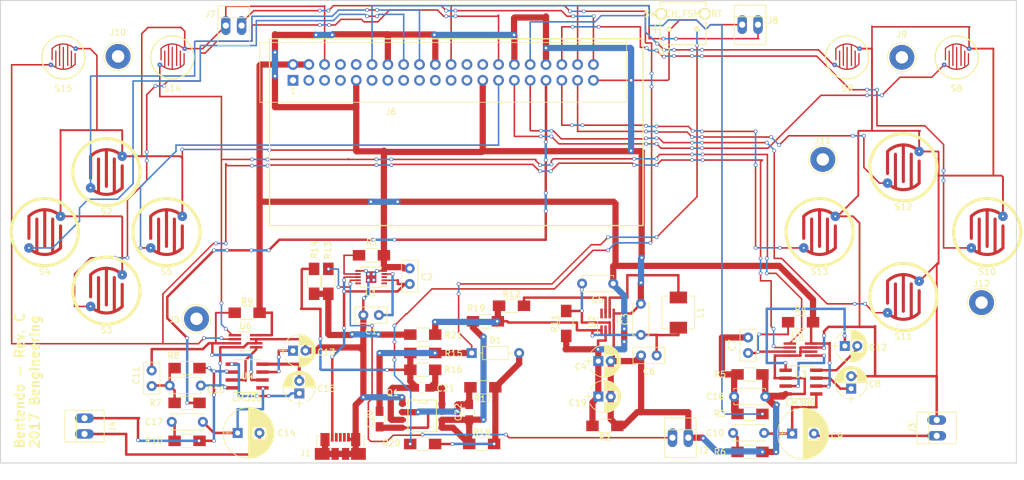
<source format=kicad_pcb>
(kicad_pcb (version 4) (host pcbnew 4.0.7-e2-6376~58~ubuntu16.04.1)
  (layers (0 F.Cu signal) (31 B.Cu signal) (35 F.Paste user) (37 F.SilkS user) (38 B.Mask user) (39 F.Mask user) (44 Edge.Cuts user))
  (net 0 "")
  (net 1 "Net-(C1-Pad1)")
  (net 2 GND)
  (net 3 /5V_CHG)
  (net 4 +BATT)
  (net 5 VPP)
  (net 6 "Net-(C5-Pad2)")
  (net 7 /CHL_A)
  (net 8 "Net-(C18-Pad1)")
  (net 9 "Net-(C8-Pad1)")
  (net 10 "Net-(C10-Pad1)")
  (net 11 "Net-(C9-Pad2)")
  (net 12 "Net-(C10-Pad2)")
  (net 13 /CHR_A)
  (net 14 "Net-(C11-Pad2)")
  (net 15 "Net-(C12-Pad1)")
  (net 16 "Net-(C12-Pad2)")
  (net 17 "Net-(C13-Pad1)")
  (net 18 "Net-(C14-Pad1)")
  (net 19 "Net-(C14-Pad2)")
  (net 20 "Net-(C15-Pad1)")
  (net 21 "Net-(C15-Pad2)")
  (net 22 "Net-(C17-Pad2)")
  (net 23 "Net-(J2-Pad1)")
  (net 24 /PWM0)
  (net 25 /D_LEFT)
  (net 26 /D_UP)
  (net 27 /D_RIGHT)
  (net 28 /D_DOWN)
  (net 29 /SELECT)
  (net 30 /BTN_B)
  (net 31 /START)
  (net 32 /PWM1)
  (net 33 /BTN_Y)
  (net 34 /BTN_A)
  (net 35 /BTN_X)
  (net 36 /SHLD_R)
  (net 37 /SHLD_L)
  (net 38 "Net-(L1-Pad1)")
  (net 39 "Net-(R1-Pad1)")
  (net 40 "Net-(R12-Pad2)")
  (net 41 /VOL_UP)
  (net 42 /VOL_DN)
  (net 43 /CHL_W)
  (net 44 /CHR_W)
  (net 45 "Net-(C3-Pad1)")
  (net 46 /SDOWN)
  (net 47 "Net-(C21-Pad1)")
  (net 48 "Net-(C20-Pad1)")
  (net 49 "Net-(D1-Pad2)")
  (net 50 "Net-(C22-Pad1)")
  (net 51 "Net-(C20-Pad2)")
  (net 52 "Net-(C22-Pad2)")
  (net 53 "Net-(J1-Pad2)")
  (net 54 "Net-(J1-Pad3)")
  (net 55 "Net-(J1-Pad4)")
  (net 56 "Net-(J6-Pad1)")
  (net 57 "Net-(J6-Pad3)")
  (net 58 "Net-(J6-Pad5)")
  (net 59 "Net-(J6-Pad7)")
  (net 60 "Net-(J6-Pad8)")
  (net 61 "Net-(J6-Pad10)")
  (net 62 "Net-(J6-Pad11)")
  (net 63 "Net-(J6-Pad13)")
  (net 64 "Net-(J6-Pad15)")
  (net 65 "Net-(J6-Pad17)")
  (net 66 "Net-(J6-Pad19)")
  (net 67 "Net-(J6-Pad21)")
  (net 68 "Net-(J6-Pad23)")
  (net 69 "Net-(J6-Pad24)")
  (net 70 "Net-(J6-Pad26)")
  (net 71 "Net-(U1-Pad1)")
  (net 72 "Net-(U1-Pad3)")
  (net 73 "Net-(U1-Pad10)")
  (net 74 "Net-(U2-Pad8)")
  (net 75 "Net-(J5-Pad1)")
  (net 76 "Net-(J9-Pad1)")
  (net 77 "Net-(J10-Pad1)")
  (net 78 "Net-(J11-Pad1)")
  (net 79 "Net-(J12-Pad1)")
  (module Capacitors_THT:C_Disc_D5.0mm_W2.5mm_P2.50mm (layer F.Cu) (at 130.891 113.405 180)
    (fp_text reference C1 (at 1.25 -2.56 180) (layer F.SilkS))
    (fp_text value 0.47UF)
    (pad 1 thru_hole circle (at 0 0 180) (size 1.6 1.6) (drill 0.8) (layers *.Cu *.Mask) (net 1 "Net-(C1-Pad1)"))
    (pad 2 thru_hole circle (at 2.5 0 180) (size 1.6 1.6) (drill 0.8) (layers *.Cu *.Mask) (net 2 GND))
  )
  (module Capacitors_THT:C_Disc_D5.0mm_W2.5mm_P5.00mm (layer F.Cu) (at 172.974 116.586 90)
    (fp_text reference C3 (at 2.5 -2.56 90) (layer F.SilkS))
    (fp_text value 1UF)
    (pad 1 thru_hole circle (at 0 0 90) (size 1.6 1.6) (drill 0.8) (layers *.Cu *.Mask) (net 45 "Net-(C3-Pad1)"))
    (pad 2 thru_hole circle (at 5 0 90) (size 1.6 1.6) (drill 0.8) (layers *.Cu *.Mask) (net 2 GND))
  )
  (module Capacitors_THT:CP_Radial_D5.0mm_P2.00mm (layer F.Cu) (at 166.136 120.794)
    (fp_text reference C4 (at -2.8 0.9) (layer F.SilkS))
    (fp_text value 47UF)
    (pad 1 thru_hole rect (at 0 0) (size 1.6 1.6) (drill 0.8) (layers *.Cu *.Mask) (net 5 VPP))
    (pad 2 thru_hole circle (at 2 0) (size 1.6 1.6) (drill 0.8) (layers *.Cu *.Mask) (net 2 GND))
  )
  (module Capacitors_THT:C_Disc_D5.0mm_W2.5mm_P5.00mm (layer F.Cu) (at 168.536 108.344 180)
    (fp_text reference C5 (at 2.5 -2.56 180) (layer F.SilkS))
    (fp_text value 220PF)
    (pad 1 thru_hole circle (at 0 0 180) (size 1.6 1.6) (drill 0.8) (layers *.Cu *.Mask) (net 5 VPP))
    (pad 2 thru_hole circle (at 5 0 180) (size 1.6 1.6) (drill 0.8) (layers *.Cu *.Mask) (net 6 "Net-(C5-Pad2)"))
  )
  (module Capacitors_THT:C_Disc_D5.0mm_W2.5mm_P2.50mm (layer F.Cu) (at 175.514 119.888 180)
    (fp_text reference C6 (at 1.25 -2.56 180) (layer F.SilkS))
    (fp_text value 22UF)
    (pad 1 thru_hole circle (at 0 0 180) (size 1.6 1.6) (drill 0.8) (layers *.Cu *.Mask) (net 45 "Net-(C3-Pad1)"))
    (pad 2 thru_hole circle (at 2.5 0 180) (size 1.6 1.6) (drill 0.8) (layers *.Cu *.Mask) (net 2 GND))
  )
  (module Capacitors_THT:C_Disc_D5.0mm_W2.5mm_P2.50mm (layer F.Cu) (at 190.2 119.5 90)
    (fp_text reference C7 (at 1.25 -2.56 90) (layer F.SilkS))
    (fp_text value 10UF)
    (pad 1 thru_hole circle (at 0 0 90) (size 1.6 1.6) (drill 0.8) (layers *.Cu *.Mask) (net 7 /CHL_A))
    (pad 2 thru_hole circle (at 2.5 0 90) (size 1.6 1.6) (drill 0.8) (layers *.Cu *.Mask) (net 8 "Net-(C18-Pad1)"))
  )
  (module Capacitors_THT:CP_Radial_D8.0mm_P3.50mm (layer F.Cu) (at 197.28 132.44)
    (fp_text reference C9 (at 7.19 0.402) (layer F.SilkS))
    (fp_text value 220UF)
    (pad 1 thru_hole rect (at 0 0) (size 1.6 1.6) (drill 0.8) (layers *.Cu *.Mask) (net 10 "Net-(C10-Pad1)"))
    (pad 2 thru_hole circle (at 3.5 0) (size 1.6 1.6) (drill 0.8) (layers *.Cu *.Mask) (net 11 "Net-(C9-Pad2)"))
  )
  (module Capacitors_THT:C_Disc_D5.0mm_W2.5mm_P5.00mm (layer F.Cu) (at 192.786 132.334 180)
    (fp_text reference C10 (at 7.874 0 180) (layer F.SilkS))
    (fp_text value 0.047UF)
    (pad 1 thru_hole circle (at 0 0 180) (size 1.6 1.6) (drill 0.8) (layers *.Cu *.Mask) (net 10 "Net-(C10-Pad1)"))
    (pad 2 thru_hole circle (at 5 0 180) (size 1.6 1.6) (drill 0.8) (layers *.Cu *.Mask) (net 12 "Net-(C10-Pad2)"))
  )
  (module Capacitors_THT:C_Disc_D5.0mm_W2.5mm_P2.50mm (layer F.Cu) (at 94.4 122.3 270)
    (fp_text reference C11 (at 0.8 2.5 270) (layer F.SilkS))
    (fp_text value 10UF)
    (pad 1 thru_hole circle (at 0 0 270) (size 1.6 1.6) (drill 0.8) (layers *.Cu *.Mask) (net 13 /CHR_A))
    (pad 2 thru_hole circle (at 2.5 0 270) (size 1.6 1.6) (drill 0.8) (layers *.Cu *.Mask) (net 14 "Net-(C11-Pad2)"))
  )
  (module Capacitors_THT:CP_Radial_D8.0mm_P3.50mm (layer F.Cu) (at 108.204 132.334)
    (fp_text reference C14 (at 7.874 0) (layer F.SilkS))
    (fp_text value 220UF)
    (pad 1 thru_hole rect (at 0 0) (size 1.6 1.6) (drill 0.8) (layers *.Cu *.Mask) (net 18 "Net-(C14-Pad1)"))
    (pad 2 thru_hole circle (at 3.5 0) (size 1.6 1.6) (drill 0.8) (layers *.Cu *.Mask) (net 19 "Net-(C14-Pad2)"))
  )
  (module Capacitors_THT:C_Disc_D5.0mm_W2.5mm_P5.00mm (layer F.Cu) (at 97.282 124.714)
    (fp_text reference C16 (at 7.418 0.686) (layer F.SilkS))
    (fp_text value 33NF)
    (pad 1 thru_hole circle (at 0 0) (size 1.6 1.6) (drill 0.8) (layers *.Cu *.Mask) (net 14 "Net-(C11-Pad2)"))
    (pad 2 thru_hole circle (at 5 0) (size 1.6 1.6) (drill 0.8) (layers *.Cu *.Mask) (net 2 GND))
  )
  (module Capacitors_THT:C_Disc_D5.0mm_W2.5mm_P5.00mm (layer F.Cu) (at 102.616 130.556 180)
    (fp_text reference C17 (at 7.874 0 180) (layer F.SilkS))
    (fp_text value 0.047UF)
    (pad 1 thru_hole circle (at 0 0 180) (size 1.6 1.6) (drill 0.8) (layers *.Cu *.Mask) (net 18 "Net-(C14-Pad1)"))
    (pad 2 thru_hole circle (at 5 0 180) (size 1.6 1.6) (drill 0.8) (layers *.Cu *.Mask) (net 22 "Net-(C17-Pad2)"))
  )
  (module Capacitors_THT:C_Disc_D5.0mm_W2.5mm_P5.00mm (layer F.Cu) (at 187.96 126.492)
    (fp_text reference C18 (at -3.048 0) (layer F.SilkS))
    (fp_text value 33NF)
    (pad 1 thru_hole circle (at 0 0) (size 1.6 1.6) (drill 0.8) (layers *.Cu *.Mask) (net 8 "Net-(C18-Pad1)"))
    (pad 2 thru_hole circle (at 5 0) (size 1.6 1.6) (drill 0.8) (layers *.Cu *.Mask) (net 2 GND))
  )
  (module Connectors_USB:USB_Micro-B_Molex_47346-0001 (layer F.Cu) (at 124.7 135.7)
    (fp_text reference J1 (at -5.6 -0.1 180) (layer F.SilkS))
    (fp_text value USB_OTG)
    (pad 1 smd rect (at -1.3 -2.66) (size 0.45 1.38) (layers F.Cu F.Paste F.Mask) (net 3 /5V_CHG))
    (pad 2 smd rect (at -0.65 -2.66) (size 0.45 1.38) (layers F.Cu F.Paste F.Mask) (net 53 "Net-(J1-Pad2)"))
    (pad 3 smd rect (at 0 -2.66) (size 0.45 1.38) (layers F.Cu F.Paste F.Mask) (net 54 "Net-(J1-Pad3)"))
    (pad 4 smd rect (at 0.65 -2.66) (size 0.45 1.38) (layers F.Cu F.Paste F.Mask) (net 55 "Net-(J1-Pad4)"))
    (pad 5 smd rect (at 1.3 -2.66) (size 0.45 1.38) (layers F.Cu F.Paste F.Mask) (net 2 GND))
    (pad 6 smd rect (at -2.4625 -2.3) (size 1.475 2.1) (layers F.Cu F.Paste F.Mask) (net 2 GND))
    (pad 6 smd rect (at 2.4625 -2.3) (size 1.475 2.1) (layers F.Cu F.Paste F.Mask) (net 2 GND))
    (pad 6 smd rect (at -2.91 0) (size 2.375 1.9) (layers F.Cu F.Paste F.Mask) (net 2 GND))
    (pad 6 smd rect (at 2.91 0) (size 2.375 1.9) (layers F.Cu F.Paste F.Mask) (net 2 GND))
    (pad 6 smd rect (at -0.84 0) (size 1.175 1.9) (layers F.Cu F.Paste F.Mask) (net 2 GND))
    (pad 6 smd rect (at 0.84 0) (size 1.175 1.9) (layers F.Cu F.Paste F.Mask) (net 2 GND))
  )
  (module Connectors:PINHEAD1-2 (layer F.Cu) (at 178.054 133.096)
    (fp_text reference J2 (at 5 2) (layer F.SilkS))
    (fp_text value CONN_01X02)
    (pad 1 thru_hole oval (at 0 0) (size 1.51 3.01) (drill 1) (layers *.Cu *.Mask) (net 23 "Net-(J2-Pad1)"))
    (pad 2 thru_hole oval (at 2.54 0) (size 1.51 3.01) (drill 1) (layers *.Cu *.Mask) (net 2 GND))
  )
  (module Connectors:PINHEAD1-2 (layer F.Cu) (at 220.5 132.8 90)
    (fp_text reference J3 (at 1.27 -3.9 90) (layer F.SilkS))
    (fp_text value CONN_01X02)
    (pad 1 thru_hole oval (at 0 0 90) (size 1.51 3.01) (drill 1) (layers *.Cu *.Mask) (net 11 "Net-(C9-Pad2)"))
    (pad 2 thru_hole oval (at 2.54 0 90) (size 1.51 3.01) (drill 1) (layers *.Cu *.Mask) (net 2 GND))
  )
  (module Connectors:PINHEAD1-2 (layer F.Cu) (at 83.6 132.5 90)
    (fp_text reference J4 (at 1.2 4.5 90) (layer F.SilkS))
    (fp_text value CONN_01X02)
    (pad 1 thru_hole oval (at 0 0 90) (size 1.51 3.01) (drill 1) (layers *.Cu *.Mask) (net 19 "Net-(C14-Pad2)"))
    (pad 2 thru_hole oval (at 2.54 0 90) (size 1.51 3.01) (drill 1) (layers *.Cu *.Mask) (net 2 GND))
  )
  (module Connectors:IDC_Header_Straight_40pins (layer F.Cu) (at 117.094 75.692)
    (fp_text reference J6 (at 15.748 5.08) (layer F.SilkS))
    (fp_text value Raspberry_Pi_2_3)
    (fp_text user 1 (at 0.02 1.72) (layer F.SilkS) (effects (font (thickness 0.12))))
    (pad 1 thru_hole rect (at 0 0) (size 1.7272 1.7272) (drill 1.016) (layers *.Cu *.Mask) (net 56 "Net-(J6-Pad1)"))
    (pad 2 thru_hole oval (at 0 -2.54) (size 1.7272 1.7272) (drill 1.016) (layers *.Cu *.Mask) (net 5 VPP))
    (pad 3 thru_hole oval (at 2.54 0) (size 1.7272 1.7272) (drill 1.016) (layers *.Cu *.Mask) (net 57 "Net-(J6-Pad3)"))
    (pad 4 thru_hole oval (at 2.54 -2.54) (size 1.7272 1.7272) (drill 1.016) (layers *.Cu *.Mask) (net 5 VPP))
    (pad 5 thru_hole oval (at 5.08 0) (size 1.7272 1.7272) (drill 1.016) (layers *.Cu *.Mask) (net 58 "Net-(J6-Pad5)"))
    (pad 6 thru_hole oval (at 5.08 -2.54) (size 1.7272 1.7272) (drill 1.016) (layers *.Cu *.Mask) (net 2 GND))
    (pad 7 thru_hole oval (at 7.62 0) (size 1.7272 1.7272) (drill 1.016) (layers *.Cu *.Mask) (net 59 "Net-(J6-Pad7)"))
    (pad 8 thru_hole oval (at 7.62 -2.54) (size 1.7272 1.7272) (drill 1.016) (layers *.Cu *.Mask) (net 60 "Net-(J6-Pad8)"))
    (pad 9 thru_hole oval (at 10.16 0) (size 1.7272 1.7272) (drill 1.016) (layers *.Cu *.Mask) (net 2 GND))
    (pad 10 thru_hole oval (at 10.16 -2.54) (size 1.7272 1.7272) (drill 1.016) (layers *.Cu *.Mask) (net 61 "Net-(J6-Pad10)"))
    (pad 11 thru_hole oval (at 12.7 0) (size 1.7272 1.7272) (drill 1.016) (layers *.Cu *.Mask) (net 62 "Net-(J6-Pad11)"))
    (pad 12 thru_hole oval (at 12.7 -2.54) (size 1.7272 1.7272) (drill 1.016) (layers *.Cu *.Mask) (net 24 /PWM0))
    (pad 13 thru_hole oval (at 15.24 0) (size 1.7272 1.7272) (drill 1.016) (layers *.Cu *.Mask) (net 63 "Net-(J6-Pad13)"))
    (pad 14 thru_hole oval (at 15.24 -2.54) (size 1.7272 1.7272) (drill 1.016) (layers *.Cu *.Mask) (net 2 GND))
    (pad 15 thru_hole oval (at 17.78 0) (size 1.7272 1.7272) (drill 1.016) (layers *.Cu *.Mask) (net 64 "Net-(J6-Pad15)"))
    (pad 16 thru_hole oval (at 17.78 -2.54) (size 1.7272 1.7272) (drill 1.016) (layers *.Cu *.Mask) (net 25 /D_LEFT))
    (pad 17 thru_hole oval (at 20.32 0) (size 1.7272 1.7272) (drill 1.016) (layers *.Cu *.Mask) (net 65 "Net-(J6-Pad17)"))
    (pad 18 thru_hole oval (at 20.32 -2.54) (size 1.7272 1.7272) (drill 1.016) (layers *.Cu *.Mask) (net 26 /D_UP))
    (pad 19 thru_hole oval (at 22.86 0) (size 1.7272 1.7272) (drill 1.016) (layers *.Cu *.Mask) (net 66 "Net-(J6-Pad19)"))
    (pad 20 thru_hole oval (at 22.86 -2.54) (size 1.7272 1.7272) (drill 1.016) (layers *.Cu *.Mask) (net 2 GND))
    (pad 21 thru_hole oval (at 25.4 0) (size 1.7272 1.7272) (drill 1.016) (layers *.Cu *.Mask) (net 67 "Net-(J6-Pad21)"))
    (pad 22 thru_hole oval (at 25.4 -2.54) (size 1.7272 1.7272) (drill 1.016) (layers *.Cu *.Mask) (net 46 /SDOWN))
    (pad 23 thru_hole oval (at 27.94 0) (size 1.7272 1.7272) (drill 1.016) (layers *.Cu *.Mask) (net 68 "Net-(J6-Pad23)"))
    (pad 24 thru_hole oval (at 27.94 -2.54) (size 1.7272 1.7272) (drill 1.016) (layers *.Cu *.Mask) (net 69 "Net-(J6-Pad24)"))
    (pad 25 thru_hole oval (at 30.48 0) (size 1.7272 1.7272) (drill 1.016) (layers *.Cu *.Mask) (net 2 GND))
    (pad 26 thru_hole oval (at 30.48 -2.54) (size 1.7272 1.7272) (drill 1.016) (layers *.Cu *.Mask) (net 70 "Net-(J6-Pad26)"))
    (pad 27 thru_hole oval (at 33.02 0) (size 1.7272 1.7272) (drill 1.016) (layers *.Cu *.Mask) (net 27 /D_RIGHT))
    (pad 28 thru_hole oval (at 33.02 -2.54) (size 1.7272 1.7272) (drill 1.016) (layers *.Cu *.Mask) (net 28 /D_DOWN))
    (pad 29 thru_hole oval (at 35.56 0) (size 1.7272 1.7272) (drill 1.016) (layers *.Cu *.Mask) (net 29 /SELECT))
    (pad 30 thru_hole oval (at 35.56 -2.54) (size 1.7272 1.7272) (drill 1.016) (layers *.Cu *.Mask) (net 2 GND))
    (pad 31 thru_hole oval (at 38.1 0) (size 1.7272 1.7272) (drill 1.016) (layers *.Cu *.Mask) (net 30 /BTN_B))
    (pad 32 thru_hole oval (at 38.1 -2.54) (size 1.7272 1.7272) (drill 1.016) (layers *.Cu *.Mask) (net 31 /START))
    (pad 33 thru_hole oval (at 40.64 0) (size 1.7272 1.7272) (drill 1.016) (layers *.Cu *.Mask) (net 32 /PWM1))
    (pad 34 thru_hole oval (at 40.64 -2.54) (size 1.7272 1.7272) (drill 1.016) (layers *.Cu *.Mask) (net 2 GND))
    (pad 35 thru_hole oval (at 43.18 0) (size 1.7272 1.7272) (drill 1.016) (layers *.Cu *.Mask) (net 33 /BTN_Y))
    (pad 36 thru_hole oval (at 43.18 -2.54) (size 1.7272 1.7272) (drill 1.016) (layers *.Cu *.Mask) (net 34 /BTN_A))
    (pad 37 thru_hole oval (at 45.72 0) (size 1.7272 1.7272) (drill 1.016) (layers *.Cu *.Mask) (net 35 /BTN_X))
    (pad 38 thru_hole oval (at 45.72 -2.54) (size 1.7272 1.7272) (drill 1.016) (layers *.Cu *.Mask) (net 36 /SHLD_R))
    (pad 39 thru_hole oval (at 48.26 0) (size 1.7272 1.7272) (drill 1.016) (layers *.Cu *.Mask) (net 2 GND))
    (pad 40 thru_hole oval (at 48.26 -2.54) (size 1.7272 1.7272) (drill 1.016) (layers *.Cu *.Mask) (net 37 /SHLD_L))
  )
  (module Inductors_SMD:L_Vishay_IHLP-2020 (layer F.Cu) (at 179 113 270)
    (fp_text reference L1 (at 0 -3.54 270) (layer F.SilkS))
    (fp_text value 1.5UH)
    (pad 1 smd rect (at -2.4265 0 270) (size 1.903 2.79) (layers F.Cu F.Paste F.Mask) (net 38 "Net-(L1-Pad1)"))
    (pad 2 smd rect (at 2.4265 0 270) (size 1.903 2.79) (layers F.Cu F.Paste F.Mask) (net 45 "Net-(C3-Pad1)"))
  )
  (module Housings_SSOP:MSOP-10-1EP_3x3mm_Pitch0.5mm (layer F.Cu) (at 129.641 107.305 180)
    (fp_text reference U1 (at 0 -2.55 180) (layer F.SilkS))
    (fp_text value LTC4064)
    (pad 1 smd rect (at -2.105 -1 180) (size 0.89 0.305) (layers F.Cu F.Paste F.Mask) (net 71 "Net-(U1-Pad1)"))
    (pad 2 smd rect (at -2.105 -0.5 180) (size 0.89 0.305) (layers F.Cu F.Paste F.Mask) (net 3 /5V_CHG))
    (pad 3 smd rect (at -2.105 0 180) (size 0.89 0.305) (layers F.Cu F.Paste F.Mask) (net 72 "Net-(U1-Pad3)"))
    (pad 4 smd rect (at -2.105 0.5 180) (size 0.89 0.305) (layers F.Cu F.Paste F.Mask) (net 1 "Net-(C1-Pad1)"))
    (pad 5 smd rect (at -2.105 1 180) (size 0.89 0.305) (layers F.Cu F.Paste F.Mask) (net 2 GND))
    (pad 6 smd rect (at 2.105 1 180) (size 0.89 0.305) (layers F.Cu F.Paste F.Mask) (net 2 GND))
    (pad 7 smd rect (at 2.105 0.5 180) (size 0.89 0.305) (layers F.Cu F.Paste F.Mask) (net 39 "Net-(R1-Pad1)"))
    (pad 8 smd rect (at 2.105 0 180) (size 0.89 0.305) (layers F.Cu F.Paste F.Mask) (net 3 /5V_CHG))
    (pad 9 smd rect (at 2.105 -0.5 180) (size 0.89 0.305) (layers F.Cu F.Paste F.Mask) (net 23 "Net-(J2-Pad1)"))
    (pad 10 smd rect (at 2.105 -1 180) (size 0.89 0.305) (layers F.Cu F.Paste F.Mask) (net 73 "Net-(U1-Pad10)"))
    (pad 11 smd rect (at 0.42 0.47 180) (size 0.84 0.94) (layers F.Cu F.Paste F.Mask) (net 2 GND))
    (pad 11 smd rect (at 0.42 -0.47 180) (size 0.84 0.94) (layers F.Cu F.Paste F.Mask) (net 2 GND))
    (pad 11 smd rect (at -0.42 0.47 180) (size 0.84 0.94) (layers F.Cu F.Paste F.Mask) (net 2 GND))
    (pad 11 smd rect (at -0.42 -0.47 180) (size 0.84 0.94) (layers F.Cu F.Paste F.Mask) (net 2 GND))
  )
  (module TO_SOT_Packages_SMD:SOT-23-8_Handsoldering (layer F.Cu) (at 167.636 114.494 90)
    (fp_text reference U2 (at 0 -2.5 90) (layer F.SilkS))
    (fp_text value RT4812)
    (pad 1 smd rect (at -1.35 -0.98 90) (size 1.56 0.4) (layers F.Cu F.Paste F.Mask) (net 45 "Net-(C3-Pad1)"))
    (pad 2 smd rect (at -1.35 -0.33 90) (size 1.56 0.4) (layers F.Cu F.Paste F.Mask) (net 5 VPP))
    (pad 3 smd rect (at -1.35 0.33 90) (size 1.56 0.4) (layers F.Cu F.Paste F.Mask) (net 6 "Net-(C5-Pad2)"))
    (pad 4 smd rect (at -1.35 0.98 90) (size 1.56 0.4) (layers F.Cu F.Paste F.Mask) (net 2 GND))
    (pad 5 smd rect (at 1.35 0.98 90) (size 1.56 0.4) (layers F.Cu F.Paste F.Mask) (net 2 GND))
    (pad 6 smd rect (at 1.35 0.33 90) (size 1.56 0.4) (layers F.Cu F.Paste F.Mask) (net 38 "Net-(L1-Pad1)"))
    (pad 7 smd rect (at 1.35 -0.33 90) (size 1.56 0.4) (layers F.Cu F.Paste F.Mask) (net 40 "Net-(R12-Pad2)"))
    (pad 8 smd rect (at 1.35 -0.98 90) (size 1.56 0.4) (layers F.Cu F.Paste F.Mask) (net 74 "Net-(U2-Pad8)"))
  )
  (module TO_SOT_Packages_SMD:TSOT-23-8_HandSoldering (layer F.Cu) (at 198.615 118.945)
    (fp_text reference U5 (at -0.495 -2.359) (layer F.SilkS))
    (fp_text value AD5228)
    (pad 1 smd rect (at -1.71 -0.97) (size 2 0.4) (layers F.Cu F.Paste F.Mask) (net 41 /VOL_UP))
    (pad 2 smd rect (at -1.71 -0.33) (size 2 0.4) (layers F.Cu F.Paste F.Mask) (net 42 /VOL_DN))
    (pad 3 smd rect (at -1.71 0.33) (size 2 0.4) (layers F.Cu F.Paste F.Mask) (net 7 /CHL_A))
    (pad 4 smd rect (at -1.71 0.97) (size 2 0.4) (layers F.Cu F.Paste F.Mask) (net 2 GND))
    (pad 5 smd rect (at 1.71 0.97) (size 2 0.4) (layers F.Cu F.Paste F.Mask) (net 43 /CHL_W))
    (pad 6 smd rect (at 1.71 0.33) (size 2 0.4) (layers F.Cu F.Paste F.Mask) (net 2 GND))
    (pad 7 smd rect (at 1.71 -0.33) (size 2 0.4) (layers F.Cu F.Paste F.Mask) (net 2 GND))
    (pad 8 smd rect (at 1.71 -0.97) (size 2 0.4) (layers F.Cu F.Paste F.Mask) (net 5 VPP))
  )
  (module TO_SOT_Packages_SMD:TSOT-23-8_HandSoldering (layer F.Cu) (at 109.474 117.602)
    (fp_text reference U6 (at 0 -2.45) (layer F.SilkS))
    (fp_text value AD5228)
    (pad 1 smd rect (at -1.71 -0.97) (size 2 0.4) (layers F.Cu F.Paste F.Mask) (net 41 /VOL_UP))
    (pad 2 smd rect (at -1.71 -0.33) (size 2 0.4) (layers F.Cu F.Paste F.Mask) (net 42 /VOL_DN))
    (pad 3 smd rect (at -1.71 0.33) (size 2 0.4) (layers F.Cu F.Paste F.Mask) (net 13 /CHR_A))
    (pad 4 smd rect (at -1.71 0.97) (size 2 0.4) (layers F.Cu F.Paste F.Mask) (net 2 GND))
    (pad 5 smd rect (at 1.71 0.97) (size 2 0.4) (layers F.Cu F.Paste F.Mask) (net 44 /CHR_W))
    (pad 6 smd rect (at 1.71 0.33) (size 2 0.4) (layers F.Cu F.Paste F.Mask) (net 2 GND))
    (pad 7 smd rect (at 1.71 -0.33) (size 2 0.4) (layers F.Cu F.Paste F.Mask) (net 2 GND))
    (pad 8 smd rect (at 1.71 -0.97) (size 2 0.4) (layers F.Cu F.Paste F.Mask) (net 5 VPP))
  )
  (module Capacitors_THT:CP_Radial_D5.0mm_P2.00mm (layer F.Cu) (at 166.136 126.494)
    (fp_text reference C19 (at -3.3 1) (layer F.SilkS))
    (fp_text value 47UF)
    (pad 1 thru_hole rect (at 0 0) (size 1.6 1.6) (drill 0.8) (layers *.Cu *.Mask) (net 5 VPP))
    (pad 2 thru_hole circle (at 2 0) (size 1.6 1.6) (drill 0.8) (layers *.Cu *.Mask) (net 2 GND))
  )
  (module Connectors:PINHEAD1-2 (layer F.Cu) (at 106.3 66.9)
    (fp_text reference J7 (at -2.5 -1.8) (layer F.SilkS))
    (fp_text value CONN_01X02)
    (pad 1 thru_hole oval (at 0 0) (size 1.51 3.01) (drill 1) (layers *.Cu *.Mask) (net 2 GND))
    (pad 2 thru_hole oval (at 2.54 0) (size 1.51 3.01) (drill 1) (layers *.Cu *.Mask) (net 37 /SHLD_L))
  )
  (module Connectors:PINHEAD1-2 (layer F.Cu) (at 189.25 66.75)
    (fp_text reference J8 (at 4.95 -0.65) (layer F.SilkS))
    (fp_text value CONN_01X02)
    (pad 1 thru_hole oval (at 0 0) (size 1.51 3.01) (drill 1) (layers *.Cu *.Mask) (net 2 GND))
    (pad 2 thru_hole oval (at 2.54 0) (size 1.51 3.01) (drill 1) (layers *.Cu *.Mask) (net 36 /SHLD_R))
  )
  (module Capacitors_SMD:C_0805_HandSoldering (layer F.Cu) (at 131 130.1 270)
    (fp_text reference C20 (at -0.015 1.542 270) (layer F.SilkS))
    (fp_text value 1uF)
    (pad 1 smd rect (at -1.25 0 270) (size 1.5 1.25) (layers F.Cu F.Paste F.Mask) (net 48 "Net-(C20-Pad1)"))
    (pad 2 smd rect (at 1.25 0 270) (size 1.5 1.25) (layers F.Cu F.Paste F.Mask) (net 51 "Net-(C20-Pad2)"))
  )
  (module Capacitors_SMD:C_0805_HandSoldering (layer F.Cu) (at 137.842 125.09)
    (fp_text reference C21 (at 3.775 0.075) (layer F.SilkS))
    (fp_text value 0.1uF)
    (pad 1 smd rect (at -1.25 0) (size 1.5 1.25) (layers F.Cu F.Paste F.Mask) (net 47 "Net-(C21-Pad1)"))
    (pad 2 smd rect (at 1.25 0) (size 1.5 1.25) (layers F.Cu F.Paste F.Mask) (net 51 "Net-(C20-Pad2)"))
  )
  (module Capacitors_SMD:C_0805_HandSoldering (layer F.Cu) (at 145.4 129 90)
    (fp_text reference C22 (at 0 -1.75 90) (layer F.SilkS))
    (fp_text value 10uF)
    (pad 1 smd rect (at -1.25 0 90) (size 1.5 1.25) (layers F.Cu F.Paste F.Mask) (net 50 "Net-(C22-Pad1)"))
    (pad 2 smd rect (at 1.25 0 90) (size 1.5 1.25) (layers F.Cu F.Paste F.Mask) (net 52 "Net-(C22-Pad2)"))
  )
  (module Diodes_THT:D_DO-35_SOD27_P7.62mm_Horizontal (layer F.Cu) (at 145.8 119.5)
    (fp_text reference D1 (at 3.81 -2.06) (layer F.SilkS))
    (fp_text value D)
    (pad 1 thru_hole rect (at 0 0) (size 1.6 1.6) (drill 0.8) (layers *.Cu *.Mask) (net 48 "Net-(C20-Pad1)"))
    (pad 2 thru_hole oval (at 7.62 0) (size 1.6 1.6) (drill 0.8) (layers *.Cu *.Mask) (net 49 "Net-(D1-Pad2)"))
  )
  (module SMD_Packages:SOIC-8-N (layer F.Cu) (at 137.842 129.59 270)
    (fp_text reference Q1 (at -3.69 4.742 360) (layer F.SilkS))
    (fp_text value DUAL_MOSFET)
    (pad 8 smd rect (at -1.905 -3.175 270) (size 0.508 1.143) (layers F.Cu F.Paste F.Mask) (net 51 "Net-(C20-Pad2)"))
    (pad 7 smd rect (at -0.635 -3.175 270) (size 0.508 1.143) (layers F.Cu F.Paste F.Mask) (net 51 "Net-(C20-Pad2)"))
    (pad 6 smd rect (at 0.635 -3.175 270) (size 0.508 1.143) (layers F.Cu F.Paste F.Mask) (net 50 "Net-(C22-Pad1)"))
    (pad 5 smd rect (at 1.905 -3.175 270) (size 0.508 1.143) (layers F.Cu F.Paste F.Mask) (net 50 "Net-(C22-Pad1)"))
    (pad 4 smd rect (at 1.905 3.175 270) (size 0.508 1.143) (layers F.Cu F.Paste F.Mask) (net 51 "Net-(C20-Pad2)"))
    (pad 3 smd rect (at 0.635 3.175 270) (size 0.508 1.143) (layers F.Cu F.Paste F.Mask) (net 47 "Net-(C21-Pad1)"))
    (pad 2 smd rect (at -0.635 3.175 270) (size 0.508 1.143) (layers F.Cu F.Paste F.Mask) (net 52 "Net-(C22-Pad2)"))
    (pad 1 smd rect (at -1.905 3.175 270) (size 0.508 1.143) (layers F.Cu F.Paste F.Mask) (net 2 GND))
  )
  (module Bentendo:membrane_button_small (layer F.Cu) (at 87.122 90.424)
    (fp_text reference S2 (at 0 6.35) (layer F.SilkS))
    (fp_text value MEMBRANE_PAD)
    (fp_line (start 1.27 3.3) (end 1.27 -2.1) (layer F.Cu) (width 0.5))
    (fp_line (start 0 -3.6) (end 0 2.3) (layer F.Cu) (width 0.5))
    (fp_line (start -1.27 3.3) (end -1.27 -2.1) (layer F.Cu) (width 0.5))
    (fp_line (start 2.54 2.4) (end 2.54 -1) (layer F.Cu) (width 0.5))
    (fp_line (start -2.54 -2.5) (end -2.54 1) (layer F.Cu) (width 0.5))
    (fp_arc (start 0 0) (end 2.54 2.54) (angle 90) (layer F.Cu) (width 0.5))
    (fp_arc (start 0 0) (end -2.54 -2.54) (angle 90) (layer F.Cu) (width 0.5))
    (pad 1 thru_hole circle (at 2.54 -2.54) (size 1.524 1.524) (drill 0.3) (layers *.Cu *.Mask) (net 2 GND))
    (pad 2 thru_hole circle (at -2.54 2.54) (size 1.524 1.524) (drill 0.3) (layers *.Cu *.Mask) (net 26 /D_UP))
  )
  (module Bentendo:membrane_button_small (layer F.Cu) (at 87.122 109.474)
    (fp_text reference S3 (at 0 6.35) (layer F.SilkS))
    (fp_text value MEMBRANE_PAD)
    (fp_line (start 1.27 3.3) (end 1.27 -2.1) (layer F.Cu) (width 0.5))
    (fp_line (start 0 -3.6) (end 0 2.3) (layer F.Cu) (width 0.5))
    (fp_line (start -1.27 3.3) (end -1.27 -2.1) (layer F.Cu) (width 0.5))
    (fp_line (start 2.54 2.4) (end 2.54 -1) (layer F.Cu) (width 0.5))
    (fp_line (start -2.54 -2.5) (end -2.54 1) (layer F.Cu) (width 0.5))
    (fp_arc (start 0 0) (end 2.54 2.54) (angle 90) (layer F.Cu) (width 0.5))
    (fp_arc (start 0 0) (end -2.54 -2.54) (angle 90) (layer F.Cu) (width 0.5))
    (pad 1 thru_hole circle (at 2.54 -2.54) (size 1.524 1.524) (drill 0.3) (layers *.Cu *.Mask) (net 2 GND))
    (pad 2 thru_hole circle (at -2.54 2.54) (size 1.524 1.524) (drill 0.3) (layers *.Cu *.Mask) (net 28 /D_DOWN))
  )
  (module Bentendo:membrane_button_small (layer F.Cu) (at 77.216 100.076)
    (fp_text reference S4 (at 0 6.35) (layer F.SilkS))
    (fp_text value MEMBRANE_PAD)
    (fp_line (start 1.27 3.3) (end 1.27 -2.1) (layer F.Cu) (width 0.5))
    (fp_line (start 0 -3.6) (end 0 2.3) (layer F.Cu) (width 0.5))
    (fp_line (start -1.27 3.3) (end -1.27 -2.1) (layer F.Cu) (width 0.5))
    (fp_line (start 2.54 2.4) (end 2.54 -1) (layer F.Cu) (width 0.5))
    (fp_line (start -2.54 -2.5) (end -2.54 1) (layer F.Cu) (width 0.5))
    (fp_arc (start 0 0) (end 2.54 2.54) (angle 90) (layer F.Cu) (width 0.5))
    (fp_arc (start 0 0) (end -2.54 -2.54) (angle 90) (layer F.Cu) (width 0.5))
    (pad 1 thru_hole circle (at 2.54 -2.54) (size 1.524 1.524) (drill 0.3) (layers *.Cu *.Mask) (net 2 GND))
    (pad 2 thru_hole circle (at -2.54 2.54) (size 1.524 1.524) (drill 0.3) (layers *.Cu *.Mask) (net 25 /D_LEFT))
  )
  (module Bentendo:membrane_button_small (layer F.Cu) (at 96.774 100.076)
    (fp_text reference S5 (at 0 6.35) (layer F.SilkS))
    (fp_text value MEMBRANE_PAD)
    (fp_line (start 1.27 3.3) (end 1.27 -2.1) (layer F.Cu) (width 0.5))
    (fp_line (start 0 -3.6) (end 0 2.3) (layer F.Cu) (width 0.5))
    (fp_line (start -1.27 3.3) (end -1.27 -2.1) (layer F.Cu) (width 0.5))
    (fp_line (start 2.54 2.4) (end 2.54 -1) (layer F.Cu) (width 0.5))
    (fp_line (start -2.54 -2.5) (end -2.54 1) (layer F.Cu) (width 0.5))
    (fp_arc (start 0 0) (end 2.54 2.54) (angle 90) (layer F.Cu) (width 0.5))
    (fp_arc (start 0 0) (end -2.54 -2.54) (angle 90) (layer F.Cu) (width 0.5))
    (pad 1 thru_hole circle (at 2.54 -2.54) (size 1.524 1.524) (drill 0.3) (layers *.Cu *.Mask) (net 2 GND))
    (pad 2 thru_hole circle (at -2.54 2.54) (size 1.524 1.524) (drill 0.3) (layers *.Cu *.Mask) (net 27 /D_RIGHT))
  )
  (module Bentendo:membrane_button_small (layer F.Cu) (at 228.6 100.076)
    (fp_text reference S10 (at 0 6.35) (layer F.SilkS))
    (fp_text value MEMBRANE_PAD)
    (fp_line (start 1.27 3.3) (end 1.27 -2.1) (layer F.Cu) (width 0.5))
    (fp_line (start 0 -3.6) (end 0 2.3) (layer F.Cu) (width 0.5))
    (fp_line (start -1.27 3.3) (end -1.27 -2.1) (layer F.Cu) (width 0.5))
    (fp_line (start 2.54 2.4) (end 2.54 -1) (layer F.Cu) (width 0.5))
    (fp_line (start -2.54 -2.5) (end -2.54 1) (layer F.Cu) (width 0.5))
    (fp_arc (start 0 0) (end 2.54 2.54) (angle 90) (layer F.Cu) (width 0.5))
    (fp_arc (start 0 0) (end -2.54 -2.54) (angle 90) (layer F.Cu) (width 0.5))
    (pad 1 thru_hole circle (at 2.54 -2.54) (size 1.524 1.524) (drill 0.3) (layers *.Cu *.Mask) (net 2 GND))
    (pad 2 thru_hole circle (at -2.54 2.54) (size 1.524 1.524) (drill 0.3) (layers *.Cu *.Mask) (net 34 /BTN_A))
  )
  (module Bentendo:membrane_button_small (layer F.Cu) (at 215.138 110.49)
    (fp_text reference S11 (at 0 6.35) (layer F.SilkS))
    (fp_text value MEMBRANE_PAD)
    (fp_line (start 1.27 3.3) (end 1.27 -2.1) (layer F.Cu) (width 0.5))
    (fp_line (start 0 -3.6) (end 0 2.3) (layer F.Cu) (width 0.5))
    (fp_line (start -1.27 3.3) (end -1.27 -2.1) (layer F.Cu) (width 0.5))
    (fp_line (start 2.54 2.4) (end 2.54 -1) (layer F.Cu) (width 0.5))
    (fp_line (start -2.54 -2.5) (end -2.54 1) (layer F.Cu) (width 0.5))
    (fp_arc (start 0 0) (end 2.54 2.54) (angle 90) (layer F.Cu) (width 0.5))
    (fp_arc (start 0 0) (end -2.54 -2.54) (angle 90) (layer F.Cu) (width 0.5))
    (pad 1 thru_hole circle (at 2.54 -2.54) (size 1.524 1.524) (drill 0.3) (layers *.Cu *.Mask) (net 2 GND))
    (pad 2 thru_hole circle (at -2.54 2.54) (size 1.524 1.524) (drill 0.3) (layers *.Cu *.Mask) (net 30 /BTN_B))
  )
  (module Bentendo:membrane_button_small (layer F.Cu) (at 215.138 89.662)
    (fp_text reference S12 (at 0 6.35) (layer F.SilkS))
    (fp_text value MEMBRANE_PAD)
    (fp_line (start 1.27 3.3) (end 1.27 -2.1) (layer F.Cu) (width 0.5))
    (fp_line (start 0 -3.6) (end 0 2.3) (layer F.Cu) (width 0.5))
    (fp_line (start -1.27 3.3) (end -1.27 -2.1) (layer F.Cu) (width 0.5))
    (fp_line (start 2.54 2.4) (end 2.54 -1) (layer F.Cu) (width 0.5))
    (fp_line (start -2.54 -2.5) (end -2.54 1) (layer F.Cu) (width 0.5))
    (fp_arc (start 0 0) (end 2.54 2.54) (angle 90) (layer F.Cu) (width 0.5))
    (fp_arc (start 0 0) (end -2.54 -2.54) (angle 90) (layer F.Cu) (width 0.5))
    (pad 1 thru_hole circle (at 2.54 -2.54) (size 1.524 1.524) (drill 0.3) (layers *.Cu *.Mask) (net 2 GND))
    (pad 2 thru_hole circle (at -2.54 2.54) (size 1.524 1.524) (drill 0.3) (layers *.Cu *.Mask) (net 35 /BTN_X))
  )
  (module Bentendo:membrane_button_small (layer F.Cu) (at 201.676 100.076)
    (fp_text reference S13 (at 0 6.35) (layer F.SilkS))
    (fp_text value MEMBRANE_PAD)
    (fp_line (start 1.27 3.3) (end 1.27 -2.1) (layer F.Cu) (width 0.5))
    (fp_line (start 0 -3.6) (end 0 2.3) (layer F.Cu) (width 0.5))
    (fp_line (start -1.27 3.3) (end -1.27 -2.1) (layer F.Cu) (width 0.5))
    (fp_line (start 2.54 2.4) (end 2.54 -1) (layer F.Cu) (width 0.5))
    (fp_line (start -2.54 -2.5) (end -2.54 1) (layer F.Cu) (width 0.5))
    (fp_arc (start 0 0) (end 2.54 2.54) (angle 90) (layer F.Cu) (width 0.5))
    (fp_arc (start 0 0) (end -2.54 -2.54) (angle 90) (layer F.Cu) (width 0.5))
    (pad 1 thru_hole circle (at 2.54 -2.54) (size 1.524 1.524) (drill 0.3) (layers *.Cu *.Mask) (net 2 GND))
    (pad 2 thru_hole circle (at -2.54 2.54) (size 1.524 1.524) (drill 0.3) (layers *.Cu *.Mask) (net 33 /BTN_Y))
  )
  (module Capacitors_THT:C_Disc_D5.0mm_W2.5mm_P2.50mm (layer F.Cu) (at 135.841 108.405 90)
    (fp_text reference C2 (at 1.105 2.759 180) (layer F.SilkS))
    (fp_text value 4.7UF)
    (pad 1 thru_hole circle (at 0 0 90) (size 1.6 1.6) (drill 0.8) (layers *.Cu *.Mask) (net 3 /5V_CHG))
    (pad 2 thru_hole circle (at 2.5 0 90) (size 1.6 1.6) (drill 0.8) (layers *.Cu *.Mask) (net 2 GND))
  )
  (module Capacitors_THT:CP_Radial_D5.0mm_P2.00mm (layer F.Cu) (at 206.756 125.222 90)
    (fp_text reference C8 (at 0.762 3.81 180) (layer F.SilkS))
    (fp_text value 10UF)
    (pad 1 thru_hole rect (at 0 0 90) (size 1.6 1.6) (drill 0.8) (layers *.Cu *.Mask) (net 9 "Net-(C8-Pad1)"))
    (pad 2 thru_hole circle (at 2 0 90) (size 1.6 1.6) (drill 0.8) (layers *.Cu *.Mask) (net 2 GND))
  )
  (module Capacitors_THT:CP_Radial_D5.0mm_P2.00mm (layer F.Cu) (at 205.74 118.364)
    (fp_text reference C12 (at 5.334 0.254) (layer F.SilkS))
    (fp_text value 10UF)
    (pad 1 thru_hole rect (at 0 0) (size 1.6 1.6) (drill 0.8) (layers *.Cu *.Mask) (net 15 "Net-(C12-Pad1)"))
    (pad 2 thru_hole circle (at 2 0) (size 1.6 1.6) (drill 0.8) (layers *.Cu *.Mask) (net 16 "Net-(C12-Pad2)"))
  )
  (module Capacitors_THT:CP_Radial_D5.0mm_P2.00mm (layer F.Cu) (at 117.094 119.126)
    (fp_text reference C13 (at 5.334 0.254) (layer F.SilkS))
    (fp_text value 10UF)
    (pad 1 thru_hole rect (at 0 0) (size 1.6 1.6) (drill 0.8) (layers *.Cu *.Mask) (net 17 "Net-(C13-Pad1)"))
    (pad 2 thru_hole circle (at 2 0) (size 1.6 1.6) (drill 0.8) (layers *.Cu *.Mask) (net 2 GND))
  )
  (module Capacitors_THT:CP_Radial_D5.0mm_P2.00mm (layer F.Cu) (at 118.11 125.984 90)
    (fp_text reference C15 (at 0.762 4.318 180) (layer F.SilkS))
    (fp_text value 10UF)
    (pad 1 thru_hole rect (at 0 0 90) (size 1.6 1.6) (drill 0.8) (layers *.Cu *.Mask) (net 20 "Net-(C15-Pad1)"))
    (pad 2 thru_hole circle (at 2 0 90) (size 1.6 1.6) (drill 0.8) (layers *.Cu *.Mask) (net 21 "Net-(C15-Pad2)"))
  )
  (module Bentendo:membrane_button_tiny (layer F.Cu) (at 223.7 72)
    (fp_text reference S8 (at 0 5) (layer F.SilkS))
    (fp_text value MEMBRANE_PAD)
    (fp_line (start 1.3 1.6) (end 1.3 -1) (layer F.Cu) (width 0.2))
    (fp_line (start 1.9 1.1) (end 1.9 -0.6) (layer F.Cu) (width 0.2))
    (fp_arc (start 0 -0.7) (end 1.9 1.1) (angle 90) (layer F.Cu) (width 0.2))
    (fp_arc (start 0 0.4) (end -1.8 -1.4) (angle 90) (layer F.Cu) (width 0.2))
    (fp_line (start 0.7 -2) (end 0.7 1.3) (layer F.Cu) (width 0.2))
    (fp_line (start -0.6 -2) (end -0.6 1.3) (layer F.Cu) (width 0.2))
    (fp_line (start 0 1.8) (end 0 -1.6) (layer F.Cu) (width 0.2))
    (fp_line (start -1.2 1.6) (end -1.2 -1) (layer F.Cu) (width 0.2))
    (fp_line (start -1.8 -1.4) (end -1.8 0.4) (layer F.Cu) (width 0.2))
    (pad 2 thru_hole circle (at -2 1.2) (size 0.75 0.75) (drill 0.2) (layers *.Cu *.Mask) (net 29 /SELECT))
    (pad 1 thru_hole circle (at 2 -1.4) (size 0.75 0.75) (drill 0.2) (layers *.Cu *.Mask) (net 2 GND))
  )
  (module Bentendo:membrane_button_tiny (layer F.Cu) (at 206.1 72)
    (fp_text reference S9 (at 0 5) (layer F.SilkS))
    (fp_text value MEMBRANE_PAD)
    (fp_line (start 1.3 1.6) (end 1.3 -1) (layer F.Cu) (width 0.2))
    (fp_line (start 1.9 1.1) (end 1.9 -0.6) (layer F.Cu) (width 0.2))
    (fp_arc (start 0 -0.7) (end 1.9 1.1) (angle 90) (layer F.Cu) (width 0.2))
    (fp_arc (start 0 0.4) (end -1.8 -1.4) (angle 90) (layer F.Cu) (width 0.2))
    (fp_line (start 0.7 -2) (end 0.7 1.3) (layer F.Cu) (width 0.2))
    (fp_line (start -0.6 -2) (end -0.6 1.3) (layer F.Cu) (width 0.2))
    (fp_line (start 0 1.8) (end 0 -1.6) (layer F.Cu) (width 0.2))
    (fp_line (start -1.2 1.6) (end -1.2 -1) (layer F.Cu) (width 0.2))
    (fp_line (start -1.8 -1.4) (end -1.8 0.4) (layer F.Cu) (width 0.2))
    (pad 2 thru_hole circle (at -2 1.2) (size 0.75 0.75) (drill 0.2) (layers *.Cu *.Mask) (net 31 /START))
    (pad 1 thru_hole circle (at 2 -1.4) (size 0.75 0.75) (drill 0.2) (layers *.Cu *.Mask) (net 2 GND))
  )
  (module Bentendo:membrane_button_tiny (layer F.Cu) (at 97.7 72)
    (fp_text reference S14 (at 0 5) (layer F.SilkS))
    (fp_text value MEMBRANE_PAD)
    (fp_line (start 1.3 1.6) (end 1.3 -1) (layer F.Cu) (width 0.2))
    (fp_line (start 1.9 1.1) (end 1.9 -0.6) (layer F.Cu) (width 0.2))
    (fp_arc (start 0 -0.7) (end 1.9 1.1) (angle 90) (layer F.Cu) (width 0.2))
    (fp_arc (start 0 0.4) (end -1.8 -1.4) (angle 90) (layer F.Cu) (width 0.2))
    (fp_line (start 0.7 -2) (end 0.7 1.3) (layer F.Cu) (width 0.2))
    (fp_line (start -0.6 -2) (end -0.6 1.3) (layer F.Cu) (width 0.2))
    (fp_line (start 0 1.8) (end 0 -1.6) (layer F.Cu) (width 0.2))
    (fp_line (start -1.2 1.6) (end -1.2 -1) (layer F.Cu) (width 0.2))
    (fp_line (start -1.8 -1.4) (end -1.8 0.4) (layer F.Cu) (width 0.2))
    (pad 2 thru_hole circle (at -2 1.2) (size 0.75 0.75) (drill 0.2) (layers *.Cu *.Mask) (net 41 /VOL_UP))
    (pad 1 thru_hole circle (at 2 -1.4) (size 0.75 0.75) (drill 0.2) (layers *.Cu *.Mask) (net 2 GND))
  )
  (module Bentendo:membrane_button_tiny (layer F.Cu) (at 80.2 72)
    (fp_text reference S15 (at 0 5) (layer F.SilkS))
    (fp_text value MEMBRANE_PAD)
    (fp_line (start 1.3 1.6) (end 1.3 -1) (layer F.Cu) (width 0.2))
    (fp_line (start 1.9 1.1) (end 1.9 -0.6) (layer F.Cu) (width 0.2))
    (fp_arc (start 0 -0.7) (end 1.9 1.1) (angle 90) (layer F.Cu) (width 0.2))
    (fp_arc (start 0 0.4) (end -1.8 -1.4) (angle 90) (layer F.Cu) (width 0.2))
    (fp_line (start 0.7 -2) (end 0.7 1.3) (layer F.Cu) (width 0.2))
    (fp_line (start -0.6 -2) (end -0.6 1.3) (layer F.Cu) (width 0.2))
    (fp_line (start 0 1.8) (end 0 -1.6) (layer F.Cu) (width 0.2))
    (fp_line (start -1.2 1.6) (end -1.2 -1) (layer F.Cu) (width 0.2))
    (fp_line (start -1.8 -1.4) (end -1.8 0.4) (layer F.Cu) (width 0.2))
    (pad 2 thru_hole circle (at -2 1.2) (size 0.75 0.75) (drill 0.2) (layers *.Cu *.Mask) (net 42 /VOL_DN))
    (pad 1 thru_hole circle (at 2 -1.4) (size 0.75 0.75) (drill 0.2) (layers *.Cu *.Mask) (net 2 GND))
  )
  (module Resistors_SMD:R_1206_HandSoldering (layer F.Cu) (at 129.7 103.8)
    (fp_text reference R1 (at 0.1 -2.1) (layer F.SilkS))
    (fp_text value "1.5K 1%")
    (pad 1 smd rect (at -2 0) (size 2 1.7) (layers F.Cu F.Paste F.Mask) (net 39 "Net-(R1-Pad1)"))
    (pad 2 smd rect (at 2 0) (size 2 1.7) (layers F.Cu F.Paste F.Mask) (net 2 GND))
  )
  (module Resistors_SMD:R_1206_HandSoldering (layer F.Cu) (at 122.772 107.98 90)
    (fp_text reference R13 (at 4.98 -0.072 90) (layer F.SilkS))
    (fp_text value 0)
    (pad 1 smd rect (at -2 0 90) (size 2 1.7) (layers F.Cu F.Paste F.Mask) (net 4 +BATT))
    (pad 2 smd rect (at 2 0 90) (size 2 1.7) (layers F.Cu F.Paste F.Mask) (net 23 "Net-(J2-Pad1)"))
  )
  (module Resistors_SMD:R_1206_HandSoldering (layer F.Cu) (at 120.486 107.98 90)
    (fp_text reference R14 (at 5.05 0.05 90) (layer F.SilkS))
    (fp_text value 0)
    (pad 1 smd rect (at -2 0 90) (size 2 1.7) (layers F.Cu F.Paste F.Mask) (net 4 +BATT))
    (pad 2 smd rect (at 2 0 90) (size 2 1.7) (layers F.Cu F.Paste F.Mask) (net 47 "Net-(C21-Pad1)"))
  )
  (module Resistors_SMD:R_1206_HandSoldering (layer F.Cu) (at 148 114.4)
    (fp_text reference R19 (at -1.5 -2.1) (layer F.SilkS))
    (fp_text value 0)
    (pad 1 smd rect (at -2 0) (size 2 1.7) (layers F.Cu F.Paste F.Mask) (net 50 "Net-(C22-Pad1)"))
    (pad 2 smd rect (at 2 0) (size 2 1.7) (layers F.Cu F.Paste F.Mask) (net 45 "Net-(C3-Pad1)"))
  )
  (module Resistors_SMD:R_1206_HandSoldering (layer F.Cu) (at 137.942 116.54 180)
    (fp_text reference R21 (at -4.925 -0.125 180) (layer F.SilkS))
    (fp_text value 0)
    (pad 1 smd rect (at -2 0 180) (size 2 1.7) (layers F.Cu F.Paste F.Mask) (net 45 "Net-(C3-Pad1)"))
    (pad 2 smd rect (at 2 0 180) (size 2 1.7) (layers F.Cu F.Paste F.Mask) (net 4 +BATT))
  )
  (module Resistors_SMD:R_1206_HandSoldering (layer F.Cu) (at 137.942 119.49)
    (fp_text reference R15 (at 4.95 0.075) (layer F.SilkS))
    (fp_text value 10K)
    (pad 1 smd rect (at -2 0) (size 2 1.7) (layers F.Cu F.Paste F.Mask) (net 47 "Net-(C21-Pad1)"))
    (pad 2 smd rect (at 2 0) (size 2 1.7) (layers F.Cu F.Paste F.Mask) (net 48 "Net-(C20-Pad1)"))
  )
  (module Resistors_SMD:R_1206_HandSoldering (layer F.Cu) (at 137.942 122.19)
    (fp_text reference R16 (at 4.925 -0.05) (layer F.SilkS))
    (fp_text value 100K)
    (pad 1 smd rect (at -2 0) (size 2 1.7) (layers F.Cu F.Paste F.Mask) (net 47 "Net-(C21-Pad1)"))
    (pad 2 smd rect (at 2 0) (size 2 1.7) (layers F.Cu F.Paste F.Mask) (net 51 "Net-(C20-Pad2)"))
  )
  (module Resistors_SMD:R_1206_HandSoldering (layer F.Cu) (at 147.6 125 180)
    (fp_text reference R17 (at 0 -1.85 180) (layer F.SilkS))
    (fp_text value 300K)
    (pad 1 smd rect (at -2 0 180) (size 2 1.7) (layers F.Cu F.Paste F.Mask) (net 49 "Net-(D1-Pad2)"))
    (pad 2 smd rect (at 2 0 180) (size 2 1.7) (layers F.Cu F.Paste F.Mask) (net 52 "Net-(C22-Pad2)"))
  )
  (module Resistors_SMD:R_1206_HandSoldering (layer F.Cu) (at 147.4 134.1)
    (fp_text reference R18 (at 0 -1.85) (layer F.SilkS))
    (fp_text value 100K)
    (pad 1 smd rect (at -2 0) (size 2 1.7) (layers F.Cu F.Paste F.Mask) (net 50 "Net-(C22-Pad1)"))
    (pad 2 smd rect (at 2 0) (size 2 1.7) (layers F.Cu F.Paste F.Mask) (net 49 "Net-(D1-Pad2)"))
  )
  (module Resistors_SMD:R_1206_HandSoldering (layer F.Cu) (at 167.2 131.2 180)
    (fp_text reference R2 (at 0 -1.85 180) (layer F.SilkS))
    (fp_text value 4.99K)
    (pad 1 smd rect (at -2 0 180) (size 2 1.7) (layers F.Cu F.Paste F.Mask) (net 2 GND))
    (pad 2 smd rect (at 2 0 180) (size 2 1.7) (layers F.Cu F.Paste F.Mask) (net 5 VPP))
  )
  (module Resistors_SMD:R_1206_HandSoldering (layer F.Cu) (at 190.5 129.286)
    (fp_text reference R3 (at -4.826 0) (layer F.SilkS))
    (fp_text value 270R)
    (pad 1 smd rect (at -2 0) (size 2 1.7) (layers F.Cu F.Paste F.Mask) (net 8 "Net-(C18-Pad1)"))
    (pad 2 smd rect (at 2 0) (size 2 1.7) (layers F.Cu F.Paste F.Mask) (net 24 /PWM0))
  )
  (module Resistors_SMD:R_1206_HandSoldering (layer F.Cu) (at 198.628 114.554 180)
    (fp_text reference R4 (at 0 2.032 180) (layer F.SilkS))
    (fp_text value 10K)
    (pad 1 smd rect (at -2 0 180) (size 2 1.7) (layers F.Cu F.Paste F.Mask) (net 5 VPP))
    (pad 2 smd rect (at 2 0 180) (size 2 1.7) (layers F.Cu F.Paste F.Mask) (net 7 /CHL_A))
  )
  (module Resistors_SMD:R_1206_HandSoldering (layer F.Cu) (at 190.5 122.936)
    (fp_text reference R5 (at -4.826 0) (layer F.SilkS))
    (fp_text value 127R)
    (pad 1 smd rect (at -2 0) (size 2 1.7) (layers F.Cu F.Paste F.Mask) (net 8 "Net-(C18-Pad1)"))
    (pad 2 smd rect (at 2 0) (size 2 1.7) (layers F.Cu F.Paste F.Mask) (net 2 GND))
  )
  (module Resistors_SMD:R_1206_HandSoldering (layer F.Cu) (at 190.5 135.382)
    (fp_text reference R6 (at -4.826 0) (layer F.SilkS))
    (fp_text value 10K)
    (pad 1 smd rect (at -2 0) (size 2 1.7) (layers F.Cu F.Paste F.Mask) (net 12 "Net-(C10-Pad2)"))
    (pad 2 smd rect (at 2 0) (size 2 1.7) (layers F.Cu F.Paste F.Mask) (net 2 GND))
  )
  (module Resistors_SMD:R_1206_HandSoldering (layer F.Cu) (at 100.076 127.508)
    (fp_text reference R7 (at -5.08 0) (layer F.SilkS))
    (fp_text value 270R)
    (pad 1 smd rect (at -2 0) (size 2 1.7) (layers F.Cu F.Paste F.Mask) (net 14 "Net-(C11-Pad2)"))
    (pad 2 smd rect (at 2 0) (size 2 1.7) (layers F.Cu F.Paste F.Mask) (net 32 /PWM1))
  )
  (module Resistors_SMD:R_1206_HandSoldering (layer F.Cu) (at 100.076 121.92)
    (fp_text reference R8 (at -2.176 -2.02) (layer F.SilkS))
    (fp_text value 127R)
    (pad 1 smd rect (at -2 0) (size 2 1.7) (layers F.Cu F.Paste F.Mask) (net 14 "Net-(C11-Pad2)"))
    (pad 2 smd rect (at 2 0) (size 2 1.7) (layers F.Cu F.Paste F.Mask) (net 2 GND))
  )
  (module Resistors_SMD:R_1206_HandSoldering (layer F.Cu) (at 109.728 113.03 180)
    (fp_text reference R9 (at 0 1.778 180) (layer F.SilkS))
    (fp_text value 10K)
    (pad 1 smd rect (at -2 0 180) (size 2 1.7) (layers F.Cu F.Paste F.Mask) (net 5 VPP))
    (pad 2 smd rect (at 2 0 180) (size 2 1.7) (layers F.Cu F.Paste F.Mask) (net 13 /CHR_A))
  )
  (module Resistors_SMD:R_1206_HandSoldering (layer F.Cu) (at 100.076 133.604)
    (fp_text reference R10 (at -5.334 0) (layer F.SilkS))
    (fp_text value 10K)
    (pad 1 smd rect (at -2 0) (size 2 1.7) (layers F.Cu F.Paste F.Mask) (net 22 "Net-(C17-Pad2)"))
    (pad 2 smd rect (at 2 0) (size 2 1.7) (layers F.Cu F.Paste F.Mask) (net 2 GND))
  )
  (module Resistors_SMD:R_1206_HandSoldering (layer F.Cu) (at 160.986 114.744 90)
    (fp_text reference R11 (at 0 -1.85 90) (layer F.SilkS))
    (fp_text value 45.3K)
    (pad 1 smd rect (at -2 0 90) (size 2 1.7) (layers F.Cu F.Paste F.Mask) (net 5 VPP))
    (pad 2 smd rect (at 2 0 90) (size 2 1.7) (layers F.Cu F.Paste F.Mask) (net 6 "Net-(C5-Pad2)"))
  )
  (module Resistors_SMD:R_1206_HandSoldering (layer F.Cu) (at 152.2 111.9)
    (fp_text reference R12 (at 0 -1.85) (layer F.SilkS))
    (fp_text value 0)
    (pad 1 smd rect (at -2 0) (size 2 1.7) (layers F.Cu F.Paste F.Mask) (net 45 "Net-(C3-Pad1)"))
    (pad 2 smd rect (at 2 0) (size 2 1.7) (layers F.Cu F.Paste F.Mask) (net 40 "Net-(R12-Pad2)"))
  )
  (module Resistors_SMD:R_1206_HandSoldering (layer F.Cu) (at 137.922 134.112)
    (fp_text reference R20 (at -5.025 -0.166) (layer F.SilkS))
    (fp_text value 1K)
    (pad 1 smd rect (at -2 0) (size 2 1.7) (layers F.Cu F.Paste F.Mask) (net 46 /SDOWN))
    (pad 2 smd rect (at 2 0) (size 2 1.7) (layers F.Cu F.Paste F.Mask) (net 49 "Net-(D1-Pad2)"))
  )
  (module Libraries:LM386MX-1&slash_NOPB (layer F.Cu) (at 198.69 124.17)
    (fp_text reference U3 (at -0.062 -1.234) (layer F.SilkS))
    (fp_text value LM386 (at -0.062 3.338) (layer F.SilkS))
    (pad 1 smd rect (at -2.4638 -1.905) (size 1.9812 0.5588) (layers F.Cu) (net 15 "Net-(C12-Pad1)"))
    (pad 2 smd rect (at -2.4638 -0.635) (size 1.9812 0.5588) (layers F.Cu) (net 2 GND))
    (pad 3 smd rect (at -2.4638 0.635) (size 1.9812 0.5588) (layers F.Cu) (net 43 /CHL_W))
    (pad 4 smd rect (at -2.4638 1.905) (size 1.9812 0.5588) (layers F.Cu) (net 2 GND))
    (pad 5 smd rect (at 2.4638 1.905) (size 1.9812 0.5588) (layers F.Cu) (net 10 "Net-(C10-Pad1)"))
    (pad 6 smd rect (at 2.4638 0.635) (size 1.9812 0.5588) (layers F.Cu) (net 5 VPP))
    (pad 7 smd rect (at 2.4638 -0.635) (size 1.9812 0.5588) (layers F.Cu) (net 9 "Net-(C8-Pad1)"))
    (pad 8 smd rect (at 2.4638 -1.905) (size 1.9812 0.5588) (layers F.Cu) (net 16 "Net-(C12-Pad2)"))
  )
  (module Libraries:LM386MX-1&slash_NOPB (layer F.Cu) (at 109.728 123.19)
    (fp_text reference U4 (at 0 0) (layer F.SilkS))
    (fp_text value LM386 (at 0 3.556) (layer F.SilkS))
    (pad 1 smd rect (at -2.4638 -1.905) (size 1.9812 0.5588) (layers F.Cu) (net 20 "Net-(C15-Pad1)"))
    (pad 2 smd rect (at -2.4638 -0.635) (size 1.9812 0.5588) (layers F.Cu) (net 2 GND))
    (pad 3 smd rect (at -2.4638 0.635) (size 1.9812 0.5588) (layers F.Cu) (net 44 /CHR_W))
    (pad 4 smd rect (at -2.4638 1.905) (size 1.9812 0.5588) (layers F.Cu) (net 2 GND))
    (pad 5 smd rect (at 2.4638 1.905) (size 1.9812 0.5588) (layers F.Cu) (net 18 "Net-(C14-Pad1)"))
    (pad 6 smd rect (at 2.4638 0.635) (size 1.9812 0.5588) (layers F.Cu) (net 13 /CHR_A))
    (pad 7 smd rect (at 2.4638 -0.635) (size 1.9812 0.5588) (layers F.Cu) (net 17 "Net-(C13-Pad1)"))
    (pad 8 smd rect (at 2.4638 -1.905) (size 1.9812 0.5588) (layers F.Cu) (net 21 "Net-(C15-Pad2)"))
  )
  (module Libraries:1825027-5 (layer F.Cu) (at 183.25 65)
    (fp_text reference U7 (at -6.5 6.1) (layer F.SilkS))
    (fp_text value SWITCH_FSM4JRT (at -3.5052 0) (layer F.SilkS))
    (pad 1 thru_hole circle (at -5.7531 2.4892) (size 0.762 0.762) (drill 0.254) (layers *.Cu F.SilkS) (net 2 GND))
    (pad 1 thru_hole circle (at -5.7531 2.4892) (size 0.762 0.762) (drill 0.254) (layers *.Cu F.SilkS) (net 2 GND))
    (pad 2 thru_hole circle (at -1.2573 2.4892) (size 0.762 0.762) (drill 0.254) (layers *.Cu F.SilkS) (net 48 "Net-(C20-Pad1)"))
    (pad 2 thru_hole circle (at -1.2573 2.4892) (size 0.762 0.762) (drill 0.254) (layers *.Cu F.SilkS) (net 48 "Net-(C20-Pad1)"))
    (pad 3 thru_hole circle (at -7.0104 0) (size 1.8034 1.8034) (drill 1.2954) (layers *.Cu F.SilkS))
    (pad 3 thru_hole circle (at -7.0104 0) (size 1.8034 1.8034) (drill 1.2954) (layers *.Cu F.SilkS))
    (pad 4 thru_hole circle (at 0 0) (size 1.8034 1.8034) (drill 1.2954) (layers *.Cu F.SilkS))
    (pad 4 thru_hole circle (at 0 0) (size 1.8034 1.8034) (drill 1.2954) (layers *.Cu F.SilkS))
  )
  (module Connectors:1pin (layer F.Cu) (at 101.6 114)
    (fp_text reference J5 (at -3.5 0.1) (layer F.SilkS))
    (fp_text value Conn_01x01)
    (pad 1 thru_hole circle (at 0 0) (size 4 4) (drill 2) (layers *.Cu *.Mask) (net 75 "Net-(J5-Pad1)"))
  )
  (module Connectors:1pin (layer F.Cu) (at 214.9 72)
    (fp_text reference J9 (at 0 -3.7) (layer F.SilkS))
    (fp_text value Conn_01x01)
    (pad 1 thru_hole circle (at 0 0) (size 4 4) (drill 2) (layers *.Cu *.Mask) (net 76 "Net-(J9-Pad1)"))
  )
  (module Connectors:1pin (layer F.Cu) (at 89 71.85)
    (fp_text reference J10 (at -0.05 -3.85) (layer F.SilkS))
    (fp_text value Conn_01x01)
    (pad 1 thru_hole circle (at 0 0) (size 4 4) (drill 2) (layers *.Cu *.Mask) (net 77 "Net-(J10-Pad1)"))
  )
  (module Connectors:1pin (layer F.Cu) (at 202.2 88.4)
    (fp_text reference J11 (at 0 -3.048) (layer F.SilkS))
    (fp_text value Conn_01x01)
    (pad 1 thru_hole circle (at 0 0) (size 4 4) (drill 2) (layers *.Cu *.Mask) (net 78 "Net-(J11-Pad1)"))
  )
  (module Connectors:1pin (layer F.Cu) (at 227.7 111.4)
    (fp_text reference J12 (at 0 -3.048) (layer F.SilkS))
    (fp_text value Conn_01x01)
    (pad 1 thru_hole circle (at 0 0) (size 4 4) (drill 2) (layers *.Cu *.Mask) (net 79 "Net-(J12-Pad1)"))
  )
  (gr_text "Bentendo - Rev. C\n2017 Bengineering" (at 74.4 135 90) (layer F.SilkS) (effects (font (size 1.5 1.5) (thickness 0.3)) (justify left)))
  (gr_line (start 113.324 99.02) (end 113.324 69.02) (angle 90) (layer F.SilkS) (width 0.2))
  (gr_line (start 173.324 99.02) (end 113.324 99.02) (angle 90) (layer F.SilkS) (width 0.2))
  (gr_line (start 173.324 69.02) (end 173.324 99.02) (angle 90) (layer F.SilkS) (width 0.2))
  (gr_line (start 113.324 69.02) (end 173.324 69.02) (angle 90) (layer F.SilkS) (width 0.2))
  (gr_line (start 233.299 137.16) (end 70.104 137.16) (angle 90) (layer Edge.Cuts) (width 0.15))
  (gr_line (start 233.299 62.865) (end 233.299 137.16) (angle 90) (layer Edge.Cuts) (width 0.15))
  (gr_line (start 70.104 62.865) (end 233.299 62.865) (angle 90) (layer Edge.Cuts) (width 0.15))
  (gr_line (start 70.104 137.16) (end 70.104 62.865) (angle 90) (layer Edge.Cuts) (width 0.15))
  (segment (start 131.746 106.805) (end 133.091 106.805) (width 0.25) (layer F.Cu) (net 1))
  (segment (start 133.091 113.405) (end 130.891 113.405) (width 0.4) (layer B.Cu) (net 1))
  (segment (start 133.091 106.805) (end 133.091 113.405) (width 0.4) (layer B.Cu) (net 1))
  (via (at 133.091 106.805) (size 0.6) (drill 0.4) (layers F.Cu B.Cu) (net 1))
  (segment (start 121.79 135.7) (end 123.86 135.7) (width 0.25) (layer F.Cu) (net 2))
  (segment (start 165.354 75.692) (end 171.392 75.692) (width 0.25) (layer F.Cu) (net 2))
  (segment (start 171.392 75.692) (end 171.4 75.7) (width 0.25) (layer F.Cu) (net 2))
  (segment (start 157.568 65.6) (end 152.7 65.6) (width 1) (layer F.Cu) (net 2))
  (via (at 171.4 87) (size 0.6) (drill 0.4) (layers F.Cu B.Cu) (net 2))
  (segment (start 171.4 87) (end 171.4 87.074) (width 1) (layer F.Cu) (net 2))
  (segment (start 171.4 87) (end 171.4 87.074) (width 1) (layer F.Cu) (net 2))
  (via (at 157.734 70.5) (size 0.6) (drill 0.4) (layers F.Cu B.Cu) (net 2))
  (segment (start 171.3 70.5) (end 157.734 70.5) (width 1) (layer B.Cu) (net 2))
  (segment (start 171.3 70.5) (end 171.4 70.6) (width 1) (layer B.Cu) (net 2))
  (segment (start 171.4 70.6) (end 171.4 75.7) (width 1) (layer B.Cu) (net 2))
  (via (at 171.4 75.7) (size 0.6) (drill 0.4) (layers F.Cu B.Cu) (net 2))
  (segment (start 171.4 75.692) (end 171.4 75.7) (width 1) (layer F.Cu) (net 2))
  (via (at 171.4 75.692) (size 0.6) (drill 0.4) (layers F.Cu B.Cu) (net 2))
  (segment (start 171.4 75.692) (end 171.4 87) (width 1) (layer B.Cu) (net 2))
  (segment (start 157.734 73.152) (end 157.734 70.5) (width 1) (layer F.Cu) (net 2))
  (segment (start 157.734 70.5) (end 157.734 65.434) (width 1) (layer F.Cu) (net 2))
  (segment (start 157.734 65.434) (end 157.568 65.6) (width 1) (layer F.Cu) (net 2))
  (segment (start 152.7 65.6) (end 152.6 65.7) (width 1) (layer F.Cu) (net 2))
  (segment (start 152.6 65.7) (end 152.6 68.4) (width 1) (layer F.Cu) (net 2))
  (segment (start 152.654 73.152) (end 152.654 68.454) (width 1) (layer F.Cu) (net 2))
  (segment (start 139.8 68.334) (end 139.866 68.334) (width 1) (layer F.Cu) (net 2))
  (segment (start 139.8 68.4) (end 139.8 68.334) (width 1) (layer F.Cu) (net 2))
  (via (at 139.8 68.4) (size 0.6) (drill 0.4) (layers F.Cu B.Cu) (net 2))
  (segment (start 152.6 68.4) (end 139.8 68.4) (width 1) (layer B.Cu) (net 2))
  (via (at 152.6 68.4) (size 0.6) (drill 0.4) (layers F.Cu B.Cu) (net 2))
  (segment (start 152.654 68.454) (end 152.6 68.4) (width 1) (layer F.Cu) (net 2))
  (segment (start 132.334 68.334) (end 139.866 68.334) (width 1) (layer F.Cu) (net 2))
  (segment (start 139.954 68.422) (end 139.954 73.152) (width 1) (layer F.Cu) (net 2))
  (segment (start 139.866 68.334) (end 139.954 68.422) (width 1) (layer F.Cu) (net 2))
  (segment (start 127.254 80) (end 114.2 80) (width 1) (layer F.Cu) (net 2))
  (segment (start 132.334 68.334) (end 132.334 73.152) (width 1) (layer F.Cu) (net 2))
  (segment (start 132.3 68.3) (end 132.334 68.334) (width 1) (layer F.Cu) (net 2))
  (segment (start 123.5 68.3) (end 132.3 68.3) (width 1) (layer F.Cu) (net 2))
  (segment (start 123.4 68.4) (end 123.5 68.3) (width 1) (layer F.Cu) (net 2))
  (via (at 123.4 68.4) (size 0.6) (drill 0.4) (layers F.Cu B.Cu) (net 2))
  (segment (start 120.8 68.4) (end 123.4 68.4) (width 1) (layer B.Cu) (net 2))
  (via (at 120.8 68.4) (size 0.6) (drill 0.4) (layers F.Cu B.Cu) (net 2))
  (segment (start 114.3 68.4) (end 120.8 68.4) (width 1) (layer F.Cu) (net 2))
  (segment (start 114.2 68.3) (end 114.3 68.4) (width 1) (layer F.Cu) (net 2))
  (segment (start 114.2 71.2) (end 114.2 68.3) (width 1) (layer F.Cu) (net 2))
  (via (at 114.2 71.2) (size 0.6) (drill 0.4) (layers F.Cu B.Cu) (net 2))
  (segment (start 114.2 75) (end 114.2 71.2) (width 1) (layer B.Cu) (net 2))
  (via (at 114.2 75) (size 0.6) (drill 0.4) (layers F.Cu B.Cu) (net 2))
  (segment (start 114.2 80) (end 114.2 75) (width 1) (layer F.Cu) (net 2))
  (segment (start 173.1 103.6) (end 173.1 104.2) (width 1) (layer F.Cu) (net 2))
  (segment (start 173.1 103.6) (end 173.1 87.1) (width 1) (layer F.Cu) (net 2))
  (segment (start 173.1 87.1) (end 173.074 87.074) (width 1) (layer F.Cu) (net 2))
  (segment (start 147.574 87.074) (end 171.4 87.074) (width 1) (layer F.Cu) (net 2))
  (segment (start 171.4 87.074) (end 173.074 87.074) (width 1) (layer F.Cu) (net 2))
  (segment (start 172.974 108.274) (end 172.974 111.586) (width 1) (layer F.Cu) (net 2))
  (segment (start 172.974 108.226) (end 172.974 108.274) (width 1) (layer F.Cu) (net 2))
  (segment (start 173 108.2) (end 172.974 108.226) (width 1) (layer F.Cu) (net 2))
  (via (at 173 108.2) (size 0.6) (drill 0.4) (layers F.Cu B.Cu) (net 2))
  (segment (start 173 104.3) (end 173 108.2) (width 1) (layer B.Cu) (net 2))
  (segment (start 173.1 104.2) (end 173 104.3) (width 1) (layer B.Cu) (net 2))
  (via (at 173.1 104.2) (size 0.6) (drill 0.4) (layers F.Cu B.Cu) (net 2))
  (segment (start 165.354 75.692) (end 177.308 75.692) (width 0.25) (layer F.Cu) (net 2))
  (segment (start 177.4969 75.5031) (end 177.4969 67.4892) (width 0.25) (layer F.Cu) (net 2))
  (segment (start 177.308 75.692) (end 177.4969 75.5031) (width 0.25) (layer F.Cu) (net 2))
  (segment (start 127.254 86.9) (end 113.3 86.9) (width 0.25) (layer F.Cu) (net 2))
  (segment (start 99.314 86.814) (end 99.314 88.214) (width 0.25) (layer F.Cu) (net 2))
  (segment (start 99.3 86.8) (end 99.314 86.814) (width 0.25) (layer F.Cu) (net 2))
  (via (at 99.3 86.8) (size 0.6) (drill 0.4) (layers F.Cu B.Cu) (net 2))
  (segment (start 113.2 86.8) (end 99.3 86.8) (width 0.25) (layer B.Cu) (net 2))
  (segment (start 113.3 86.9) (end 113.2 86.8) (width 0.25) (layer B.Cu) (net 2))
  (via (at 113.3 86.9) (size 0.6) (drill 0.4) (layers F.Cu B.Cu) (net 2))
  (segment (start 122.174 73.152) (end 122.174 63.726) (width 0.25) (layer F.Cu) (net 2))
  (segment (start 106.3 63.9) (end 106.3 66.9) (width 0.25) (layer F.Cu) (net 2))
  (segment (start 106.4 63.8) (end 106.3 63.9) (width 0.25) (layer F.Cu) (net 2))
  (segment (start 122.1 63.8) (end 106.4 63.8) (width 0.25) (layer F.Cu) (net 2))
  (segment (start 122.174 63.726) (end 122.1 63.8) (width 0.25) (layer F.Cu) (net 2))
  (segment (start 210.1 70.7) (end 210.1 67) (width 0.25) (layer F.Cu) (net 2))
  (segment (start 225.7 67.2) (end 225.7 70.6) (width 0.25) (layer F.Cu) (net 2))
  (segment (start 225.8 67.1) (end 225.7 67.2) (width 0.25) (layer F.Cu) (net 2))
  (segment (start 210.2 67.1) (end 225.8 67.1) (width 0.25) (layer F.Cu) (net 2))
  (segment (start 210.1 67) (end 210.2 67.1) (width 0.25) (layer F.Cu) (net 2))
  (segment (start 189.25 66.75) (end 184.15 66.75) (width 0.25) (layer F.Cu) (net 2))
  (segment (start 179.2 66) (end 177.7108 67.4892) (width 0.25) (layer F.Cu) (net 2))
  (segment (start 181.9 66) (end 179.2 66) (width 0.25) (layer F.Cu) (net 2))
  (segment (start 183.4 67.5) (end 181.9 66) (width 0.25) (layer F.Cu) (net 2))
  (segment (start 184.15 66.75) (end 183.4 67.5) (width 0.25) (layer F.Cu) (net 2))
  (segment (start 177.7108 67.4892) (end 177.4969 67.4892) (width 0.25) (layer F.Cu) (net 2))
  (segment (start 99.7 70.6) (end 99.7 67.8) (width 0.25) (layer F.Cu) (net 2))
  (segment (start 92.8 68.2) (end 92.8 87.884) (width 0.25) (layer F.Cu) (net 2))
  (segment (start 93.8 67.2) (end 92.8 68.2) (width 0.25) (layer F.Cu) (net 2))
  (segment (start 99.1 67.2) (end 93.8 67.2) (width 0.25) (layer F.Cu) (net 2))
  (segment (start 99.7 67.8) (end 99.1 67.2) (width 0.25) (layer F.Cu) (net 2))
  (segment (start 82.2 70.6) (end 84.5 70.6) (width 0.25) (layer F.Cu) (net 2))
  (segment (start 85.6 71.7) (end 85.6 83.7) (width 0.25) (layer F.Cu) (net 2))
  (segment (start 84.5 70.6) (end 85.6 71.7) (width 0.25) (layer F.Cu) (net 2))
  (segment (start 99.7 70.6) (end 102.6 70.6) (width 0.25) (layer F.Cu) (net 2))
  (segment (start 102.6 70.6) (end 106.3 66.9) (width 0.25) (layer F.Cu) (net 2))
  (segment (start 79.756 97.536) (end 79.756 83.656) (width 0.3) (layer F.Cu) (net 2))
  (segment (start 89.662 83.762) (end 89.662 87.884) (width 0.3) (layer F.Cu) (net 2))
  (segment (start 89.6 83.7) (end 89.662 83.762) (width 0.3) (layer F.Cu) (net 2))
  (segment (start 79.8 83.7) (end 85.6 83.7) (width 0.3) (layer F.Cu) (net 2))
  (segment (start 85.6 83.7) (end 89.6 83.7) (width 0.3) (layer F.Cu) (net 2))
  (segment (start 79.756 83.656) (end 79.8 83.7) (width 0.3) (layer F.Cu) (net 2))
  (segment (start 89.662 87.884) (end 92.8 87.884) (width 0.3) (layer F.Cu) (net 2))
  (segment (start 92.8 87.884) (end 98.984 87.884) (width 0.3) (layer F.Cu) (net 2))
  (segment (start 98.984 87.884) (end 99.314 88.214) (width 0.3) (layer F.Cu) (net 2))
  (segment (start 99.314 88.214) (end 99.314 97.536) (width 0.3) (layer F.Cu) (net 2))
  (segment (start 79.756 97.536) (end 89.536 97.536) (width 0.3) (layer F.Cu) (net 2))
  (segment (start 89.662 97.662) (end 89.662 106.934) (width 0.3) (layer F.Cu) (net 2))
  (segment (start 89.536 97.536) (end 89.662 97.662) (width 0.3) (layer F.Cu) (net 2))
  (segment (start 210.1 83.8) (end 210.1 70.7) (width 0.3) (layer F.Cu) (net 2))
  (segment (start 210 70.6) (end 208.1 70.6) (width 0.3) (layer F.Cu) (net 2))
  (segment (start 210.1 70.7) (end 210 70.6) (width 0.3) (layer F.Cu) (net 2))
  (segment (start 229.6 91) (end 229.6 70.6) (width 0.3) (layer F.Cu) (net 2))
  (segment (start 229.6 70.6) (end 225.7 70.6) (width 0.3) (layer F.Cu) (net 2))
  (segment (start 220.8 91) (end 229.6 91) (width 0.3) (layer F.Cu) (net 2))
  (segment (start 229.6 91) (end 230.9 91) (width 0.3) (layer F.Cu) (net 2))
  (segment (start 231.14 91.24) (end 231.14 97.536) (width 0.3) (layer F.Cu) (net 2))
  (segment (start 230.9 91) (end 231.14 91.24) (width 0.3) (layer F.Cu) (net 2))
  (segment (start 220.5 123.2) (end 220.5 105.4) (width 0.3) (layer F.Cu) (net 2))
  (segment (start 220.8 105.1) (end 220.8 104.9) (width 0.3) (layer F.Cu) (net 2))
  (segment (start 220.5 105.4) (end 220.8 105.1) (width 0.3) (layer F.Cu) (net 2))
  (segment (start 204.216 97.536) (end 204.564 97.536) (width 0.3) (layer F.Cu) (net 2))
  (segment (start 204.564 97.536) (end 207.9 94.2) (width 0.3) (layer F.Cu) (net 2))
  (segment (start 217.678 83.922) (end 217.678 87.122) (width 0.3) (layer F.Cu) (net 2))
  (segment (start 217.8 83.8) (end 217.678 83.922) (width 0.3) (layer F.Cu) (net 2))
  (segment (start 208 83.8) (end 210.1 83.8) (width 0.3) (layer F.Cu) (net 2))
  (segment (start 210.1 83.8) (end 217.8 83.8) (width 0.3) (layer F.Cu) (net 2))
  (segment (start 207.9 83.9) (end 208 83.8) (width 0.3) (layer F.Cu) (net 2))
  (segment (start 207.9 94.2) (end 207.9 83.9) (width 0.3) (layer F.Cu) (net 2))
  (segment (start 217.678 107.95) (end 217.75 107.95) (width 0.3) (layer F.Cu) (net 2))
  (segment (start 217.75 107.95) (end 220.8 104.9) (width 0.3) (layer F.Cu) (net 2))
  (segment (start 220.8 104.9) (end 220.8 104.9) (width 0.3) (layer F.Cu) (net 2))
  (segment (start 220.8 104.9) (end 220.8 91) (width 0.3) (layer F.Cu) (net 2))
  (segment (start 220.8 91) (end 220.8 87.2) (width 0.3) (layer F.Cu) (net 2))
  (segment (start 220.722 87.122) (end 217.678 87.122) (width 0.3) (layer F.Cu) (net 2))
  (segment (start 220.8 87.2) (end 220.722 87.122) (width 0.3) (layer F.Cu) (net 2))
  (segment (start 204.216 97.536) (end 207.036 97.536) (width 0.3) (layer F.Cu) (net 2))
  (segment (start 208.1 98.6) (end 208.1 115.3) (width 0.3) (layer F.Cu) (net 2))
  (segment (start 207.036 97.536) (end 208.1 98.6) (width 0.3) (layer F.Cu) (net 2))
  (segment (start 147.574 75.692) (end 147.574 87.074) (width 1) (layer F.Cu) (net 2))
  (segment (start 147.448 87.2) (end 131.7 87.2) (width 1) (layer F.Cu) (net 2))
  (segment (start 147.574 87.074) (end 147.448 87.2) (width 1) (layer F.Cu) (net 2))
  (segment (start 131.7 103.8) (end 131.7 87.2) (width 1) (layer F.Cu) (net 2))
  (segment (start 131.7 87.2) (end 131.7 87) (width 1) (layer F.Cu) (net 2))
  (segment (start 127.254 87.054) (end 127.254 86.9) (width 1) (layer F.Cu) (net 2))
  (segment (start 127.254 86.9) (end 127.254 80) (width 1) (layer F.Cu) (net 2))
  (segment (start 127.254 80) (end 127.254 75.692) (width 1) (layer F.Cu) (net 2))
  (segment (start 127.3 87.1) (end 127.254 87.054) (width 1) (layer F.Cu) (net 2))
  (segment (start 131.6 87.1) (end 127.3 87.1) (width 1) (layer F.Cu) (net 2))
  (segment (start 131.7 87) (end 131.6 87.1) (width 1) (layer F.Cu) (net 2))
  (segment (start 192.96 126.492) (end 192.96 123.396) (width 1) (layer F.Cu) (net 2))
  (segment (start 192.96 123.396) (end 192.5 122.936) (width 1) (layer F.Cu) (net 2))
  (segment (start 192.96 126.492) (end 195.8092 126.492) (width 1) (layer F.Cu) (net 2))
  (segment (start 195.8092 126.492) (end 196.2262 126.075) (width 1) (layer F.Cu) (net 2))
  (segment (start 194.8 127.8) (end 194.268 127.8) (width 1) (layer F.Cu) (net 2))
  (segment (start 194.268 127.8) (end 192.96 126.492) (width 1) (layer F.Cu) (net 2))
  (segment (start 194.7 135.4) (end 194.7 127.9) (width 1) (layer B.Cu) (net 2))
  (segment (start 194.7 127.9) (end 194.8 127.8) (width 1) (layer B.Cu) (net 2))
  (segment (start 192.5 135.382) (end 194.682 135.382) (width 1) (layer F.Cu) (net 2))
  (segment (start 194.682 135.382) (end 194.7 135.4) (width 1) (layer F.Cu) (net 2))
  (segment (start 183 133.2) (end 185.1 135.3) (width 1) (layer B.Cu) (net 2))
  (segment (start 185.1 135.3) (end 192.418 135.3) (width 1) (layer B.Cu) (net 2))
  (segment (start 192.418 135.3) (end 192.5 135.382) (width 1) (layer B.Cu) (net 2))
  (segment (start 180.594 133.096) (end 182.896 133.096) (width 1) (layer F.Cu) (net 2))
  (segment (start 182.896 133.096) (end 183 133.2) (width 1) (layer F.Cu) (net 2))
  (segment (start 168.136 126.494) (end 168.136 130.136) (width 1) (layer F.Cu) (net 2))
  (segment (start 168.136 130.136) (end 169.2 131.2) (width 1) (layer F.Cu) (net 2))
  (segment (start 168.136 120.794) (end 168.136 126.494) (width 1) (layer F.Cu) (net 2))
  (segment (start 168.136 120.794) (end 172.108 120.794) (width 1) (layer F.Cu) (net 2))
  (segment (start 172.108 120.794) (end 173.014 119.888) (width 1) (layer F.Cu) (net 2))
  (segment (start 173.014 119.888) (end 173.014 129) (width 1) (layer F.Cu) (net 2))
  (segment (start 173 128.9) (end 173 129) (width 1) (layer F.Cu) (net 2))
  (segment (start 173 128.986) (end 173 128.9) (width 1) (layer F.Cu) (net 2))
  (segment (start 173.014 129) (end 173 128.986) (width 1) (layer F.Cu) (net 2))
  (segment (start 180.594 133.096) (end 180.594 129) (width 1) (layer F.Cu) (net 2))
  (segment (start 180.594 129) (end 173 129) (width 1) (layer F.Cu) (net 2))
  (segment (start 173 129) (end 172.4 129) (width 1) (layer F.Cu) (net 2))
  (segment (start 172.4 129) (end 170.2 131.2) (width 1) (layer F.Cu) (net 2))
  (segment (start 170.2 131.2) (end 169.2 131.2) (width 1) (layer F.Cu) (net 2))
  (segment (start 135.841 105.905) (end 134.905 105.905) (width 1) (layer F.Cu) (net 2))
  (segment (start 134.7 105.7) (end 131.7 105.7) (width 1) (layer F.Cu) (net 2))
  (segment (start 134.905 105.905) (end 134.7 105.7) (width 1) (layer F.Cu) (net 2))
  (segment (start 131.7 105.9) (end 131.7 105.7) (width 1) (layer F.Cu) (net 2))
  (segment (start 131.7 105.9) (end 131.7 106.259) (width 0.25) (layer F.Cu) (net 2))
  (segment (start 131.7 105.7) (end 131.7 103.8) (width 1) (layer F.Cu) (net 2))
  (segment (start 128.391 113.405) (end 128.391 119.126) (width 1) (layer F.Cu) (net 2))
  (segment (start 128.391 119.126) (end 128.4 119.135) (width 1) (layer F.Cu) (net 2))
  (segment (start 119.094 119.126) (end 120.874 119.126) (width 1) (layer F.Cu) (net 2))
  (segment (start 127.865 118.6) (end 128.4 119.135) (width 1) (layer F.Cu) (net 2))
  (segment (start 121.4 118.6) (end 127.865 118.6) (width 1) (layer F.Cu) (net 2))
  (segment (start 120.874 119.126) (end 121.4 118.6) (width 1) (layer F.Cu) (net 2))
  (segment (start 128.4 126.6) (end 128.4 119.135) (width 1) (layer F.Cu) (net 2))
  (segment (start 128.4 119.135) (end 128.391 119.126) (width 1) (layer F.Cu) (net 2))
  (segment (start 128.391 119.126) (end 128.4 119.135) (width 0.4) (layer F.Cu) (net 2))
  (segment (start 128.4 126.6) (end 134.6 126.6) (width 1) (layer B.Cu) (net 2))
  (via (at 128.4 126.6) (size 0.6) (drill 0.4) (layers F.Cu B.Cu) (net 2))
  (via (at 134.6 126.6) (size 0.6) (drill 0.4) (layers F.Cu B.Cu) (net 2))
  (segment (start 134.667 127.685) (end 134.667 126.667) (width 1) (layer F.Cu) (net 2))
  (segment (start 134.667 126.667) (end 134.6 126.6) (width 1) (layer F.Cu) (net 2))
  (segment (start 134.6 126.6) (end 134.667 126.667) (width 0.4) (layer F.Cu) (net 2))
  (segment (start 127.1625 133.4) (end 127.1625 127.8375) (width 1) (layer F.Cu) (net 2))
  (segment (start 127.1625 127.8375) (end 128.4 126.6) (width 1) (layer F.Cu) (net 2))
  (segment (start 127.1625 133.4) (end 126.36 133.4) (width 0.4) (layer F.Cu) (net 2))
  (segment (start 126.36 133.4) (end 126 133.04) (width 0.4) (layer F.Cu) (net 2))
  (segment (start 122.2375 133.4) (end 122.2375 135.2525) (width 1) (layer F.Cu) (net 2))
  (segment (start 122.2375 135.2525) (end 122.685 135.7) (width 1) (layer F.Cu) (net 2))
  (segment (start 122.685 135.7) (end 125.54 135.7) (width 1) (layer F.Cu) (net 2))
  (segment (start 125.54 135.7) (end 127.61 135.7) (width 1) (layer F.Cu) (net 2))
  (segment (start 127.61 135.7) (end 127.1625 135.2525) (width 1) (layer F.Cu) (net 2))
  (segment (start 127.1625 135.2525) (end 127.1625 134.0625) (width 1) (layer F.Cu) (net 2))
  (segment (start 127.1625 134.0625) (end 127.1625 133.4) (width 1) (layer F.Cu) (net 2))
  (segment (start 168.616 113.144) (end 171.416 113.144) (width 0.4) (layer F.Cu) (net 2))
  (segment (start 171.416 113.144) (end 172.974 111.586) (width 0.4) (layer F.Cu) (net 2))
  (segment (start 168.136 130.136) (end 169.2 131.2) (width 0.4) (layer F.Cu) (net 2))
  (segment (start 172.108 120.794) (end 173.014 119.888) (width 0.4) (layer F.Cu) (net 2))
  (segment (start 111.184 117.932) (end 109.814 117.932) (width 0.4) (layer F.Cu) (net 2))
  (segment (start 109.174 118.572) (end 109.728 118.018) (width 0.4) (layer F.Cu) (net 2))
  (segment (start 109.174 118.572) (end 107.764 118.572) (width 0.4) (layer F.Cu) (net 2))
  (segment (start 109.814 117.932) (end 109.728 118.018) (width 0.4) (layer F.Cu) (net 2))
  (segment (start 105.41 121.158) (end 105.41 118.61) (width 0.4) (layer F.Cu) (net 2))
  (segment (start 105.41 118.61) (end 105.448 118.572) (width 0.4) (layer F.Cu) (net 2))
  (segment (start 105.448 118.572) (end 107.764 118.572) (width 0.4) (layer F.Cu) (net 2))
  (via (at 105.41 121.158) (size 0.6) (drill 0.4) (layers F.Cu B.Cu) (net 2))
  (segment (start 105.41 122.428) (end 105.41 121.158) (width 0.25) (layer B.Cu) (net 2))
  (segment (start 196.2262 123.535) (end 194.435 123.535) (width 0.4) (layer F.Cu) (net 2))
  (segment (start 194.515 119.915) (end 196.905 119.915) (width 0.4) (layer F.Cu) (net 2))
  (segment (start 194.5 119.9) (end 194.515 119.915) (width 0.4) (layer F.Cu) (net 2))
  (segment (start 194.5 123.47) (end 194.5 119.9) (width 0.4) (layer F.Cu) (net 2))
  (segment (start 194.435 123.535) (end 194.5 123.47) (width 0.4) (layer F.Cu) (net 2))
  (segment (start 196.2262 126.075) (end 199.275 126.075) (width 0.4) (layer F.Cu) (net 2))
  (segment (start 199.275 126.075) (end 199.3 126.05) (width 0.4) (layer F.Cu) (net 2))
  (segment (start 199.3 126.05) (end 199.3 123.6) (width 0.4) (layer F.Cu) (net 2))
  (segment (start 199.3 123.6) (end 199.235 123.535) (width 0.4) (layer F.Cu) (net 2))
  (segment (start 199.235 123.535) (end 196.2262 123.535) (width 0.4) (layer F.Cu) (net 2))
  (segment (start 168.616 115.844) (end 168.616 120.314) (width 0.4) (layer F.Cu) (net 2))
  (segment (start 168.616 120.314) (end 168.136 120.794) (width 0.4) (layer F.Cu) (net 2))
  (segment (start 168.616 115.844) (end 168.616 113.144) (width 0.4) (layer F.Cu) (net 2))
  (segment (start 220.5 130.26) (end 220.5 123.2) (width 0.4) (layer F.Cu) (net 2))
  (segment (start 220.478 123.222) (end 210.578 123.222) (width 0.4) (layer F.Cu) (net 2))
  (segment (start 220.5 123.2) (end 220.478 123.222) (width 0.4) (layer F.Cu) (net 2))
  (segment (start 169.2 131.2) (end 170.2 131.2) (width 0.4) (layer F.Cu) (net 2))
  (segment (start 170.2 131.2) (end 172.4 129) (width 0.4) (layer F.Cu) (net 2))
  (segment (start 128.4 119.2) (end 128.391 119.2) (width 0.4) (layer F.Cu) (net 2))
  (segment (start 128.4 119.135) (end 128.4 119.2) (width 0.4) (layer F.Cu) (net 2))
  (segment (start 128.391 126.591) (end 128.4 126.6) (width 0.4) (layer F.Cu) (net 2))
  (segment (start 83.6 129.96) (end 92.34 129.96) (width 0.4) (layer F.Cu) (net 2))
  (segment (start 102 133.6) (end 102.004 133.604) (width 0.4) (layer F.Cu) (net 2))
  (via (at 102 133.6) (size 0.6) (drill 0.4) (layers F.Cu B.Cu) (net 2))
  (segment (start 92.3 133.6) (end 102 133.6) (width 0.4) (layer B.Cu) (net 2))
  (segment (start 92.2 133.5) (end 92.3 133.6) (width 0.4) (layer B.Cu) (net 2))
  (via (at 92.2 133.5) (size 0.6) (drill 0.4) (layers F.Cu B.Cu) (net 2))
  (segment (start 92.2 130.1) (end 92.2 133.5) (width 0.4) (layer F.Cu) (net 2))
  (segment (start 92.34 129.96) (end 92.2 130.1) (width 0.4) (layer F.Cu) (net 2))
  (segment (start 102.004 133.604) (end 102.076 133.604) (width 0.4) (layer F.Cu) (net 2))
  (segment (start 131.7 106.259) (end 131.746 106.305) (width 0.25) (layer F.Cu) (net 2))
  (segment (start 206.756 123.222) (end 210.578 123.222) (width 0.4) (layer F.Cu) (net 2))
  (segment (start 202.315 118.615) (end 200.325 118.615) (width 0.4) (layer F.Cu) (net 2))
  (segment (start 202.4 118.7) (end 202.315 118.615) (width 0.4) (layer F.Cu) (net 2))
  (via (at 202.4 118.7) (size 0.6) (drill 0.4) (layers F.Cu B.Cu) (net 2))
  (segment (start 202.4 116.7) (end 202.4 118.7) (width 0.4) (layer B.Cu) (net 2))
  (via (at 202.4 116.7) (size 0.6) (drill 0.4) (layers F.Cu B.Cu) (net 2))
  (segment (start 202.4 116) (end 202.4 116.7) (width 0.4) (layer F.Cu) (net 2))
  (segment (start 203.1 115.3) (end 202.4 116) (width 0.4) (layer F.Cu) (net 2))
  (segment (start 210.5 115.3) (end 208.1 115.3) (width 0.4) (layer F.Cu) (net 2))
  (segment (start 208.1 115.3) (end 203.1 115.3) (width 0.4) (layer F.Cu) (net 2))
  (segment (start 210.6 115.2) (end 210.5 115.3) (width 0.4) (layer F.Cu) (net 2))
  (segment (start 210.6 123.2) (end 210.6 115.2) (width 0.4) (layer F.Cu) (net 2))
  (segment (start 210.578 123.222) (end 210.6 123.2) (width 0.4) (layer F.Cu) (net 2))
  (segment (start 200.325 118.615) (end 198.615 118.615) (width 0.4) (layer F.Cu) (net 2))
  (segment (start 198.625 118.625) (end 198.625 119.275) (width 0.4) (layer F.Cu) (net 2))
  (segment (start 198.615 118.615) (end 198.625 118.625) (width 0.4) (layer F.Cu) (net 2))
  (segment (start 196.905 119.915) (end 198.585 119.915) (width 0.4) (layer F.Cu) (net 2))
  (segment (start 198.585 119.915) (end 198.6 119.9) (width 0.4) (layer F.Cu) (net 2))
  (segment (start 198.6 119.9) (end 198.6 119.3) (width 0.4) (layer F.Cu) (net 2))
  (segment (start 198.6 119.3) (end 198.625 119.275) (width 0.4) (layer F.Cu) (net 2))
  (segment (start 198.625 119.275) (end 200.325 119.275) (width 0.4) (layer F.Cu) (net 2))
  (via (at 192.5 135.382) (size 0.6) (drill 0.4) (layers F.Cu B.Cu) (net 2))
  (segment (start 194.682 135.382) (end 194.7 135.4) (width 0.4) (layer F.Cu) (net 2))
  (via (at 194.7 135.4) (size 0.6) (drill 0.4) (layers F.Cu B.Cu) (net 2))
  (via (at 194.8 127.8) (size 0.6) (drill 0.4) (layers F.Cu B.Cu) (net 2))
  (segment (start 193.492 126.492) (end 194.8 127.8) (width 0.4) (layer F.Cu) (net 2))
  (segment (start 183 133.2) (end 182.896 133.096) (width 0.4) (layer F.Cu) (net 2))
  (via (at 183 133.2) (size 0.6) (drill 0.4) (layers F.Cu B.Cu) (net 2))
  (segment (start 192.4 135.3) (end 185.1 135.3) (width 0.4) (layer B.Cu) (net 2))
  (segment (start 192.5 135.4) (end 192.4 135.3) (width 0.4) (layer B.Cu) (net 2))
  (segment (start 192.5 135.382) (end 192.5 135.4) (width 0.4) (layer B.Cu) (net 2))
  (segment (start 193.492 126.492) (end 192.96 126.492) (width 0.4) (layer F.Cu) (net 2))
  (segment (start 192.96 123.396) (end 192.5 122.936) (width 0.4) (layer F.Cu) (net 2))
  (segment (start 196.2262 126.075) (end 193.377 126.075) (width 0.4) (layer F.Cu) (net 2))
  (segment (start 193.377 126.075) (end 192.96 126.492) (width 0.4) (layer F.Cu) (net 2))
  (segment (start 135.841 105.905) (end 132.146 105.905) (width 0.4) (layer F.Cu) (net 2))
  (segment (start 132.146 105.905) (end 131.746 106.305) (width 0.25) (layer F.Cu) (net 2))
  (segment (start 119.094 119.126) (end 119.094 117.394) (width 0.4) (layer F.Cu) (net 2))
  (segment (start 111.184 117.272) (end 111.184 117.932) (width 0.4) (layer F.Cu) (net 2))
  (segment (start 119.094 117.394) (end 118.972 117.272) (width 0.4) (layer F.Cu) (net 2))
  (segment (start 118.972 117.272) (end 111.184 117.272) (width 0.4) (layer F.Cu) (net 2))
  (segment (start 129.221 107.775) (end 130.061 107.775) (width 0.25) (layer F.Cu) (net 2))
  (via (at 130.061 107.775) (size 0.6) (drill 0.4) (layers F.Cu B.Cu) (net 2))
  (segment (start 130.086 107.8) (end 130.1 107.8) (width 0.25) (layer B.Cu) (net 2))
  (segment (start 130.061 107.775) (end 130.086 107.8) (width 0.25) (layer B.Cu) (net 2))
  (segment (start 129.221 106.835) (end 130.061 106.835) (width 0.25) (layer F.Cu) (net 2))
  (segment (start 130.061 106.835) (end 130.061 107.775) (width 0.25) (layer F.Cu) (net 2))
  (segment (start 128.391 113.405) (end 128.391 110.691) (width 0.4) (layer F.Cu) (net 2))
  (segment (start 129.2 107.8) (end 129.221 107.779) (width 0.25) (layer F.Cu) (net 2))
  (via (at 129.2 107.8) (size 0.6) (drill 0.4) (layers F.Cu B.Cu) (net 2))
  (segment (start 129.2 110) (end 129.2 107.8) (width 0.4) (layer B.Cu) (net 2))
  (segment (start 128.5 110.7) (end 129.2 110) (width 0.4) (layer B.Cu) (net 2))
  (via (at 128.5 110.7) (size 0.6) (drill 0.4) (layers F.Cu B.Cu) (net 2))
  (segment (start 128.4 110.7) (end 128.5 110.7) (width 0.25) (layer F.Cu) (net 2))
  (segment (start 128.391 110.691) (end 128.4 110.7) (width 0.25) (layer F.Cu) (net 2))
  (segment (start 129.221 107.779) (end 129.221 107.775) (width 0.25) (layer F.Cu) (net 2))
  (via (at 130.061 106.835) (size 0.6) (drill 0.4) (layers F.Cu B.Cu) (net 2))
  (segment (start 130.596 106.3) (end 130.061 106.835) (width 0.4) (layer B.Cu) (net 2))
  (segment (start 130.596 106.3) (end 130.6 106.3) (width 0.25) (layer B.Cu) (net 2))
  (via (at 130.6 106.3) (size 0.6) (drill 0.4) (layers F.Cu B.Cu) (net 2))
  (segment (start 130.6 106.3) (end 130.605 106.305) (width 0.25) (layer F.Cu) (net 2))
  (segment (start 131.746 106.305) (end 130.605 106.305) (width 0.25) (layer F.Cu) (net 2))
  (via (at 129.221 106.835) (size 0.6) (drill 0.4) (layers F.Cu B.Cu) (net 2))
  (segment (start 127.536 106.305) (end 128.795 106.305) (width 0.25) (layer F.Cu) (net 2))
  (segment (start 128.8 106.3) (end 128.795 106.305) (width 0.25) (layer F.Cu) (net 2))
  (via (at 128.8 106.3) (size 0.6) (drill 0.4) (layers F.Cu B.Cu) (net 2))
  (segment (start 128.8 106.414) (end 128.8 106.3) (width 0.25) (layer B.Cu) (net 2))
  (segment (start 128.8 106.414) (end 129.221 106.835) (width 0.4) (layer B.Cu) (net 2))
  (segment (start 127.536 106.305) (end 127.285 106.305) (width 0.25) (layer F.Cu) (net 2))
  (segment (start 105.41 124.714) (end 105.41 122.428) (width 0.4) (layer B.Cu) (net 2))
  (segment (start 102.076 133.604) (end 104.394 133.604) (width 0.4) (layer F.Cu) (net 2))
  (via (at 104.394 122.428) (size 0.6) (drill 0.4) (layers F.Cu B.Cu) (net 2))
  (segment (start 104.394 126.238) (end 104.394 122.428) (width 0.4) (layer F.Cu) (net 2))
  (via (at 104.394 126.238) (size 0.6) (drill 0.4) (layers F.Cu B.Cu) (net 2))
  (segment (start 104.394 133.604) (end 104.394 126.238) (width 0.4) (layer B.Cu) (net 2))
  (via (at 104.394 133.604) (size 0.6) (drill 0.4) (layers F.Cu B.Cu) (net 2))
  (segment (start 102.076 121.92) (end 103.632 121.92) (width 0.25) (layer F.Cu) (net 2))
  (segment (start 106.426 122.428) (end 106.553 122.555) (width 0.25) (layer F.Cu) (net 2))
  (segment (start 105.41 122.428) (end 106.426 122.428) (width 0.4) (layer B.Cu) (net 2))
  (via (at 106.426 122.428) (size 0.6) (drill 0.4) (layers F.Cu B.Cu) (net 2))
  (segment (start 104.14 122.428) (end 104.394 122.428) (width 0.25) (layer B.Cu) (net 2))
  (segment (start 104.394 122.428) (end 105.41 122.428) (width 0.4) (layer B.Cu) (net 2))
  (segment (start 103.632 121.92) (end 104.14 122.428) (width 0.4) (layer B.Cu) (net 2))
  (via (at 103.632 121.92) (size 0.6) (drill 0.4) (layers F.Cu B.Cu) (net 2))
  (segment (start 106.553 122.555) (end 107.2642 122.555) (width 0.25) (layer F.Cu) (net 2))
  (segment (start 107.2642 125.095) (end 106.299 125.095) (width 0.25) (layer F.Cu) (net 2))
  (segment (start 106.299 125.095) (end 106.172 124.968) (width 0.25) (layer F.Cu) (net 2))
  (via (at 106.172 124.968) (size 0.6) (drill 0.4) (layers F.Cu B.Cu) (net 2))
  (segment (start 106.172 124.968) (end 105.918 124.714) (width 0.4) (layer B.Cu) (net 2))
  (segment (start 105.918 124.714) (end 105.41 124.714) (width 0.4) (layer B.Cu) (net 2))
  (segment (start 105.41 124.714) (end 102.282 124.714) (width 0.4) (layer B.Cu) (net 2))
  (segment (start 111.098 118.018) (end 111.184 117.932) (width 0.25) (layer F.Cu) (net 2))
  (segment (start 123.4 133.04) (end 123.4 120.8) (width 0.4) (layer F.Cu) (net 3))
  (segment (start 125.3 115.5) (end 125.3 109.6) (width 0.4) (layer F.Cu) (net 3))
  (via (at 125.3 115.5) (size 0.6) (drill 0.4) (layers F.Cu B.Cu) (net 3))
  (segment (start 125.3 118.2) (end 125.3 115.5) (width 0.4) (layer B.Cu) (net 3))
  (segment (start 123.4 120.1) (end 125.3 118.2) (width 0.4) (layer B.Cu) (net 3))
  (via (at 123.4 120.1) (size 0.6) (drill 0.4) (layers F.Cu B.Cu) (net 3))
  (segment (start 123.4 120.8) (end 123.4 120.1) (width 0.4) (layer F.Cu) (net 3))
  (segment (start 131.746 107.805) (end 133.941 107.805) (width 0.25) (layer F.Cu) (net 3))
  (segment (start 133.941 108.405) (end 133.941 107.805) (width 0.4) (layer F.Cu) (net 3))
  (segment (start 133.941 108.405) (end 135.841 108.405) (width 0.4) (layer F.Cu) (net 3))
  (segment (start 127.536 107.305) (end 125.305 107.305) (width 0.25) (layer F.Cu) (net 3))
  (segment (start 133.9 109.6) (end 135.095 108.405) (width 0.4) (layer F.Cu) (net 3))
  (segment (start 125.3 109.6) (end 133.9 109.6) (width 0.4) (layer F.Cu) (net 3))
  (via (at 125.3 109.6) (size 0.6) (drill 0.4) (layers F.Cu B.Cu) (net 3))
  (segment (start 125.3 107.8) (end 125.3 109.6) (width 0.4) (layer B.Cu) (net 3))
  (via (at 125.3 107.8) (size 0.6) (drill 0.4) (layers F.Cu B.Cu) (net 3))
  (segment (start 125.3 107.31) (end 125.3 107.8) (width 0.25) (layer F.Cu) (net 3))
  (segment (start 125.305 107.305) (end 125.3 107.31) (width 0.25) (layer F.Cu) (net 3))
  (segment (start 135.095 108.405) (end 135.841 108.405) (width 0.25) (layer F.Cu) (net 3))
  (segment (start 120.486 109.98) (end 122.772 109.98) (width 1) (layer F.Cu) (net 4))
  (segment (start 135.942 116.54) (end 130.84 116.54) (width 1) (layer F.Cu) (net 4))
  (segment (start 130.84 116.54) (end 130.8 116.5) (width 1) (layer F.Cu) (net 4))
  (via (at 130.8 116.5) (size 0.6) (drill 0.4) (layers F.Cu B.Cu) (net 4))
  (segment (start 130.8 116.5) (end 126.6 116.5) (width 1) (layer B.Cu) (net 4))
  (via (at 126.6 116.5) (size 0.6) (drill 0.4) (layers F.Cu B.Cu) (net 4))
  (segment (start 126.6 116.5) (end 126.5 116.6) (width 1) (layer F.Cu) (net 4))
  (segment (start 126.5 116.6) (end 122.9 116.6) (width 1) (layer F.Cu) (net 4))
  (segment (start 122.9 116.6) (end 122.772 116.472) (width 1) (layer F.Cu) (net 4))
  (segment (start 122.772 116.472) (end 122.772 109.98) (width 1) (layer F.Cu) (net 4))
  (segment (start 111.728 95.2) (end 129.6 95.2) (width 1) (layer F.Cu) (net 5))
  (segment (start 168.9 95.5) (end 168.9 105.5) (width 1) (layer F.Cu) (net 5))
  (segment (start 168.6 95.2) (end 168.9 95.5) (width 1) (layer F.Cu) (net 5))
  (segment (start 133.9 95.2) (end 168.6 95.2) (width 1) (layer F.Cu) (net 5))
  (via (at 133.9 95.2) (size 0.6) (drill 0.4) (layers F.Cu B.Cu) (net 5))
  (segment (start 129.6 95.2) (end 133.9 95.2) (width 1) (layer B.Cu) (net 5))
  (via (at 129.6 95.2) (size 0.6) (drill 0.4) (layers F.Cu B.Cu) (net 5))
  (segment (start 119.634 73.152) (end 117.094 73.152) (width 1) (layer F.Cu) (net 5))
  (segment (start 111.728 113.03) (end 111.728 95.2) (width 1) (layer F.Cu) (net 5))
  (segment (start 111.728 95.2) (end 111.728 73.328) (width 1) (layer F.Cu) (net 5))
  (segment (start 111.728 73.328) (end 111.904 73.152) (width 1) (layer F.Cu) (net 5))
  (segment (start 111.904 73.152) (end 117.094 73.152) (width 1) (layer F.Cu) (net 5))
  (segment (start 170.3 115.6) (end 170.3 110.308) (width 1) (layer B.Cu) (net 5))
  (segment (start 170.3 110.308) (end 168.536 108.544) (width 1) (layer B.Cu) (net 5))
  (segment (start 168.536 108.544) (end 168.536 108.344) (width 1) (layer B.Cu) (net 5))
  (segment (start 170.3 117.7) (end 170.3 115.6) (width 1) (layer F.Cu) (net 5))
  (segment (start 166.1 118.9) (end 170.3 118.9) (width 1) (layer B.Cu) (net 5))
  (segment (start 170.3 118.9) (end 170.3 117.7) (width 1) (layer B.Cu) (net 5))
  (segment (start 200.628 114.554) (end 200.628 110.928) (width 1) (layer F.Cu) (net 5))
  (segment (start 200.628 110.928) (end 195.2 105.5) (width 1) (layer F.Cu) (net 5))
  (segment (start 195.2 105.5) (end 168.9 105.5) (width 1) (layer F.Cu) (net 5))
  (segment (start 168.9 105.5) (end 168.6 105.5) (width 1) (layer F.Cu) (net 5))
  (segment (start 168.6 105.5) (end 168.536 105.564) (width 1) (layer F.Cu) (net 5))
  (segment (start 168.536 105.564) (end 168.536 108.344) (width 1) (layer F.Cu) (net 5))
  (segment (start 166.136 120.794) (end 166.136 118.936) (width 1) (layer F.Cu) (net 5))
  (segment (start 166.136 118.936) (end 166.1 118.9) (width 1) (layer F.Cu) (net 5))
  (segment (start 166.1 118.9) (end 160.9 118.9) (width 1) (layer F.Cu) (net 5))
  (segment (start 160.9 118.9) (end 160.986 118.814) (width 1) (layer F.Cu) (net 5))
  (segment (start 160.986 118.814) (end 160.986 116.744) (width 1) (layer F.Cu) (net 5))
  (segment (start 166.136 126.494) (end 166.136 120.794) (width 1) (layer F.Cu) (net 5))
  (segment (start 165.2 131.2) (end 165.2 127.43) (width 1) (layer F.Cu) (net 5))
  (segment (start 165.2 127.43) (end 166.136 126.494) (width 1) (layer F.Cu) (net 5))
  (segment (start 166.1 118.9) (end 166.1 117.5) (width 0.4) (layer F.Cu) (net 5))
  (segment (start 166.136 118.936) (end 166.1 118.9) (width 0.4) (layer F.Cu) (net 5))
  (segment (start 170.4 110.208) (end 168.536 108.344) (width 0.4) (layer B.Cu) (net 5))
  (via (at 170.3 115.6) (size 0.6) (drill 0.4) (layers F.Cu B.Cu) (net 5))
  (segment (start 170.3 115.6) (end 170.4 115.5) (width 0.4) (layer B.Cu) (net 5))
  (segment (start 170.4 115.5) (end 170.4 110.208) (width 0.4) (layer B.Cu) (net 5))
  (via (at 170.3 117.7) (size 0.6) (drill 0.4) (layers F.Cu B.Cu) (net 5))
  (segment (start 170.3 118.9) (end 170.3 117.7) (width 0.4) (layer B.Cu) (net 5))
  (via (at 166.1 118.9) (size 0.6) (drill 0.4) (layers F.Cu B.Cu) (net 5))
  (segment (start 200.628 110.928) (end 195.2 105.5) (width 0.4) (layer F.Cu) (net 5))
  (segment (start 195.2 105.5) (end 168.6 105.5) (width 0.4) (layer F.Cu) (net 5))
  (segment (start 168.6 105.5) (end 168.536 105.564) (width 0.4) (layer F.Cu) (net 5))
  (segment (start 168.536 105.564) (end 168.536 108.344) (width 0.4) (layer F.Cu) (net 5))
  (segment (start 167.306 117.494) (end 167.306 115.844) (width 0.4) (layer F.Cu) (net 5))
  (segment (start 166.1 117.5) (end 167.3 117.5) (width 0.4) (layer F.Cu) (net 5))
  (segment (start 167.3 117.5) (end 167.306 117.494) (width 0.4) (layer F.Cu) (net 5))
  (segment (start 165.2 127.43) (end 166.136 126.494) (width 0.4) (layer F.Cu) (net 5))
  (segment (start 111.184 116.632) (end 113.668 116.632) (width 0.4) (layer F.Cu) (net 5))
  (segment (start 113.7 116.6) (end 113.7 113) (width 0.4) (layer F.Cu) (net 5))
  (segment (start 113.668 116.632) (end 113.7 116.6) (width 0.4) (layer F.Cu) (net 5))
  (segment (start 201.1538 124.805) (end 203.005 124.805) (width 0.4) (layer F.Cu) (net 5))
  (segment (start 203.225 117.975) (end 200.325 117.975) (width 0.4) (layer F.Cu) (net 5))
  (segment (start 203.3 117.9) (end 203.225 117.975) (width 0.4) (layer F.Cu) (net 5))
  (segment (start 203.3 121.1) (end 203.3 117.9) (width 0.4) (layer F.Cu) (net 5))
  (via (at 203.3 121.1) (size 0.6) (drill 0.4) (layers F.Cu B.Cu) (net 5))
  (segment (start 203.3 124.7) (end 203.3 121.1) (width 0.4) (layer B.Cu) (net 5))
  (segment (start 203.1 124.9) (end 203.3 124.7) (width 0.4) (layer B.Cu) (net 5))
  (via (at 203.1 124.9) (size 0.6) (drill 0.4) (layers F.Cu B.Cu) (net 5))
  (segment (start 203.005 124.805) (end 203.1 124.9) (width 0.4) (layer F.Cu) (net 5))
  (segment (start 200.325 117.975) (end 200.325 114.857) (width 0.4) (layer F.Cu) (net 5))
  (segment (start 200.325 114.857) (end 200.628 114.554) (width 0.4) (layer F.Cu) (net 5))
  (segment (start 113.67 113.03) (end 111.728 113.03) (width 0.4) (layer F.Cu) (net 5))
  (segment (start 113.7 113) (end 113.67 113.03) (width 0.4) (layer F.Cu) (net 5))
  (segment (start 167.966 115.844) (end 167.966 114.566) (width 0.4) (layer F.Cu) (net 6))
  (segment (start 163.5 114.6) (end 163.5 112.7) (width 0.4) (layer F.Cu) (net 6))
  (segment (start 167.932 114.6) (end 163.5 114.6) (width 0.4) (layer F.Cu) (net 6))
  (segment (start 167.966 114.566) (end 167.932 114.6) (width 0.4) (layer F.Cu) (net 6))
  (segment (start 160.986 112.744) (end 163.456 112.744) (width 0.4) (layer F.Cu) (net 6))
  (segment (start 163.536 109.264) (end 163.536 108.344) (width 0.4) (layer F.Cu) (net 6))
  (segment (start 163.5 109.3) (end 163.536 109.264) (width 0.4) (layer F.Cu) (net 6))
  (via (at 163.5 109.3) (size 0.6) (drill 0.4) (layers F.Cu B.Cu) (net 6))
  (segment (start 163.5 112.7) (end 163.5 109.3) (width 0.4) (layer B.Cu) (net 6))
  (via (at 163.5 112.7) (size 0.6) (drill 0.4) (layers F.Cu B.Cu) (net 6))
  (segment (start 163.456 112.744) (end 163.5 112.7) (width 0.4) (layer F.Cu) (net 6))
  (segment (start 196.628 114.554) (end 196.628 116.528) (width 0.3) (layer F.Cu) (net 7))
  (segment (start 191.8 119.275) (end 191.725 119.275) (width 0.3) (layer F.Cu) (net 7))
  (segment (start 191.8 119.3) (end 191.8 119.275) (width 0.3) (layer F.Cu) (net 7))
  (via (at 191.8 119.3) (size 0.6) (drill 0.4) (layers F.Cu B.Cu) (net 7))
  (segment (start 191.8 116.7) (end 191.8 119.3) (width 0.3) (layer B.Cu) (net 7))
  (segment (start 192 116.5) (end 191.8 116.7) (width 0.3) (layer B.Cu) (net 7))
  (via (at 192 116.5) (size 0.6) (drill 0.4) (layers F.Cu B.Cu) (net 7))
  (segment (start 196.6 116.5) (end 192 116.5) (width 0.3) (layer F.Cu) (net 7))
  (segment (start 196.628 116.528) (end 196.6 116.5) (width 0.3) (layer F.Cu) (net 7))
  (segment (start 190.2 119.5) (end 191.5 119.5) (width 0.4) (layer F.Cu) (net 7))
  (segment (start 191.725 119.275) (end 196.905 119.275) (width 0.4) (layer F.Cu) (net 7))
  (segment (start 191.5 119.5) (end 191.725 119.275) (width 0.4) (layer F.Cu) (net 7))
  (segment (start 187.96 126.492) (end 187.96 128.746) (width 1) (layer F.Cu) (net 8))
  (segment (start 187.96 128.746) (end 188.5 129.286) (width 1) (layer F.Cu) (net 8))
  (segment (start 188.5 122.936) (end 186.064 122.936) (width 1) (layer F.Cu) (net 8))
  (segment (start 186.064 122.936) (end 186 122.872) (width 1) (layer F.Cu) (net 8))
  (segment (start 186 122.872) (end 186 117) (width 1) (layer F.Cu) (net 8))
  (segment (start 186 117) (end 190.2 117) (width 1) (layer F.Cu) (net 8))
  (segment (start 187.96 126.492) (end 187.96 123.476) (width 1) (layer F.Cu) (net 8))
  (segment (start 187.96 123.476) (end 188.5 122.936) (width 1) (layer F.Cu) (net 8))
  (segment (start 190.2 117) (end 186 117) (width 0.4) (layer F.Cu) (net 8))
  (segment (start 186 123) (end 186.064 122.936) (width 0.4) (layer F.Cu) (net 8))
  (segment (start 186 117) (end 186 123) (width 0.4) (layer F.Cu) (net 8))
  (segment (start 187.96 123.476) (end 188.5 122.936) (width 0.4) (layer F.Cu) (net 8))
  (segment (start 188.5 129.286) (end 188.5 127.032) (width 0.4) (layer F.Cu) (net 8))
  (segment (start 188.5 127.032) (end 187.96 126.492) (width 0.4) (layer F.Cu) (net 8))
  (segment (start 201.1538 123.535) (end 203.335 123.535) (width 0.4) (layer F.Cu) (net 9))
  (segment (start 205.022 125.222) (end 206.756 125.222) (width 0.4) (layer F.Cu) (net 9))
  (segment (start 203.335 123.535) (end 205.022 125.222) (width 0.4) (layer F.Cu) (net 9))
  (segment (start 197.28 132.44) (end 197.28 128.12) (width 0.4) (layer F.Cu) (net 10))
  (segment (start 201.1538 128.1538) (end 201.1538 126.075) (width 0.4) (layer F.Cu) (net 10))
  (segment (start 201.2 128.2) (end 201.1538 128.1538) (width 0.4) (layer F.Cu) (net 10))
  (segment (start 197.36 128.2) (end 201.2 128.2) (width 0.4) (layer F.Cu) (net 10))
  (segment (start 197.28 128.12) (end 197.36 128.2) (width 0.4) (layer F.Cu) (net 10))
  (segment (start 197.28 132.44) (end 192.892 132.44) (width 0.4) (layer F.Cu) (net 10))
  (segment (start 192.892 132.44) (end 192.786 132.334) (width 0.4) (layer F.Cu) (net 10))
  (segment (start 220.5 132.8) (end 201.14 132.8) (width 0.4) (layer F.Cu) (net 11))
  (segment (start 201.14 132.8) (end 200.78 132.44) (width 0.4) (layer F.Cu) (net 11))
  (segment (start 188.5 135.382) (end 188.5 133.048) (width 0.4) (layer F.Cu) (net 12))
  (segment (start 188.5 133.048) (end 187.786 132.334) (width 0.4) (layer F.Cu) (net 12))
  (segment (start 107.728 113.03) (end 104.73 113.03) (width 0.3) (layer F.Cu) (net 13))
  (segment (start 104.7 113.06) (end 104.7 117.932) (width 0.3) (layer F.Cu) (net 13))
  (segment (start 104.73 113.03) (end 104.7 113.06) (width 0.3) (layer F.Cu) (net 13))
  (segment (start 112.1918 123.825) (end 110.425 123.825) (width 0.4) (layer F.Cu) (net 13))
  (segment (start 104.14 119.76) (end 104.14 117.932) (width 0.4) (layer F.Cu) (net 13))
  (segment (start 104.1 119.8) (end 104.14 119.76) (width 0.4) (layer F.Cu) (net 13))
  (via (at 104.1 119.8) (size 0.6) (drill 0.4) (layers F.Cu B.Cu) (net 13))
  (segment (start 110.4 119.8) (end 104.1 119.8) (width 0.4) (layer B.Cu) (net 13))
  (segment (start 110.4 122.5) (end 110.4 119.8) (width 0.4) (layer B.Cu) (net 13))
  (via (at 110.4 122.5) (size 0.6) (drill 0.4) (layers F.Cu B.Cu) (net 13))
  (segment (start 110.4 123.8) (end 110.4 122.5) (width 0.4) (layer F.Cu) (net 13))
  (segment (start 110.425 123.825) (end 110.4 123.8) (width 0.4) (layer F.Cu) (net 13))
  (segment (start 104.14 117.932) (end 104.7 117.932) (width 0.4) (layer F.Cu) (net 13))
  (segment (start 104.7 117.932) (end 107.764 117.932) (width 0.4) (layer F.Cu) (net 13))
  (segment (start 102.6 118.872) (end 94.428 118.872) (width 0.4) (layer F.Cu) (net 13))
  (segment (start 94.4 118.9) (end 94.4 122.3) (width 0.4) (layer F.Cu) (net 13))
  (segment (start 94.428 118.872) (end 94.4 118.9) (width 0.4) (layer F.Cu) (net 13))
  (segment (start 104.14 117.932) (end 104.14 117.856) (width 0.25) (layer F.Cu) (net 13))
  (segment (start 104.14 117.856) (end 104.14 117.932) (width 0.25) (layer F.Cu) (net 13))
  (segment (start 101.854 118.872) (end 102.6 118.872) (width 0.25) (layer F.Cu) (net 13))
  (segment (start 102.6 118.872) (end 102.616 118.872) (width 0.25) (layer F.Cu) (net 13))
  (segment (start 102.616 118.872) (end 103.556 117.932) (width 0.4) (layer F.Cu) (net 13))
  (segment (start 103.556 117.932) (end 104.14 117.932) (width 0.4) (layer F.Cu) (net 13))
  (segment (start 97.282 124.714) (end 94.486 124.714) (width 0.4) (layer F.Cu) (net 14))
  (segment (start 94.486 124.714) (end 94.4 124.8) (width 0.4) (layer F.Cu) (net 14))
  (segment (start 97.282 124.714) (end 97.282 122.714) (width 0.4) (layer F.Cu) (net 14))
  (segment (start 97.282 122.714) (end 98.076 121.92) (width 0.25) (layer F.Cu) (net 14))
  (segment (start 98.076 127.508) (end 98.076 125.508) (width 0.4) (layer F.Cu) (net 14))
  (segment (start 98.076 125.508) (end 97.282 124.714) (width 0.4) (layer F.Cu) (net 14))
  (segment (start 196.2262 122.265) (end 196.2262 121.1262) (width 0.4) (layer F.Cu) (net 15))
  (segment (start 205.74 116.74) (end 205.74 118.364) (width 0.4) (layer F.Cu) (net 15))
  (segment (start 205.7 116.7) (end 205.74 116.74) (width 0.4) (layer F.Cu) (net 15))
  (via (at 205.7 116.7) (size 0.6) (drill 0.4) (layers F.Cu B.Cu) (net 15))
  (segment (start 205.7 112.4) (end 205.7 116.7) (width 0.4) (layer B.Cu) (net 15))
  (segment (start 193.2 112.4) (end 205.7 112.4) (width 0.4) (layer B.Cu) (net 15))
  (segment (start 193.2 121.1) (end 193.2 112.4) (width 0.4) (layer B.Cu) (net 15))
  (segment (start 196.2 121.1) (end 193.2 121.1) (width 0.4) (layer B.Cu) (net 15))
  (via (at 196.2 121.1) (size 0.6) (drill 0.4) (layers F.Cu B.Cu) (net 15))
  (segment (start 196.2262 121.1262) (end 196.2 121.1) (width 0.4) (layer F.Cu) (net 15))
  (segment (start 201.1538 122.265) (end 204.365 122.265) (width 0.4) (layer F.Cu) (net 16))
  (segment (start 204.365 122.265) (end 207.74 118.89) (width 0.4) (layer F.Cu) (net 16))
  (segment (start 207.74 118.89) (end 207.74 118.364) (width 0.4) (layer F.Cu) (net 16))
  (segment (start 117.094 119.126) (end 114.808 119.126) (width 0.4) (layer F.Cu) (net 17))
  (segment (start 114.681 122.555) (end 112.1918 122.555) (width 0.4) (layer F.Cu) (net 17))
  (segment (start 114.808 122.428) (end 114.681 122.555) (width 0.25) (layer F.Cu) (net 17))
  (via (at 114.808 122.428) (size 0.6) (drill 0.4) (layers F.Cu B.Cu) (net 17))
  (segment (start 114.808 120.142) (end 114.808 122.428) (width 0.4) (layer B.Cu) (net 17))
  (via (at 114.808 120.142) (size 0.6) (drill 0.4) (layers F.Cu B.Cu) (net 17))
  (segment (start 114.808 119.126) (end 114.808 120.142) (width 0.4) (layer F.Cu) (net 17))
  (segment (start 108.204 132.334) (end 108.204 128.524) (width 0.4) (layer B.Cu) (net 18))
  (segment (start 112.268 125.222) (end 112.1918 125.1458) (width 0.25) (layer F.Cu) (net 18))
  (via (at 112.268 125.222) (size 0.6) (drill 0.4) (layers F.Cu B.Cu) (net 18))
  (segment (start 112.268 128.524) (end 112.268 125.222) (width 0.4) (layer B.Cu) (net 18))
  (segment (start 108.204 128.524) (end 112.268 128.524) (width 0.4) (layer B.Cu) (net 18))
  (segment (start 112.1918 125.1458) (end 112.1918 125.095) (width 0.25) (layer F.Cu) (net 18))
  (segment (start 108.204 132.334) (end 104.394 132.334) (width 0.4) (layer F.Cu) (net 18))
  (segment (start 104.394 132.334) (end 102.616 130.556) (width 0.4) (layer F.Cu) (net 18))
  (segment (start 83.6 132.5) (end 90.3 132.5) (width 0.4) (layer F.Cu) (net 19))
  (segment (start 111.704 135.796) (end 111.704 132.334) (width 0.4) (layer F.Cu) (net 19))
  (segment (start 111.7 135.8) (end 111.704 135.796) (width 0.4) (layer F.Cu) (net 19))
  (segment (start 90.3 135.8) (end 111.7 135.8) (width 0.4) (layer F.Cu) (net 19))
  (segment (start 90.3 132.5) (end 90.3 135.8) (width 0.4) (layer F.Cu) (net 19))
  (via (at 107.2642 121.285) (size 0.6) (drill 0.4) (layers F.Cu B.Cu) (net 20))
  (segment (start 107.2642 121.2342) (end 107.2642 121.285) (width 0.25) (layer F.Cu) (net 20))
  (segment (start 116.816 125.984) (end 118.11 125.984) (width 0.4) (layer B.Cu) (net 20))
  (segment (start 116.4 126.4) (end 116.816 125.984) (width 0.4) (layer B.Cu) (net 20))
  (segment (start 113.2 126.4) (end 116.4 126.4) (width 0.4) (layer B.Cu) (net 20))
  (via (at 113.2 126.4) (size 0.6) (drill 0.4) (layers F.Cu B.Cu) (net 20))
  (segment (start 111.3 126.4) (end 113.2 126.4) (width 0.4) (layer F.Cu) (net 20))
  (via (at 111.3 126.4) (size 0.6) (drill 0.4) (layers F.Cu B.Cu) (net 20))
  (segment (start 108.4 126.4) (end 111.3 126.4) (width 0.4) (layer B.Cu) (net 20))
  (segment (start 108.4 121.3) (end 108.4 126.4) (width 0.4) (layer B.Cu) (net 20))
  (segment (start 107.2792 121.3) (end 108.4 121.3) (width 0.4) (layer B.Cu) (net 20))
  (segment (start 107.2642 121.285) (end 107.2792 121.3) (width 0.4) (layer B.Cu) (net 20))
  (segment (start 112.1918 121.285) (end 117.985 121.285) (width 0.5) (layer F.Cu) (net 21))
  (segment (start 118.11 121.41) (end 118.11 123.984) (width 0.5) (layer F.Cu) (net 21))
  (segment (start 117.985 121.285) (end 118.11 121.41) (width 0.5) (layer F.Cu) (net 21))
  (segment (start 98.076 133.604) (end 98.076 131.016) (width 0.4) (layer F.Cu) (net 22))
  (segment (start 98.076 131.016) (end 97.616 130.556) (width 0.25) (layer F.Cu) (net 22))
  (segment (start 178.054 133.096) (end 151.796 133.096) (width 0.25) (layer F.Cu) (net 23))
  (via (at 126.3 108.4) (size 0.6) (drill 0.4) (layers F.Cu B.Cu) (net 23))
  (segment (start 126.3 115.1) (end 126.3 108.4) (width 0.25) (layer B.Cu) (net 23))
  (segment (start 129.8 115.1) (end 126.3 115.1) (width 0.25) (layer B.Cu) (net 23))
  (via (at 129.8 115.1) (size 0.6) (drill 0.4) (layers F.Cu B.Cu) (net 23))
  (segment (start 129.8 126.8) (end 129.8 115.1) (width 0.25) (layer F.Cu) (net 23))
  (segment (start 129.2 127.4) (end 129.8 126.8) (width 0.25) (layer F.Cu) (net 23))
  (segment (start 129.2 133.3) (end 129.2 127.4) (width 0.25) (layer F.Cu) (net 23))
  (segment (start 129.6 133.7) (end 129.2 133.3) (width 0.25) (layer F.Cu) (net 23))
  (segment (start 132.2 133.7) (end 129.6 133.7) (width 0.25) (layer F.Cu) (net 23))
  (segment (start 133.2 132.7) (end 132.2 133.7) (width 0.25) (layer F.Cu) (net 23))
  (segment (start 137.8 132.7) (end 133.2 132.7) (width 0.25) (layer F.Cu) (net 23))
  (segment (start 137.9 132.6) (end 137.8 132.7) (width 0.25) (layer F.Cu) (net 23))
  (via (at 137.9 132.6) (size 0.6) (drill 0.4) (layers F.Cu B.Cu) (net 23))
  (segment (start 151.3 132.6) (end 137.9 132.6) (width 0.25) (layer B.Cu) (net 23))
  (via (at 151.3 132.6) (size 0.6) (drill 0.4) (layers F.Cu B.Cu) (net 23))
  (segment (start 151.796 133.096) (end 151.3 132.6) (width 0.25) (layer F.Cu) (net 23))
  (segment (start 127.536 107.805) (end 126.305 107.805) (width 0.25) (layer F.Cu) (net 23))
  (segment (start 122.8 106) (end 122.78 105.98) (width 0.25) (layer F.Cu) (net 23))
  (via (at 122.8 106) (size 0.6) (drill 0.4) (layers F.Cu B.Cu) (net 23))
  (segment (start 124.3 106) (end 122.8 106) (width 0.25) (layer B.Cu) (net 23))
  (segment (start 124.4 106.1) (end 124.3 106) (width 0.25) (layer B.Cu) (net 23))
  (segment (start 124.4 108.9) (end 124.4 106.1) (width 0.25) (layer B.Cu) (net 23))
  (via (at 124.4 108.9) (size 0.6) (drill 0.4) (layers F.Cu B.Cu) (net 23))
  (segment (start 126.3 108.9) (end 124.4 108.9) (width 0.25) (layer F.Cu) (net 23))
  (segment (start 126.3 107.81) (end 126.3 108.4) (width 0.25) (layer F.Cu) (net 23))
  (segment (start 126.3 108.4) (end 126.3 108.9) (width 0.25) (layer F.Cu) (net 23))
  (segment (start 126.305 107.805) (end 126.3 107.81) (width 0.25) (layer F.Cu) (net 23))
  (segment (start 122.78 105.98) (end 122.772 105.98) (width 0.25) (layer F.Cu) (net 23))
  (segment (start 122.772 106.028) (end 122.772 105.98) (width 0.25) (layer F.Cu) (net 23))
  (segment (start 122.78 105.98) (end 122.772 105.98) (width 0.25) (layer F.Cu) (net 23))
  (via (at 192.5 129.286) (size 0.6) (drill 0.4) (layers F.Cu B.Cu) (net 24))
  (segment (start 129.794 73.152) (end 129.794 63.706) (width 0.25) (layer B.Cu) (net 24))
  (segment (start 129.8 63.7) (end 129.794 63.706) (width 0.25) (layer B.Cu) (net 24))
  (segment (start 174.3 63.7) (end 129.8 63.7) (width 0.25) (layer B.Cu) (net 24))
  (segment (start 174.3 66.9) (end 174.3 63.7) (width 0.25) (layer B.Cu) (net 24))
  (segment (start 176.5 66.9) (end 174.3 66.9) (width 0.25) (layer B.Cu) (net 24))
  (segment (start 177.4 66) (end 176.5 66.9) (width 0.25) (layer B.Cu) (net 24))
  (segment (start 181.9 66) (end 177.4 66) (width 0.25) (layer B.Cu) (net 24))
  (segment (start 183.4 67.5) (end 181.9 66) (width 0.25) (layer B.Cu) (net 24))
  (segment (start 184.1 66.8) (end 183.4 67.5) (width 0.25) (layer B.Cu) (net 24))
  (segment (start 186 66.8) (end 184.1 66.8) (width 0.25) (layer B.Cu) (net 24))
  (segment (start 186 128.8) (end 186 66.8) (width 0.25) (layer B.Cu) (net 24))
  (segment (start 186.5 129.3) (end 186 128.8) (width 0.25) (layer B.Cu) (net 24))
  (segment (start 192.486 129.3) (end 186.5 129.3) (width 0.25) (layer B.Cu) (net 24))
  (segment (start 192.486 129.3) (end 192.5 129.286) (width 0.25) (layer B.Cu) (net 24))
  (segment (start 74.676 102.616) (end 78.484 102.616) (width 0.25) (layer B.Cu) (net 25))
  (segment (start 134.874 65.126) (end 134.874 73.152) (width 0.25) (layer B.Cu) (net 25))
  (segment (start 134.9 65.1) (end 134.874 65.126) (width 0.25) (layer B.Cu) (net 25))
  (segment (start 130.9 65.1) (end 134.9 65.1) (width 0.25) (layer B.Cu) (net 25))
  (segment (start 130.6 65.4) (end 130.9 65.1) (width 0.25) (layer B.Cu) (net 25))
  (via (at 130.6 65.4) (size 0.6) (drill 0.4) (layers F.Cu B.Cu) (net 25))
  (segment (start 129 65.4) (end 130.6 65.4) (width 0.25) (layer F.Cu) (net 25))
  (via (at 129 65.4) (size 0.6) (drill 0.4) (layers F.Cu B.Cu) (net 25))
  (segment (start 128.7 65.1) (end 129 65.4) (width 0.25) (layer B.Cu) (net 25))
  (segment (start 124.6 65.1) (end 128.7 65.1) (width 0.25) (layer B.Cu) (net 25))
  (segment (start 123.6 66.1) (end 124.6 65.1) (width 0.25) (layer B.Cu) (net 25))
  (segment (start 111.2 66.1) (end 123.6 66.1) (width 0.25) (layer B.Cu) (net 25))
  (segment (start 111.2 70.1) (end 111.2 66.1) (width 0.25) (layer B.Cu) (net 25))
  (segment (start 102.3 70.1) (end 111.2 70.1) (width 0.25) (layer B.Cu) (net 25))
  (segment (start 102.2 70.2) (end 102.3 70.1) (width 0.25) (layer B.Cu) (net 25))
  (segment (start 102.2 75.8) (end 102.2 70.2) (width 0.25) (layer B.Cu) (net 25))
  (segment (start 91.4 75.8) (end 102.2 75.8) (width 0.25) (layer B.Cu) (net 25))
  (segment (start 91.4 92.3) (end 91.4 75.8) (width 0.25) (layer B.Cu) (net 25))
  (segment (start 88.9 94.8) (end 91.4 92.3) (width 0.25) (layer B.Cu) (net 25))
  (segment (start 84.2 94.8) (end 88.9 94.8) (width 0.25) (layer B.Cu) (net 25))
  (segment (start 82.8 96.2) (end 84.2 94.8) (width 0.25) (layer B.Cu) (net 25))
  (segment (start 82.8 98.3) (end 82.8 96.2) (width 0.25) (layer B.Cu) (net 25))
  (segment (start 78.484 102.616) (end 82.8 98.3) (width 0.25) (layer B.Cu) (net 25))
  (segment (start 84.582 92.964) (end 84.582 75.082) (width 0.25) (layer B.Cu) (net 26))
  (segment (start 137.414 64.414) (end 137.414 73.152) (width 0.25) (layer B.Cu) (net 26))
  (segment (start 137.4 64.4) (end 137.414 64.414) (width 0.25) (layer B.Cu) (net 26))
  (segment (start 130.6 64.4) (end 137.4 64.4) (width 0.25) (layer B.Cu) (net 26))
  (via (at 130.6 64.4) (size 0.6) (drill 0.4) (layers F.Cu B.Cu) (net 26))
  (segment (start 129 64.4) (end 130.6 64.4) (width 0.25) (layer F.Cu) (net 26))
  (via (at 129 64.4) (size 0.6) (drill 0.4) (layers F.Cu B.Cu) (net 26))
  (segment (start 124.4 64.4) (end 129 64.4) (width 0.25) (layer B.Cu) (net 26))
  (segment (start 123.4 65.4) (end 124.4 64.4) (width 0.25) (layer B.Cu) (net 26))
  (segment (start 110.5 65.4) (end 123.4 65.4) (width 0.25) (layer B.Cu) (net 26))
  (segment (start 110.5 69.4) (end 110.5 65.4) (width 0.25) (layer B.Cu) (net 26))
  (segment (start 101.4 69.4) (end 110.5 69.4) (width 0.25) (layer B.Cu) (net 26))
  (segment (start 101.3 69.5) (end 101.4 69.4) (width 0.25) (layer B.Cu) (net 26))
  (segment (start 101.3 75) (end 101.3 69.5) (width 0.25) (layer B.Cu) (net 26))
  (segment (start 84.664 75) (end 101.3 75) (width 0.25) (layer B.Cu) (net 26))
  (segment (start 84.582 75.082) (end 84.664 75) (width 0.25) (layer B.Cu) (net 26))
  (segment (start 94.234 102.616) (end 92.616 102.616) (width 0.25) (layer F.Cu) (net 27))
  (segment (start 150.114 86.086) (end 150.114 75.692) (width 0.25) (layer B.Cu) (net 27))
  (segment (start 150.1 86.1) (end 150.114 86.086) (width 0.25) (layer B.Cu) (net 27))
  (segment (start 98.3 86.1) (end 150.1 86.1) (width 0.25) (layer B.Cu) (net 27))
  (segment (start 98.3 87.1) (end 98.3 86.1) (width 0.25) (layer B.Cu) (net 27))
  (segment (start 92.6 92.8) (end 98.3 87.1) (width 0.25) (layer B.Cu) (net 27))
  (segment (start 92.6 102.6) (end 92.6 92.8) (width 0.25) (layer B.Cu) (net 27))
  (via (at 92.6 102.6) (size 0.6) (drill 0.4) (layers F.Cu B.Cu) (net 27))
  (segment (start 92.616 102.616) (end 92.6 102.6) (width 0.25) (layer F.Cu) (net 27))
  (segment (start 93.6 88.6) (end 93.6 91.8) (width 0.25) (layer F.Cu) (net 28))
  (segment (start 132.6 64.4) (end 130.7 66.3) (width 0.25) (layer F.Cu) (net 28))
  (segment (start 130.7 66.3) (end 128.5 66.3) (width 0.25) (layer F.Cu) (net 28))
  (segment (start 128.5 66.3) (end 128.1 65.9) (width 0.25) (layer F.Cu) (net 28))
  (segment (start 128.1 65.9) (end 124.8 65.9) (width 0.25) (layer F.Cu) (net 28))
  (segment (start 124.8 65.9) (end 123.9 66.8) (width 0.25) (layer F.Cu) (net 28))
  (segment (start 123.9 66.8) (end 122.9 66.8) (width 0.25) (layer F.Cu) (net 28))
  (via (at 122.9 66.8) (size 0.6) (drill 0.4) (layers F.Cu B.Cu) (net 28))
  (segment (start 122.9 66.8) (end 121.4 66.8) (width 0.25) (layer B.Cu) (net 28))
  (via (at 121.4 66.8) (size 0.6) (drill 0.4) (layers F.Cu B.Cu) (net 28))
  (segment (start 121.4 66.8) (end 110.5 66.8) (width 0.25) (layer F.Cu) (net 28))
  (segment (start 110.5 66.8) (end 110.5 69.4) (width 0.25) (layer F.Cu) (net 28))
  (segment (start 110.5 69.4) (end 104.9 69.4) (width 0.25) (layer F.Cu) (net 28))
  (segment (start 104.9 69.4) (end 103 71.3) (width 0.25) (layer F.Cu) (net 28))
  (segment (start 103 71.3) (end 102.2 71.3) (width 0.25) (layer F.Cu) (net 28))
  (segment (start 102.2 71.3) (end 102.2 75.8) (width 0.25) (layer F.Cu) (net 28))
  (segment (start 102.2 75.8) (end 97 75.8) (width 0.25) (layer F.Cu) (net 28))
  (segment (start 97 75.8) (end 96.4 76.4) (width 0.25) (layer F.Cu) (net 28))
  (segment (start 96.4 76.4) (end 96.4 76.6) (width 0.25) (layer F.Cu) (net 28))
  (via (at 96.4 76.6) (size 0.6) (drill 0.4) (layers F.Cu B.Cu) (net 28))
  (segment (start 96.4 76.6) (end 95 76.6) (width 0.25) (layer B.Cu) (net 28))
  (via (at 95 76.6) (size 0.6) (drill 0.4) (layers F.Cu B.Cu) (net 28))
  (segment (start 95 76.6) (end 93.6 78) (width 0.25) (layer F.Cu) (net 28))
  (segment (start 93.6 78) (end 93.6 87.2) (width 0.25) (layer F.Cu) (net 28))
  (via (at 93.6 87.2) (size 0.6) (drill 0.4) (layers F.Cu B.Cu) (net 28))
  (segment (start 93.6 87.2) (end 93.6 88.6) (width 0.25) (layer B.Cu) (net 28))
  (via (at 93.6 88.6) (size 0.6) (drill 0.4) (layers F.Cu B.Cu) (net 28))
  (segment (start 141.3 65.4) (end 140.3 64.4) (width 0.25) (layer F.Cu) (net 28))
  (segment (start 141.7 65.4) (end 141.3 65.4) (width 0.25) (layer F.Cu) (net 28))
  (via (at 141.7 65.4) (size 0.6) (drill 0.4) (layers F.Cu B.Cu) (net 28))
  (segment (start 143.2 65.4) (end 141.7 65.4) (width 0.25) (layer B.Cu) (net 28))
  (via (at 143.2 65.4) (size 0.6) (drill 0.4) (layers F.Cu B.Cu) (net 28))
  (segment (start 149.928 65.4) (end 143.2 65.4) (width 0.25) (layer F.Cu) (net 28))
  (segment (start 150.114 65.214) (end 149.928 65.4) (width 0.25) (layer F.Cu) (net 28))
  (segment (start 150.114 73.152) (end 150.114 65.214) (width 0.25) (layer F.Cu) (net 28))
  (segment (start 140.3 64.4) (end 132.6 64.4) (width 0.25) (layer F.Cu) (net 28))
  (segment (start 82.014 112.014) (end 84.582 112.014) (width 0.25) (layer F.Cu) (net 28))
  (segment (start 82 112) (end 82.014 112.014) (width 0.25) (layer F.Cu) (net 28))
  (segment (start 82 106.8) (end 82 112) (width 0.25) (layer F.Cu) (net 28))
  (segment (start 84.6 104.2) (end 82 106.8) (width 0.25) (layer F.Cu) (net 28))
  (segment (start 88.5 104.2) (end 84.6 104.2) (width 0.25) (layer F.Cu) (net 28))
  (via (at 88.5 104.2) (size 0.6) (drill 0.4) (layers F.Cu B.Cu) (net 28))
  (segment (start 90.5 104.2) (end 88.5 104.2) (width 0.25) (layer B.Cu) (net 28))
  (via (at 90.5 104.2) (size 0.6) (drill 0.4) (layers F.Cu B.Cu) (net 28))
  (segment (start 90.5 94.9) (end 90.5 104.2) (width 0.25) (layer F.Cu) (net 28))
  (segment (start 93.6 91.8) (end 90.5 94.9) (width 0.25) (layer F.Cu) (net 28))
  (segment (start 152.654 75.692) (end 152.654 84.654) (width 0.25) (layer F.Cu) (net 29))
  (segment (start 219.7 75.2) (end 221.7 73.2) (width 0.25) (layer F.Cu) (net 29))
  (segment (start 214.6 75.2) (end 219.7 75.2) (width 0.25) (layer F.Cu) (net 29))
  (segment (start 211.7 78.1) (end 214.6 75.2) (width 0.25) (layer F.Cu) (net 29))
  (via (at 211.7 78.1) (size 0.6) (drill 0.4) (layers F.Cu B.Cu) (net 29))
  (segment (start 209.3 78.1) (end 211.7 78.1) (width 0.25) (layer B.Cu) (net 29))
  (via (at 209.3 78.1) (size 0.6) (drill 0.4) (layers F.Cu B.Cu) (net 29))
  (segment (start 201.9 78.1) (end 209.3 78.1) (width 0.25) (layer F.Cu) (net 29))
  (segment (start 193.4 86.6) (end 201.9 78.1) (width 0.25) (layer F.Cu) (net 29))
  (segment (start 182.8 86.6) (end 193.4 86.6) (width 0.25) (layer F.Cu) (net 29))
  (via (at 182.8 86.6) (size 0.6) (drill 0.4) (layers F.Cu B.Cu) (net 29))
  (segment (start 181.2 86.6) (end 182.8 86.6) (width 0.25) (layer B.Cu) (net 29))
  (via (at 181.2 86.6) (size 0.6) (drill 0.4) (layers F.Cu B.Cu) (net 29))
  (segment (start 176.2 86.6) (end 181.2 86.6) (width 0.25) (layer F.Cu) (net 29))
  (segment (start 175.5 85.9) (end 176.2 86.6) (width 0.25) (layer F.Cu) (net 29))
  (via (at 175.5 85.9) (size 0.6) (drill 0.4) (layers F.Cu B.Cu) (net 29))
  (segment (start 173.8 85.9) (end 175.5 85.9) (width 0.25) (layer B.Cu) (net 29))
  (via (at 173.8 85.9) (size 0.6) (drill 0.4) (layers F.Cu B.Cu) (net 29))
  (segment (start 159.8 85.9) (end 173.8 85.9) (width 0.25) (layer F.Cu) (net 29))
  (segment (start 158.6 84.7) (end 159.8 85.9) (width 0.25) (layer F.Cu) (net 29))
  (via (at 158.6 84.7) (size 0.6) (drill 0.4) (layers F.Cu B.Cu) (net 29))
  (segment (start 156.9 84.7) (end 158.6 84.7) (width 0.25) (layer B.Cu) (net 29))
  (via (at 156.9 84.7) (size 0.6) (drill 0.4) (layers F.Cu B.Cu) (net 29))
  (segment (start 152.7 84.7) (end 156.9 84.7) (width 0.25) (layer F.Cu) (net 29))
  (segment (start 152.654 84.654) (end 152.7 84.7) (width 0.25) (layer F.Cu) (net 29))
  (segment (start 155.194 75.692) (end 155.194 83.694) (width 0.25) (layer F.Cu) (net 30))
  (segment (start 210.43 113.03) (end 212.598 113.03) (width 0.25) (layer F.Cu) (net 30))
  (segment (start 209 111.6) (end 210.43 113.03) (width 0.25) (layer F.Cu) (net 30))
  (via (at 209 111.6) (size 0.6) (drill 0.4) (layers F.Cu B.Cu) (net 30))
  (segment (start 207.3 111.6) (end 209 111.6) (width 0.25) (layer B.Cu) (net 30))
  (via (at 207.3 111.6) (size 0.6) (drill 0.4) (layers F.Cu B.Cu) (net 30))
  (segment (start 202.9 111.6) (end 207.3 111.6) (width 0.25) (layer F.Cu) (net 30))
  (segment (start 195.6 104.3) (end 202.9 111.6) (width 0.25) (layer F.Cu) (net 30))
  (segment (start 194.4 104.3) (end 195.6 104.3) (width 0.25) (layer F.Cu) (net 30))
  (segment (start 194.4 87) (end 194.4 104.3) (width 0.25) (layer F.Cu) (net 30))
  (via (at 194.4 87) (size 0.6) (drill 0.4) (layers F.Cu B.Cu) (net 30))
  (segment (start 194.4 86.9) (end 194.4 87) (width 0.25) (layer B.Cu) (net 30))
  (segment (start 193.2 85.7) (end 194.4 86.9) (width 0.25) (layer B.Cu) (net 30))
  (via (at 193.2 85.7) (size 0.6) (drill 0.4) (layers F.Cu B.Cu) (net 30))
  (segment (start 182.8 85.7) (end 193.2 85.7) (width 0.25) (layer F.Cu) (net 30))
  (via (at 182.8 85.7) (size 0.6) (drill 0.4) (layers F.Cu B.Cu) (net 30))
  (segment (start 181.2 85.7) (end 182.8 85.7) (width 0.25) (layer B.Cu) (net 30))
  (via (at 181.2 85.7) (size 0.6) (drill 0.4) (layers F.Cu B.Cu) (net 30))
  (segment (start 176.6 85.7) (end 181.2 85.7) (width 0.25) (layer F.Cu) (net 30))
  (segment (start 175.9 85) (end 176.6 85.7) (width 0.25) (layer F.Cu) (net 30))
  (segment (start 175.5 85) (end 175.9 85) (width 0.25) (layer F.Cu) (net 30))
  (via (at 175.5 85) (size 0.6) (drill 0.4) (layers F.Cu B.Cu) (net 30))
  (segment (start 173.8 85) (end 175.5 85) (width 0.25) (layer B.Cu) (net 30))
  (via (at 173.8 85) (size 0.6) (drill 0.4) (layers F.Cu B.Cu) (net 30))
  (segment (start 173.7 85.1) (end 173.8 85) (width 0.25) (layer F.Cu) (net 30))
  (segment (start 160.2 85.1) (end 173.7 85.1) (width 0.25) (layer F.Cu) (net 30))
  (segment (start 158.9 83.8) (end 160.2 85.1) (width 0.25) (layer F.Cu) (net 30))
  (segment (start 158.6 83.8) (end 158.9 83.8) (width 0.25) (layer F.Cu) (net 30))
  (via (at 158.6 83.8) (size 0.6) (drill 0.4) (layers F.Cu B.Cu) (net 30))
  (segment (start 156.9 83.8) (end 158.6 83.8) (width 0.25) (layer B.Cu) (net 30))
  (via (at 156.9 83.8) (size 0.6) (drill 0.4) (layers F.Cu B.Cu) (net 30))
  (segment (start 155.3 83.8) (end 156.9 83.8) (width 0.25) (layer F.Cu) (net 30))
  (segment (start 155.194 83.694) (end 155.3 83.8) (width 0.25) (layer F.Cu) (net 30))
  (segment (start 204.1 73.2) (end 203.9 73.2) (width 0.25) (layer F.Cu) (net 31))
  (segment (start 203.9 73.2) (end 201.5 70.8) (width 0.25) (layer F.Cu) (net 31))
  (segment (start 201.5 70.8) (end 182.8 70.8) (width 0.25) (layer F.Cu) (net 31))
  (via (at 182.8 70.8) (size 0.6) (drill 0.4) (layers F.Cu B.Cu) (net 31))
  (segment (start 182.8 70.8) (end 181.2 70.8) (width 0.25) (layer B.Cu) (net 31))
  (via (at 181.2 70.8) (size 0.6) (drill 0.4) (layers F.Cu B.Cu) (net 31))
  (segment (start 181.2 70.8) (end 178.3 70.8) (width 0.25) (layer F.Cu) (net 31))
  (via (at 178.3 70.8) (size 0.6) (drill 0.4) (layers F.Cu B.Cu) (net 31))
  (segment (start 178.3 70.8) (end 176.7 70.8) (width 0.25) (layer B.Cu) (net 31))
  (via (at 176.7 70.8) (size 0.6) (drill 0.4) (layers F.Cu B.Cu) (net 31))
  (segment (start 176.7 70.8) (end 175.7 69.8) (width 0.25) (layer F.Cu) (net 31))
  (segment (start 175.7 69.8) (end 175.6 69.8) (width 0.25) (layer F.Cu) (net 31))
  (via (at 175.6 69.8) (size 0.6) (drill 0.4) (layers F.Cu B.Cu) (net 31))
  (segment (start 175.6 69.8) (end 173.7 67.9) (width 0.25) (layer B.Cu) (net 31))
  (segment (start 173.7 67.9) (end 173.7 65.4) (width 0.25) (layer B.Cu) (net 31))
  (segment (start 173.7 65.4) (end 173.6 65.3) (width 0.25) (layer B.Cu) (net 31))
  (segment (start 173.6 65.3) (end 166.6 65.3) (width 0.25) (layer B.Cu) (net 31))
  (segment (start 166.6 65.3) (end 165.6 66.3) (width 0.25) (layer B.Cu) (net 31))
  (segment (start 165.6 66.3) (end 155.2 66.3) (width 0.25) (layer B.Cu) (net 31))
  (segment (start 155.2 66.3) (end 155.194 66.306) (width 0.25) (layer B.Cu) (net 31))
  (segment (start 155.194 66.306) (end 155.194 73.152) (width 0.25) (layer B.Cu) (net 31))
  (segment (start 102.076 127.508) (end 100.108 127.508) (width 0.4) (layer F.Cu) (net 32))
  (segment (start 157.734 85.566) (end 157.734 75.692) (width 0.4) (layer F.Cu) (net 32))
  (segment (start 157.7 85.6) (end 157.734 85.566) (width 0.4) (layer F.Cu) (net 32))
  (via (at 157.7 85.6) (size 0.6) (drill 0.4) (layers F.Cu B.Cu) (net 32))
  (segment (start 157.7 88.5) (end 157.7 85.6) (width 0.4) (layer B.Cu) (net 32))
  (via (at 157.7 88.5) (size 0.6) (drill 0.4) (layers F.Cu B.Cu) (net 32))
  (segment (start 157.7 93.8) (end 157.7 88.5) (width 0.4) (layer F.Cu) (net 32))
  (via (at 157.7 93.8) (size 0.6) (drill 0.4) (layers F.Cu B.Cu) (net 32))
  (segment (start 157.7 96.7) (end 157.7 93.8) (width 0.4) (layer B.Cu) (net 32))
  (via (at 157.7 96.7) (size 0.6) (drill 0.4) (layers F.Cu B.Cu) (net 32))
  (segment (start 157.7 101.3) (end 157.7 96.7) (width 0.4) (layer F.Cu) (net 32))
  (segment (start 133.4 101.3) (end 157.7 101.3) (width 0.4) (layer F.Cu) (net 32))
  (via (at 133.4 101.3) (size 0.6) (drill 0.4) (layers F.Cu B.Cu) (net 32))
  (segment (start 130 101.3) (end 133.4 101.3) (width 0.4) (layer B.Cu) (net 32))
  (via (at 130 101.3) (size 0.6) (drill 0.4) (layers F.Cu B.Cu) (net 32))
  (segment (start 114.9 101.3) (end 130 101.3) (width 0.4) (layer F.Cu) (net 32))
  (segment (start 113.2 103) (end 114.9 101.3) (width 0.4) (layer F.Cu) (net 32))
  (via (at 113.2 103) (size 0.6) (drill 0.4) (layers F.Cu B.Cu) (net 32))
  (segment (start 110.4 103) (end 113.2 103) (width 0.4) (layer B.Cu) (net 32))
  (via (at 110.4 103) (size 0.6) (drill 0.4) (layers F.Cu B.Cu) (net 32))
  (segment (start 106.5 103) (end 110.4 103) (width 0.4) (layer F.Cu) (net 32))
  (via (at 106.5 103) (size 0.6) (drill 0.4) (layers F.Cu B.Cu) (net 32))
  (segment (start 104.4 103) (end 106.5 103) (width 0.4) (layer B.Cu) (net 32))
  (via (at 104.4 103) (size 0.6) (drill 0.4) (layers F.Cu B.Cu) (net 32))
  (segment (start 96.9 110.5) (end 104.4 103) (width 0.4) (layer F.Cu) (net 32))
  (segment (start 96.9 113.9) (end 96.9 110.5) (width 0.4) (layer F.Cu) (net 32))
  (segment (start 100.1 117.1) (end 96.9 113.9) (width 0.4) (layer F.Cu) (net 32))
  (via (at 100.1 117.1) (size 0.6) (drill 0.4) (layers F.Cu B.Cu) (net 32))
  (segment (start 100.1 127.5) (end 100.1 117.1) (width 0.4) (layer B.Cu) (net 32))
  (via (at 100.1 127.5) (size 0.6) (drill 0.4) (layers F.Cu B.Cu) (net 32))
  (segment (start 100.108 127.508) (end 100.1 127.5) (width 0.4) (layer F.Cu) (net 32))
  (segment (start 175.5 83.1) (end 173.9 83.1) (width 0.25) (layer B.Cu) (net 33))
  (segment (start 195.316 102.616) (end 195.3 102.6) (width 0.25) (layer F.Cu) (net 33))
  (via (at 195.3 102.6) (size 0.6) (drill 0.4) (layers F.Cu B.Cu) (net 33))
  (segment (start 195.3 102.6) (end 191.4 102.6) (width 0.25) (layer B.Cu) (net 33))
  (via (at 191.4 102.6) (size 0.6) (drill 0.4) (layers F.Cu B.Cu) (net 33))
  (segment (start 191.4 102.6) (end 191.4 89.3) (width 0.25) (layer F.Cu) (net 33))
  (via (at 191.4 89.3) (size 0.6) (drill 0.4) (layers F.Cu B.Cu) (net 33))
  (segment (start 191.4 89.3) (end 191.4 83.9) (width 0.25) (layer B.Cu) (net 33))
  (via (at 191.4 83.9) (size 0.6) (drill 0.4) (layers F.Cu B.Cu) (net 33))
  (segment (start 191.4 83.9) (end 182.8 83.9) (width 0.25) (layer F.Cu) (net 33))
  (via (at 182.8 83.9) (size 0.6) (drill 0.4) (layers F.Cu B.Cu) (net 33))
  (segment (start 182.8 83.9) (end 182.7 83.8) (width 0.25) (layer B.Cu) (net 33))
  (segment (start 182.7 83.8) (end 181.3 83.8) (width 0.25) (layer B.Cu) (net 33))
  (via (at 181.3 83.8) (size 0.6) (drill 0.4) (layers F.Cu B.Cu) (net 33))
  (segment (start 181.3 83.8) (end 180.6 83.1) (width 0.25) (layer F.Cu) (net 33))
  (segment (start 180.6 83.1) (end 175.5 83.1) (width 0.25) (layer F.Cu) (net 33))
  (via (at 175.5 83.1) (size 0.6) (drill 0.4) (layers F.Cu B.Cu) (net 33))
  (segment (start 199.136 102.616) (end 195.316 102.616) (width 0.25) (layer F.Cu) (net 33))
  (segment (start 160.274 82.874) (end 160.274 75.692) (width 0.25) (layer F.Cu) (net 33))
  (segment (start 160.3 82.9) (end 160.274 82.874) (width 0.25) (layer F.Cu) (net 33))
  (segment (start 161.9 82.9) (end 160.3 82.9) (width 0.25) (layer F.Cu) (net 33))
  (via (at 161.9 82.9) (size 0.6) (drill 0.4) (layers F.Cu B.Cu) (net 33))
  (segment (start 163.6 82.9) (end 161.9 82.9) (width 0.25) (layer B.Cu) (net 33))
  (via (at 163.6 82.9) (size 0.6) (drill 0.4) (layers F.Cu B.Cu) (net 33))
  (segment (start 173.7 82.9) (end 163.6 82.9) (width 0.25) (layer F.Cu) (net 33))
  (segment (start 173.8 83) (end 173.7 82.9) (width 0.25) (layer F.Cu) (net 33))
  (via (at 173.8 83) (size 0.6) (drill 0.4) (layers F.Cu B.Cu) (net 33))
  (segment (start 173.9 83.1) (end 173.8 83) (width 0.25) (layer B.Cu) (net 33))
  (segment (start 160.274 73.152) (end 160.274 67.126) (width 0.25) (layer F.Cu) (net 34))
  (segment (start 221.616 102.616) (end 226.06 102.616) (width 0.25) (layer F.Cu) (net 34))
  (segment (start 221.6 102.6) (end 221.616 102.616) (width 0.25) (layer F.Cu) (net 34))
  (segment (start 221.6 91.8) (end 221.6 102.6) (width 0.25) (layer F.Cu) (net 34))
  (via (at 221.6 91.8) (size 0.6) (drill 0.4) (layers F.Cu B.Cu) (net 34))
  (segment (start 221.6 90.2) (end 221.6 91.8) (width 0.25) (layer B.Cu) (net 34))
  (via (at 221.6 90.2) (size 0.6) (drill 0.4) (layers F.Cu B.Cu) (net 34))
  (segment (start 221.6 86) (end 221.6 90.2) (width 0.25) (layer F.Cu) (net 34))
  (segment (start 218.6 83) (end 221.6 86) (width 0.25) (layer F.Cu) (net 34))
  (segment (start 210.9 83) (end 218.6 83) (width 0.25) (layer F.Cu) (net 34))
  (segment (start 210.9 77.2) (end 210.9 83) (width 0.25) (layer F.Cu) (net 34))
  (via (at 210.9 77.2) (size 0.6) (drill 0.4) (layers F.Cu B.Cu) (net 34))
  (segment (start 209.3 77.2) (end 210.9 77.2) (width 0.25) (layer B.Cu) (net 34))
  (via (at 209.3 77.2) (size 0.6) (drill 0.4) (layers F.Cu B.Cu) (net 34))
  (segment (start 206.6 77.2) (end 209.3 77.2) (width 0.25) (layer F.Cu) (net 34))
  (segment (start 201.2 71.8) (end 206.6 77.2) (width 0.25) (layer F.Cu) (net 34))
  (segment (start 182.8 71.8) (end 201.2 71.8) (width 0.25) (layer F.Cu) (net 34))
  (via (at 182.8 71.8) (size 0.6) (drill 0.4) (layers F.Cu B.Cu) (net 34))
  (segment (start 181.2 71.8) (end 182.8 71.8) (width 0.25) (layer B.Cu) (net 34))
  (via (at 181.2 71.8) (size 0.6) (drill 0.4) (layers F.Cu B.Cu) (net 34))
  (segment (start 178.3 71.8) (end 181.2 71.8) (width 0.25) (layer F.Cu) (net 34))
  (via (at 178.3 71.8) (size 0.6) (drill 0.4) (layers F.Cu B.Cu) (net 34))
  (segment (start 176.8 71.8) (end 178.3 71.8) (width 0.25) (layer B.Cu) (net 34))
  (segment (start 176.7 71.9) (end 176.8 71.8) (width 0.25) (layer B.Cu) (net 34))
  (via (at 176.7 71.9) (size 0.6) (drill 0.4) (layers F.Cu B.Cu) (net 34))
  (segment (start 176.5 71.9) (end 176.7 71.9) (width 0.25) (layer F.Cu) (net 34))
  (segment (start 175.5 70.9) (end 176.5 71.9) (width 0.25) (layer F.Cu) (net 34))
  (via (at 175.5 70.9) (size 0.6) (drill 0.4) (layers F.Cu B.Cu) (net 34))
  (segment (start 174.3 70.9) (end 175.5 70.9) (width 0.25) (layer B.Cu) (net 34))
  (segment (start 173.9 70.5) (end 174.3 70.9) (width 0.25) (layer B.Cu) (net 34))
  (via (at 173.9 70.5) (size 0.6) (drill 0.4) (layers F.Cu B.Cu) (net 34))
  (segment (start 173.9 70.4) (end 173.9 70.5) (width 0.25) (layer F.Cu) (net 34))
  (segment (start 172.9 70.4) (end 173.9 70.4) (width 0.25) (layer F.Cu) (net 34))
  (segment (start 172.9 69.4) (end 172.9 70.4) (width 0.25) (layer F.Cu) (net 34))
  (segment (start 172.9 67.1) (end 172.9 69.4) (width 0.25) (layer F.Cu) (net 34))
  (segment (start 166.2 67.1) (end 172.9 67.1) (width 0.25) (layer F.Cu) (net 34))
  (via (at 166.2 67.1) (size 0.6) (drill 0.4) (layers F.Cu B.Cu) (net 34))
  (segment (start 162 67.1) (end 166.2 67.1) (width 0.25) (layer B.Cu) (net 34))
  (via (at 162 67.1) (size 0.6) (drill 0.4) (layers F.Cu B.Cu) (net 34))
  (segment (start 160.3 67.1) (end 162 67.1) (width 0.25) (layer F.Cu) (net 34))
  (segment (start 160.274 67.126) (end 160.3 67.1) (width 0.25) (layer F.Cu) (net 34))
  (segment (start 173.8 83.9) (end 162.8 83.9) (width 0.25) (layer F.Cu) (net 35))
  (segment (start 211.302 92.202) (end 208.8 89.7) (width 0.25) (layer F.Cu) (net 35))
  (segment (start 208.8 89.7) (end 208.8 84.6) (width 0.25) (layer F.Cu) (net 35))
  (via (at 208.8 84.6) (size 0.6) (drill 0.4) (layers F.Cu B.Cu) (net 35))
  (segment (start 208.8 84.6) (end 207 84.6) (width 0.25) (layer B.Cu) (net 35))
  (via (at 207 84.6) (size 0.6) (drill 0.4) (layers F.Cu B.Cu) (net 35))
  (segment (start 207 84.6) (end 196.7 84.6) (width 0.25) (layer F.Cu) (net 35))
  (segment (start 196.7 84.6) (end 195.2 86.1) (width 0.25) (layer F.Cu) (net 35))
  (via (at 195.2 86.1) (size 0.6) (drill 0.4) (layers F.Cu B.Cu) (net 35))
  (segment (start 195.2 86.1) (end 193.9 84.8) (width 0.25) (layer B.Cu) (net 35))
  (via (at 193.9 84.8) (size 0.6) (drill 0.4) (layers F.Cu B.Cu) (net 35))
  (segment (start 193.9 84.8) (end 182.8 84.8) (width 0.25) (layer F.Cu) (net 35))
  (via (at 182.8 84.8) (size 0.6) (drill 0.4) (layers F.Cu B.Cu) (net 35))
  (segment (start 182.8 84.8) (end 181.2 84.8) (width 0.25) (layer B.Cu) (net 35))
  (via (at 181.2 84.8) (size 0.6) (drill 0.4) (layers F.Cu B.Cu) (net 35))
  (segment (start 181.2 84.8) (end 180.4 84) (width 0.25) (layer F.Cu) (net 35))
  (segment (start 180.4 84) (end 175.5 84) (width 0.25) (layer F.Cu) (net 35))
  (via (at 175.5 84) (size 0.6) (drill 0.4) (layers F.Cu B.Cu) (net 35))
  (segment (start 175.5 84) (end 175.4 83.9) (width 0.25) (layer B.Cu) (net 35))
  (segment (start 175.4 83.9) (end 173.8 83.9) (width 0.25) (layer B.Cu) (net 35))
  (via (at 173.8 83.9) (size 0.6) (drill 0.4) (layers F.Cu B.Cu) (net 35))
  (segment (start 212.598 92.202) (end 211.302 92.202) (width 0.25) (layer F.Cu) (net 35))
  (segment (start 162.814 83.886) (end 162.814 80.186) (width 0.25) (layer F.Cu) (net 35))
  (segment (start 162.8 83.9) (end 162.814 83.886) (width 0.25) (layer F.Cu) (net 35))
  (segment (start 162.814 80.186) (end 162.814 75.692) (width 0.25) (layer F.Cu) (net 35))
  (segment (start 162.8 80.2) (end 162.814 80.186) (width 0.25) (layer F.Cu) (net 35))
  (segment (start 174.3 69) (end 176.6 69) (width 0.25) (layer F.Cu) (net 36))
  (segment (start 162.814 63.714) (end 162.828 63.7) (width 0.25) (layer F.Cu) (net 36))
  (segment (start 162.828 63.7) (end 174.1 63.7) (width 0.25) (layer F.Cu) (net 36))
  (segment (start 174.1 63.7) (end 174.3 63.9) (width 0.25) (layer F.Cu) (net 36))
  (segment (start 174.3 63.9) (end 174.3 68.5) (width 0.25) (layer F.Cu) (net 36))
  (segment (start 174.3 68.5) (end 174.3 69) (width 0.25) (layer F.Cu) (net 36))
  (segment (start 162.814 73.152) (end 162.814 63.714) (width 0.25) (layer F.Cu) (net 36))
  (segment (start 191.79 68.89) (end 191.79 66.75) (width 0.25) (layer F.Cu) (net 36))
  (segment (start 191.9 69) (end 191.79 68.89) (width 0.25) (layer F.Cu) (net 36))
  (segment (start 178.6 69) (end 191.9 69) (width 0.25) (layer F.Cu) (net 36))
  (via (at 178.6 69) (size 0.6) (drill 0.4) (layers F.Cu B.Cu) (net 36))
  (segment (start 176.6 69) (end 178.6 69) (width 0.25) (layer B.Cu) (net 36))
  (via (at 176.6 69) (size 0.6) (drill 0.4) (layers F.Cu B.Cu) (net 36))
  (segment (start 108.84 66.9) (end 108.84 66.46) (width 0.25) (layer F.Cu) (net 37))
  (segment (start 108.84 66.46) (end 110.8 64.5) (width 0.25) (layer F.Cu) (net 37))
  (segment (start 110.8 64.5) (end 121.4 64.5) (width 0.25) (layer F.Cu) (net 37))
  (via (at 121.4 64.5) (size 0.6) (drill 0.4) (layers F.Cu B.Cu) (net 37))
  (segment (start 121.4 64.5) (end 122.8 64.5) (width 0.25) (layer B.Cu) (net 37))
  (via (at 122.8 64.5) (size 0.6) (drill 0.4) (layers F.Cu B.Cu) (net 37))
  (segment (start 122.8 64.5) (end 123.5 63.8) (width 0.25) (layer F.Cu) (net 37))
  (segment (start 123.5 63.8) (end 123.6 63.7) (width 0.25) (layer F.Cu) (net 37))
  (segment (start 123.6 63.7) (end 140.9 63.7) (width 0.25) (layer F.Cu) (net 37))
  (segment (start 140.9 63.7) (end 141.7 64.5) (width 0.25) (layer F.Cu) (net 37))
  (via (at 141.7 64.5) (size 0.6) (drill 0.4) (layers F.Cu B.Cu) (net 37))
  (segment (start 141.7 64.5) (end 143.2 64.5) (width 0.25) (layer B.Cu) (net 37))
  (via (at 143.2 64.5) (size 0.6) (drill 0.4) (layers F.Cu B.Cu) (net 37))
  (segment (start 143.2 64.5) (end 160.2 64.5) (width 0.25) (layer F.Cu) (net 37))
  (segment (start 160.2 64.5) (end 161.1 65.4) (width 0.25) (layer F.Cu) (net 37))
  (segment (start 161.1 65.4) (end 162.1 65.4) (width 0.25) (layer F.Cu) (net 37))
  (via (at 162.1 65.4) (size 0.6) (drill 0.4) (layers F.Cu B.Cu) (net 37))
  (segment (start 162.1 65.4) (end 165.4 65.4) (width 0.25) (layer B.Cu) (net 37))
  (via (at 165.4 65.4) (size 0.6) (drill 0.4) (layers F.Cu B.Cu) (net 37))
  (segment (start 165.4 65.4) (end 165.354 65.446) (width 0.25) (layer F.Cu) (net 37))
  (segment (start 165.354 65.446) (end 165.354 73.152) (width 0.25) (layer F.Cu) (net 37))
  (segment (start 167.966 113.144) (end 167.966 110.634) (width 0.4) (layer F.Cu) (net 38))
  (segment (start 179 107) (end 179 110.5735) (width 0.4) (layer F.Cu) (net 38))
  (segment (start 170.8 107) (end 179 107) (width 0.4) (layer F.Cu) (net 38))
  (segment (start 170.8 110.6) (end 170.8 107) (width 0.4) (layer F.Cu) (net 38))
  (segment (start 168 110.6) (end 170.8 110.6) (width 0.4) (layer F.Cu) (net 38))
  (segment (start 167.966 110.634) (end 168 110.6) (width 0.4) (layer F.Cu) (net 38))
  (segment (start 127.536 106.805) (end 125.305 106.805) (width 0.25) (layer F.Cu) (net 39))
  (segment (start 125.3 103.8) (end 127.7 103.8) (width 0.25) (layer F.Cu) (net 39))
  (segment (start 125.3 106.8) (end 125.3 103.8) (width 0.25) (layer F.Cu) (net 39))
  (segment (start 125.305 106.805) (end 125.3 106.8) (width 0.25) (layer F.Cu) (net 39))
  (segment (start 167.306 113.144) (end 167.306 110.606) (width 0.4) (layer F.Cu) (net 40))
  (segment (start 154.2 110.6) (end 154.2 111.9) (width 0.4) (layer F.Cu) (net 40))
  (segment (start 167.3 110.6) (end 154.2 110.6) (width 0.4) (layer F.Cu) (net 40))
  (segment (start 167.306 110.606) (end 167.3 110.6) (width 0.4) (layer F.Cu) (net 40))
  (segment (start 196.905 117.975) (end 196.905 117.895) (width 0.25) (layer F.Cu) (net 41))
  (segment (start 196.905 117.895) (end 198.8 116) (width 0.25) (layer F.Cu) (net 41))
  (segment (start 198.8 116) (end 198.8 110.8) (width 0.25) (layer F.Cu) (net 41))
  (segment (start 198.8 110.8) (end 194.7 106.7) (width 0.25) (layer F.Cu) (net 41))
  (segment (start 194.7 106.7) (end 193.2 106.7) (width 0.25) (layer F.Cu) (net 41))
  (via (at 193.2 106.7) (size 0.6) (drill 0.4) (layers F.Cu B.Cu) (net 41))
  (segment (start 193.2 106.7) (end 193.2 104.3) (width 0.25) (layer B.Cu) (net 41))
  (via (at 193.2 104.3) (size 0.6) (drill 0.4) (layers F.Cu B.Cu) (net 41))
  (segment (start 193.2 104.3) (end 193.3 104.2) (width 0.25) (layer F.Cu) (net 41))
  (segment (start 193.3 104.2) (end 193.3 87.6) (width 0.25) (layer F.Cu) (net 41))
  (segment (start 193.3 87.6) (end 182.9 87.6) (width 0.25) (layer F.Cu) (net 41))
  (via (at 182.9 87.6) (size 0.6) (drill 0.4) (layers F.Cu B.Cu) (net 41))
  (segment (start 182.9 87.6) (end 181.2 87.6) (width 0.25) (layer B.Cu) (net 41))
  (via (at 181.2 87.6) (size 0.6) (drill 0.4) (layers F.Cu B.Cu) (net 41))
  (segment (start 181.2 87.6) (end 176 87.6) (width 0.25) (layer F.Cu) (net 41))
  (segment (start 176 87.6) (end 175.5 88.1) (width 0.25) (layer F.Cu) (net 41))
  (segment (start 175.5 88.1) (end 175.5 88.3) (width 0.25) (layer F.Cu) (net 41))
  (via (at 175.5 88.3) (size 0.6) (drill 0.4) (layers F.Cu B.Cu) (net 41))
  (segment (start 175.5 88.3) (end 171.9 88.3) (width 0.25) (layer B.Cu) (net 41))
  (via (at 171.9 88.3) (size 0.6) (drill 0.4) (layers F.Cu B.Cu) (net 41))
  (segment (start 171.9 88.3) (end 158.9 88.3) (width 0.25) (layer F.Cu) (net 41))
  (segment (start 158.9 88.3) (end 158.6 88.6) (width 0.25) (layer F.Cu) (net 41))
  (segment (start 158.6 88.6) (end 158.6 89.2) (width 0.25) (layer F.Cu) (net 41))
  (via (at 158.6 89.2) (size 0.6) (drill 0.4) (layers F.Cu B.Cu) (net 41))
  (segment (start 158.6 89.2) (end 158.5 89.3) (width 0.25) (layer B.Cu) (net 41))
  (segment (start 158.5 89.3) (end 156.8 89.3) (width 0.25) (layer B.Cu) (net 41))
  (via (at 156.8 89.3) (size 0.6) (drill 0.4) (layers F.Cu B.Cu) (net 41))
  (segment (start 156.8 89.3) (end 156.1 88.6) (width 0.25) (layer F.Cu) (net 41))
  (segment (start 156.1 88.6) (end 156.1 88.4) (width 0.25) (layer F.Cu) (net 41))
  (segment (start 156.1 88.4) (end 132.9 88.4) (width 0.25) (layer F.Cu) (net 41))
  (via (at 132.9 88.4) (size 0.6) (drill 0.4) (layers F.Cu B.Cu) (net 41))
  (segment (start 132.9 88.4) (end 130.5 88.4) (width 0.25) (layer B.Cu) (net 41))
  (via (at 130.5 88.4) (size 0.6) (drill 0.4) (layers F.Cu B.Cu) (net 41))
  (segment (start 130.5 88.4) (end 126.1 88.4) (width 0.25) (layer F.Cu) (net 41))
  (segment (start 126.1 88.4) (end 126 88.3) (width 0.25) (layer F.Cu) (net 41))
  (segment (start 126 88.3) (end 126.1 88.4) (width 0.25) (layer F.Cu) (net 41))
  (segment (start 126.1 88.4) (end 113 88.4) (width 0.25) (layer F.Cu) (net 41))
  (via (at 113 88.4) (size 0.6) (drill 0.4) (layers F.Cu B.Cu) (net 41))
  (segment (start 113 88.4) (end 110.5 88.4) (width 0.25) (layer B.Cu) (net 41))
  (via (at 110.5 88.4) (size 0.6) (drill 0.4) (layers F.Cu B.Cu) (net 41))
  (segment (start 110.5 88.4) (end 105.6 88.4) (width 0.25) (layer F.Cu) (net 41))
  (segment (start 107.764 116.632) (end 107.332 116.632) (width 0.25) (layer F.Cu) (net 41))
  (segment (start 107.332 116.632) (end 106.3 115.6) (width 0.25) (layer F.Cu) (net 41))
  (via (at 106.3 115.6) (size 0.6) (drill 0.4) (layers F.Cu B.Cu) (net 41))
  (segment (start 106.3 115.6) (end 105.6 114.9) (width 0.25) (layer B.Cu) (net 41))
  (segment (start 105.6 114.9) (end 105.6 111.5) (width 0.25) (layer B.Cu) (net 41))
  (via (at 105.6 111.5) (size 0.6) (drill 0.4) (layers F.Cu B.Cu) (net 41))
  (segment (start 105.6 111.5) (end 105.6 88.4) (width 0.25) (layer F.Cu) (net 41))
  (segment (start 105.6 88.4) (end 105.6 78.3) (width 0.25) (layer F.Cu) (net 41))
  (segment (start 105.6 78.3) (end 95.7 78.3) (width 0.25) (layer F.Cu) (net 41))
  (segment (start 95.7 78.3) (end 95.7 73.2) (width 0.25) (layer F.Cu) (net 41))
  (segment (start 193.9 111.5) (end 193.9 115.2) (width 0.25) (layer F.Cu) (net 42))
  (segment (start 96.2 110) (end 104.3 101.9) (width 0.25) (layer F.Cu) (net 42))
  (segment (start 104.3 101.9) (end 104.7 101.9) (width 0.25) (layer F.Cu) (net 42))
  (via (at 104.7 101.9) (size 0.6) (drill 0.4) (layers F.Cu B.Cu) (net 42))
  (segment (start 104.7 101.9) (end 106.3 101.9) (width 0.25) (layer B.Cu) (net 42))
  (via (at 106.3 101.9) (size 0.6) (drill 0.4) (layers F.Cu B.Cu) (net 42))
  (segment (start 106.3 101.9) (end 106.3 89.1) (width 0.25) (layer F.Cu) (net 42))
  (segment (start 106.3 89.1) (end 106.6 89.4) (width 0.25) (layer F.Cu) (net 42))
  (segment (start 106.6 89.4) (end 110.5 89.4) (width 0.25) (layer F.Cu) (net 42))
  (via (at 110.5 89.4) (size 0.6) (drill 0.4) (layers F.Cu B.Cu) (net 42))
  (segment (start 110.5 89.4) (end 113 89.4) (width 0.25) (layer B.Cu) (net 42))
  (via (at 113 89.4) (size 0.6) (drill 0.4) (layers F.Cu B.Cu) (net 42))
  (segment (start 113 89.4) (end 113.1 89.3) (width 0.25) (layer F.Cu) (net 42))
  (segment (start 113.1 89.3) (end 130.5 89.3) (width 0.25) (layer F.Cu) (net 42))
  (via (at 130.5 89.3) (size 0.6) (drill 0.4) (layers F.Cu B.Cu) (net 42))
  (segment (start 130.5 89.3) (end 132.9 89.3) (width 0.25) (layer B.Cu) (net 42))
  (via (at 132.9 89.3) (size 0.6) (drill 0.4) (layers F.Cu B.Cu) (net 42))
  (segment (start 132.9 89.3) (end 133 89.2) (width 0.25) (layer F.Cu) (net 42))
  (segment (start 133 89.2) (end 155.6 89.2) (width 0.25) (layer F.Cu) (net 42))
  (segment (start 155.6 89.2) (end 156.7 90.3) (width 0.25) (layer F.Cu) (net 42))
  (segment (start 156.7 90.3) (end 156.8 90.3) (width 0.25) (layer F.Cu) (net 42))
  (via (at 156.8 90.3) (size 0.6) (drill 0.4) (layers F.Cu B.Cu) (net 42))
  (segment (start 156.8 90.3) (end 158.5 90.3) (width 0.25) (layer B.Cu) (net 42))
  (via (at 158.5 90.3) (size 0.6) (drill 0.4) (layers F.Cu B.Cu) (net 42))
  (segment (start 158.5 90.3) (end 159.8 89) (width 0.25) (layer F.Cu) (net 42))
  (segment (start 159.8 89) (end 171.6 89) (width 0.25) (layer F.Cu) (net 42))
  (segment (start 171.6 89) (end 171.9 89.3) (width 0.25) (layer F.Cu) (net 42))
  (via (at 171.9 89.3) (size 0.6) (drill 0.4) (layers F.Cu B.Cu) (net 42))
  (segment (start 171.9 89.3) (end 175.5 89.3) (width 0.25) (layer B.Cu) (net 42))
  (via (at 175.5 89.3) (size 0.6) (drill 0.4) (layers F.Cu B.Cu) (net 42))
  (segment (start 175.5 89.3) (end 176.3 88.5) (width 0.25) (layer F.Cu) (net 42))
  (segment (start 176.3 88.5) (end 181.2 88.5) (width 0.25) (layer F.Cu) (net 42))
  (via (at 181.2 88.5) (size 0.6) (drill 0.4) (layers F.Cu B.Cu) (net 42))
  (segment (start 181.2 88.5) (end 182.9 88.5) (width 0.25) (layer B.Cu) (net 42))
  (via (at 182.9 88.5) (size 0.6) (drill 0.4) (layers F.Cu B.Cu) (net 42))
  (segment (start 182.9 88.5) (end 192.5 88.5) (width 0.25) (layer F.Cu) (net 42))
  (segment (start 192.5 88.5) (end 192.2 88.8) (width 0.25) (layer F.Cu) (net 42))
  (segment (start 192.2 88.8) (end 192.2 104.3) (width 0.25) (layer F.Cu) (net 42))
  (via (at 192.2 104.3) (size 0.6) (drill 0.4) (layers F.Cu B.Cu) (net 42))
  (segment (start 192.2 104.3) (end 192.2 106.7) (width 0.25) (layer B.Cu) (net 42))
  (via (at 192.2 106.7) (size 0.6) (drill 0.4) (layers F.Cu B.Cu) (net 42))
  (segment (start 192.2 106.7) (end 192.2 107.9) (width 0.25) (layer F.Cu) (net 42))
  (segment (start 192.2 107.9) (end 193.9 107.9) (width 0.25) (layer F.Cu) (net 42))
  (segment (start 193.9 107.9) (end 193.9 111.5) (width 0.25) (layer F.Cu) (net 42))
  (segment (start 96.2 118) (end 96.2 110) (width 0.25) (layer F.Cu) (net 42))
  (segment (start 194.515 118.615) (end 196.905 118.615) (width 0.25) (layer F.Cu) (net 42))
  (segment (start 194.3 118.4) (end 194.515 118.615) (width 0.25) (layer F.Cu) (net 42))
  (via (at 194.3 118.4) (size 0.6) (drill 0.4) (layers F.Cu B.Cu) (net 42))
  (segment (start 194.3 115.6) (end 194.3 118.4) (width 0.25) (layer B.Cu) (net 42))
  (via (at 194.3 115.6) (size 0.6) (drill 0.4) (layers F.Cu B.Cu) (net 42))
  (segment (start 193.9 115.2) (end 194.3 115.6) (width 0.25) (layer F.Cu) (net 42))
  (segment (start 107.764 117.272) (end 105.772 117.272) (width 0.25) (layer F.Cu) (net 42))
  (segment (start 71.9 73.2) (end 78.2 73.2) (width 0.25) (layer F.Cu) (net 42))
  (segment (start 71.9 118) (end 71.9 73.2) (width 0.25) (layer F.Cu) (net 42))
  (segment (start 101.9 118) (end 96.2 118) (width 0.25) (layer F.Cu) (net 42))
  (segment (start 96.2 118) (end 71.9 118) (width 0.25) (layer F.Cu) (net 42))
  (segment (start 102.8 117.1) (end 101.9 118) (width 0.25) (layer F.Cu) (net 42))
  (via (at 102.8 117.1) (size 0.6) (drill 0.4) (layers F.Cu B.Cu) (net 42))
  (segment (start 105.6 117.1) (end 102.8 117.1) (width 0.25) (layer B.Cu) (net 42))
  (via (at 105.6 117.1) (size 0.6) (drill 0.4) (layers F.Cu B.Cu) (net 42))
  (segment (start 105.772 117.272) (end 105.6 117.1) (width 0.25) (layer F.Cu) (net 42))
  (segment (start 196.2262 124.805) (end 198.195 124.805) (width 0.4) (layer F.Cu) (net 43))
  (segment (start 202.385 119.915) (end 200.325 119.915) (width 0.4) (layer F.Cu) (net 43))
  (segment (start 202.4 119.9) (end 202.385 119.915) (width 0.4) (layer F.Cu) (net 43))
  (via (at 202.4 119.9) (size 0.6) (drill 0.4) (layers F.Cu B.Cu) (net 43))
  (segment (start 202.4 121.1) (end 202.4 119.9) (width 0.4) (layer B.Cu) (net 43))
  (segment (start 198.3 121.1) (end 202.4 121.1) (width 0.4) (layer B.Cu) (net 43))
  (segment (start 198.3 124.7) (end 198.3 121.1) (width 0.4) (layer B.Cu) (net 43))
  (segment (start 198.2 124.8) (end 198.3 124.7) (width 0.4) (layer B.Cu) (net 43))
  (via (at 198.2 124.8) (size 0.6) (drill 0.4) (layers F.Cu B.Cu) (net 43))
  (segment (start 198.195 124.805) (end 198.2 124.8) (width 0.4) (layer F.Cu) (net 43))
  (segment (start 111.184 118.572) (end 111.184 118.94) (width 0.4) (layer F.Cu) (net 44))
  (segment (start 109.347 123.825) (end 107.2642 123.825) (width 0.4) (layer F.Cu) (net 44))
  (segment (start 109.474 123.952) (end 109.347 123.825) (width 0.25) (layer F.Cu) (net 44))
  (segment (start 109.474 120.65) (end 109.474 123.952) (width 0.4) (layer F.Cu) (net 44))
  (segment (start 111.184 118.94) (end 109.474 120.65) (width 0.4) (layer F.Cu) (net 44))
  (segment (start 139.9 114.5) (end 149.8 114.5) (width 1) (layer B.Cu) (net 45))
  (segment (start 149.8 114.5) (end 149.9 114.4) (width 1) (layer B.Cu) (net 45))
  (segment (start 139.942 116.54) (end 139.942 114.542) (width 1) (layer F.Cu) (net 45))
  (segment (start 139.942 114.542) (end 139.9 114.5) (width 1) (layer F.Cu) (net 45))
  (segment (start 150 114.4) (end 150 112.1) (width 1) (layer F.Cu) (net 45))
  (segment (start 150 112.1) (end 150.2 111.9) (width 1) (layer F.Cu) (net 45))
  (segment (start 165.2 115.844) (end 165.2 116.7) (width 0.4) (layer F.Cu) (net 45))
  (segment (start 165.314 116.586) (end 172.974 116.586) (width 0.4) (layer B.Cu) (net 45))
  (segment (start 165.2 116.7) (end 165.314 116.586) (width 0.4) (layer B.Cu) (net 45))
  (via (at 165.2 116.7) (size 0.6) (drill 0.4) (layers F.Cu B.Cu) (net 45))
  (segment (start 166.656 115.844) (end 165.2 115.844) (width 0.4) (layer F.Cu) (net 45))
  (segment (start 165.2 115.844) (end 162.744 115.844) (width 0.4) (layer F.Cu) (net 45))
  (segment (start 151.5 114.4) (end 150 114.4) (width 0.4) (layer F.Cu) (net 45))
  (segment (start 151.7 114.6) (end 151.5 114.4) (width 0.4) (layer F.Cu) (net 45))
  (segment (start 162.7 114.6) (end 151.7 114.6) (width 0.4) (layer F.Cu) (net 45))
  (segment (start 162.7 115.8) (end 162.7 114.6) (width 0.4) (layer F.Cu) (net 45))
  (segment (start 162.744 115.844) (end 162.7 115.8) (width 0.4) (layer F.Cu) (net 45))
  (segment (start 175.514 116.614) (end 178.986 116.614) (width 0.4) (layer F.Cu) (net 45))
  (segment (start 179 116.6) (end 179 115.4265) (width 0.4) (layer F.Cu) (net 45))
  (segment (start 178.986 116.614) (end 179 116.6) (width 0.4) (layer F.Cu) (net 45))
  (segment (start 175.514 119.888) (end 175.514 116.614) (width 0.4) (layer F.Cu) (net 45))
  (segment (start 175.486 116.586) (end 172.974 116.586) (width 0.4) (layer F.Cu) (net 45))
  (segment (start 175.514 116.614) (end 175.486 116.586) (width 0.4) (layer F.Cu) (net 45))
  (segment (start 149.9 114.4) (end 150 114.4) (width 0.4) (layer F.Cu) (net 45))
  (via (at 149.9 114.4) (size 0.6) (drill 0.4) (layers F.Cu B.Cu) (net 45))
  (via (at 139.9 114.5) (size 0.6) (drill 0.4) (layers F.Cu B.Cu) (net 45))
  (segment (start 139.942 114.542) (end 139.9 114.5) (width 0.4) (layer F.Cu) (net 45))
  (segment (start 150 112.1) (end 150.2 111.9) (width 0.4) (layer F.Cu) (net 45))
  (segment (start 173.7 64.6) (end 173.7 69.6) (width 0.25) (layer F.Cu) (net 46))
  (segment (start 135.4 113.2) (end 139.4 109.2) (width 0.25) (layer F.Cu) (net 46))
  (segment (start 139.4 109.2) (end 148.1 109.2) (width 0.25) (layer F.Cu) (net 46))
  (via (at 135.922 134.112) (size 0.6) (drill 0.4) (layers F.Cu B.Cu) (net 46))
  (segment (start 142.494 73.152) (end 142.494 63.806) (width 0.25) (layer F.Cu) (net 46))
  (segment (start 142.6 63.7) (end 142.494 63.806) (width 0.25) (layer F.Cu) (net 46))
  (segment (start 160.7 63.7) (end 142.6 63.7) (width 0.25) (layer F.Cu) (net 46))
  (segment (start 161.6 64.6) (end 160.7 63.7) (width 0.25) (layer F.Cu) (net 46))
  (via (at 161.6 64.6) (size 0.6) (drill 0.4) (layers F.Cu B.Cu) (net 46))
  (segment (start 163.8 64.6) (end 161.6 64.6) (width 0.25) (layer B.Cu) (net 46))
  (via (at 163.8 64.6) (size 0.6) (drill 0.4) (layers F.Cu B.Cu) (net 46))
  (segment (start 173.7 64.6) (end 163.8 64.6) (width 0.25) (layer F.Cu) (net 46))
  (via (at 174.7 74.6) (size 0.6) (drill 0.4) (layers F.Cu B.Cu) (net 46))
  (segment (start 174.7 76.7) (end 174.7 74.6) (width 0.25) (layer B.Cu) (net 46))
  (via (at 174.7 76.7) (size 0.6) (drill 0.4) (layers F.Cu B.Cu) (net 46))
  (segment (start 174.7 101.6) (end 174.7 76.7) (width 0.25) (layer F.Cu) (net 46))
  (segment (start 174.5 101.8) (end 174.7 101.6) (width 0.25) (layer F.Cu) (net 46))
  (via (at 174.5 101.8) (size 0.6) (drill 0.4) (layers F.Cu B.Cu) (net 46))
  (segment (start 168.9 101.8) (end 174.5 101.8) (width 0.25) (layer B.Cu) (net 46))
  (segment (start 167.7 103) (end 168.9 101.8) (width 0.25) (layer B.Cu) (net 46))
  (via (at 167.7 103) (size 0.6) (drill 0.4) (layers F.Cu B.Cu) (net 46))
  (segment (start 165.3 103) (end 167.7 103) (width 0.25) (layer F.Cu) (net 46))
  (segment (start 159.1 109.2) (end 165.3 103) (width 0.25) (layer F.Cu) (net 46))
  (segment (start 148.1 109.2) (end 159.1 109.2) (width 0.25) (layer F.Cu) (net 46))
  (segment (start 133.4 115.1) (end 135.3 113.2) (width 0.25) (layer F.Cu) (net 46))
  (via (at 133.4 115.1) (size 0.6) (drill 0.4) (layers F.Cu B.Cu) (net 46))
  (segment (start 133.4 117.7) (end 133.4 115.1) (width 0.25) (layer B.Cu) (net 46))
  (via (at 133.4 117.7) (size 0.6) (drill 0.4) (layers F.Cu B.Cu) (net 46))
  (segment (start 133.4 120.6) (end 133.4 117.7) (width 0.25) (layer F.Cu) (net 46))
  (via (at 133.4 120.6) (size 0.6) (drill 0.4) (layers F.Cu B.Cu) (net 46))
  (segment (start 133.4 123.1) (end 133.4 120.6) (width 0.25) (layer B.Cu) (net 46))
  (segment (start 136 125.7) (end 133.4 123.1) (width 0.25) (layer B.Cu) (net 46))
  (segment (start 136 134.034) (end 136 125.7) (width 0.25) (layer B.Cu) (net 46))
  (segment (start 136 134.034) (end 135.922 134.112) (width 0.25) (layer B.Cu) (net 46))
  (segment (start 135.3 113.2) (end 135.4 113.2) (width 0.25) (layer F.Cu) (net 46))
  (segment (start 174.7 69.7) (end 174.7 74.6) (width 0.25) (layer F.Cu) (net 46))
  (segment (start 173.8 69.7) (end 174.7 69.7) (width 0.25) (layer F.Cu) (net 46))
  (segment (start 173.7 69.6) (end 173.8 69.7) (width 0.25) (layer F.Cu) (net 46))
  (segment (start 135.942 122.19) (end 132.21 122.19) (width 0.4) (layer F.Cu) (net 47))
  (segment (start 118.62 105.98) (end 120.486 105.98) (width 0.4) (layer F.Cu) (net 47))
  (segment (start 118.5 106.1) (end 118.62 105.98) (width 0.4) (layer F.Cu) (net 47))
  (segment (start 118.5 112.3) (end 118.5 106.1) (width 0.4) (layer F.Cu) (net 47))
  (segment (start 118.4 112.4) (end 118.5 112.3) (width 0.4) (layer F.Cu) (net 47))
  (segment (start 121.5 112.4) (end 118.4 112.4) (width 0.4) (layer F.Cu) (net 47))
  (segment (start 121.5 117.2) (end 121.5 112.4) (width 0.4) (layer F.Cu) (net 47))
  (via (at 121.5 117.2) (size 0.6) (drill 0.4) (layers F.Cu B.Cu) (net 47))
  (segment (start 121.5 122.1) (end 121.5 117.2) (width 0.4) (layer B.Cu) (net 47))
  (segment (start 121.6 122.2) (end 121.5 122.1) (width 0.4) (layer B.Cu) (net 47))
  (segment (start 132.2 122.2) (end 121.6 122.2) (width 0.4) (layer B.Cu) (net 47))
  (via (at 132.2 122.2) (size 0.6) (drill 0.4) (layers F.Cu B.Cu) (net 47))
  (segment (start 132.21 122.19) (end 132.2 122.2) (width 0.4) (layer F.Cu) (net 47))
  (segment (start 134.667 130.225) (end 132.925 130.225) (width 1) (layer F.Cu) (net 47))
  (segment (start 132.925 130.225) (end 132.8 130.1) (width 1) (layer F.Cu) (net 47))
  (segment (start 132.8 125.4) (end 133.11 125.09) (width 1) (layer F.Cu) (net 47))
  (segment (start 132.8 130.1) (end 132.8 125.4) (width 1) (layer F.Cu) (net 47))
  (segment (start 133.11 125.09) (end 136.592 125.09) (width 1) (layer F.Cu) (net 47))
  (segment (start 135.942 122.19) (end 135.942 119.49) (width 1) (layer F.Cu) (net 47))
  (segment (start 136.592 125.09) (end 136.592 124.692) (width 1) (layer F.Cu) (net 47))
  (segment (start 136.592 124.692) (end 135.942 124.042) (width 1) (layer F.Cu) (net 47))
  (segment (start 135.942 124.042) (end 135.942 122.19) (width 1) (layer F.Cu) (net 47))
  (segment (start 133.11 125.09) (end 136.592 125.09) (width 0.4) (layer F.Cu) (net 47))
  (segment (start 133 125.2) (end 133.11 125.09) (width 0.4) (layer F.Cu) (net 47))
  (segment (start 133 130.15) (end 133 125.2) (width 0.4) (layer F.Cu) (net 47))
  (segment (start 132.925 130.225) (end 133 130.15) (width 0.4) (layer F.Cu) (net 47))
  (segment (start 135.942 122.19) (end 135.942 124.44) (width 0.4) (layer F.Cu) (net 47))
  (segment (start 135.942 124.44) (end 136.592 125.09) (width 0.4) (layer F.Cu) (net 47))
  (segment (start 145.8 119.5) (end 145.8 118.3) (width 0.25) (layer F.Cu) (net 48))
  (segment (start 181.9927 70.0927) (end 181.9927 67.4892) (width 0.25) (layer B.Cu) (net 48))
  (segment (start 182 70.1) (end 181.9927 70.0927) (width 0.25) (layer B.Cu) (net 48))
  (via (at 182 70.1) (size 0.6) (drill 0.4) (layers F.Cu B.Cu) (net 48))
  (segment (start 182 94.4) (end 182 70.1) (width 0.25) (layer F.Cu) (net 48))
  (segment (start 175.5 100.9) (end 182 94.4) (width 0.25) (layer F.Cu) (net 48))
  (via (at 175.5 100.9) (size 0.6) (drill 0.4) (layers F.Cu B.Cu) (net 48))
  (segment (start 170.2 100.9) (end 175.5 100.9) (width 0.25) (layer B.Cu) (net 48))
  (segment (start 167.7 100.9) (end 170.2 100.9) (width 0.25) (layer B.Cu) (net 48))
  (via (at 167.7 100.9) (size 0.6) (drill 0.4) (layers F.Cu B.Cu) (net 48))
  (segment (start 166.5 102.1) (end 167.7 100.9) (width 0.25) (layer F.Cu) (net 48))
  (segment (start 165 102.1) (end 166.5 102.1) (width 0.25) (layer F.Cu) (net 48))
  (segment (start 158.7 108.4) (end 165 102.1) (width 0.25) (layer F.Cu) (net 48))
  (segment (start 143.7 108.4) (end 158.7 108.4) (width 0.25) (layer F.Cu) (net 48))
  (via (at 143.7 108.4) (size 0.6) (drill 0.4) (layers F.Cu B.Cu) (net 48))
  (segment (start 143.7 110) (end 143.7 108.4) (width 0.25) (layer B.Cu) (net 48))
  (via (at 143.7 110) (size 0.6) (drill 0.4) (layers F.Cu B.Cu) (net 48))
  (segment (start 143.7 116.2) (end 143.7 110) (width 0.25) (layer F.Cu) (net 48))
  (segment (start 145.8 118.3) (end 143.7 116.2) (width 0.25) (layer F.Cu) (net 48))
  (segment (start 139.942 119.49) (end 145.79 119.49) (width 1) (layer F.Cu) (net 48))
  (segment (start 145.79 119.49) (end 145.8 119.5) (width 1) (layer F.Cu) (net 48))
  (segment (start 131 119.5) (end 139.9 119.5) (width 1) (layer B.Cu) (net 48))
  (segment (start 131 128.85) (end 131 119.5) (width 1) (layer F.Cu) (net 48))
  (segment (start 139.9 119.5) (end 139.91 119.49) (width 0.4) (layer F.Cu) (net 48))
  (via (at 139.9 119.5) (size 0.6) (drill 0.4) (layers F.Cu B.Cu) (net 48))
  (via (at 131 119.5) (size 0.6) (drill 0.4) (layers F.Cu B.Cu) (net 48))
  (segment (start 139.91 119.49) (end 139.942 119.49) (width 0.4) (layer F.Cu) (net 48))
  (segment (start 145.79 119.49) (end 145.8 119.5) (width 0.4) (layer F.Cu) (net 48))
  (segment (start 153.42 119.5) (end 153.42 121.18) (width 1) (layer F.Cu) (net 49))
  (segment (start 153.42 121.18) (end 149.6 125) (width 1) (layer F.Cu) (net 49))
  (segment (start 149.6 125) (end 149.6 133.9) (width 1) (layer F.Cu) (net 49))
  (segment (start 149.6 133.9) (end 149.4 134.1) (width 1) (layer F.Cu) (net 49))
  (segment (start 153.42 121.18) (end 149.6 125) (width 0.4) (layer F.Cu) (net 49))
  (segment (start 149.6 125) (end 149.6 133.9) (width 0.4) (layer F.Cu) (net 49))
  (segment (start 149.6 133.9) (end 149.4 134.1) (width 0.4) (layer F.Cu) (net 49))
  (segment (start 139.922 134.112) (end 142.688 134.112) (width 0.4) (layer F.Cu) (net 49))
  (via (at 149.4 134.1) (size 0.6) (drill 0.4) (layers F.Cu B.Cu) (net 49))
  (segment (start 142.7 134.1) (end 149.4 134.1) (width 0.4) (layer B.Cu) (net 49))
  (via (at 142.7 134.1) (size 0.6) (drill 0.4) (layers F.Cu B.Cu) (net 49))
  (segment (start 142.688 134.112) (end 142.7 134.1) (width 0.4) (layer F.Cu) (net 49))
  (segment (start 147.7 116.9) (end 147.5 116.9) (width 1) (layer F.Cu) (net 50))
  (segment (start 146 115.4) (end 146 114.4) (width 1) (layer F.Cu) (net 50))
  (segment (start 147.5 116.9) (end 146 115.4) (width 1) (layer F.Cu) (net 50))
  (segment (start 147.7 130.2) (end 147.7 116.9) (width 1) (layer B.Cu) (net 50))
  (segment (start 141.017 130.225) (end 145.375 130.225) (width 1) (layer F.Cu) (net 50))
  (segment (start 145.375 130.225) (end 145.4 130.25) (width 1) (layer F.Cu) (net 50))
  (segment (start 141.017 131.495) (end 141.017 130.225) (width 1) (layer F.Cu) (net 50))
  (segment (start 147.7 130.2) (end 145.45 130.2) (width 1) (layer F.Cu) (net 50))
  (segment (start 145.45 130.2) (end 145.4 130.25) (width 1) (layer F.Cu) (net 50))
  (segment (start 145.4 130.25) (end 145.4 134.1) (width 1) (layer F.Cu) (net 50))
  (segment (start 141.017 131.495) (end 142.795 131.495) (width 1) (layer F.Cu) (net 50))
  (segment (start 142.795 131.495) (end 145.4 134.1) (width 1) (layer F.Cu) (net 50))
  (segment (start 145.4 130.25) (end 147.65 130.25) (width 0.4) (layer F.Cu) (net 50))
  (segment (start 147.7 116.9) (end 146 115.2) (width 0.4) (layer F.Cu) (net 50))
  (via (at 147.7 116.9) (size 0.6) (drill 0.4) (layers F.Cu B.Cu) (net 50))
  (via (at 147.7 130.2) (size 0.6) (drill 0.4) (layers F.Cu B.Cu) (net 50))
  (segment (start 147.65 130.25) (end 147.7 130.2) (width 0.4) (layer F.Cu) (net 50))
  (segment (start 146 115.2) (end 146 114.4) (width 0.4) (layer F.Cu) (net 50))
  (segment (start 145.4 130.25) (end 141.042 130.25) (width 0.4) (layer F.Cu) (net 50))
  (segment (start 141.042 130.25) (end 141.017 130.225) (width 0.4) (layer F.Cu) (net 50))
  (segment (start 134.667 131.495) (end 131.145 131.495) (width 1) (layer F.Cu) (net 51))
  (segment (start 131.145 131.495) (end 131 131.35) (width 1) (layer F.Cu) (net 51))
  (segment (start 139.092 125.09) (end 139.942 124.24) (width 1) (layer F.Cu) (net 51))
  (segment (start 139.942 124.24) (end 139.942 122.19) (width 1) (layer F.Cu) (net 51))
  (segment (start 141.017 127.685) (end 141.017 125.117) (width 1) (layer F.Cu) (net 51))
  (segment (start 141.017 125.117) (end 140.99 125.09) (width 1) (layer F.Cu) (net 51))
  (segment (start 140.99 125.09) (end 139.092 125.09) (width 1) (layer F.Cu) (net 51))
  (segment (start 141.017 128.955) (end 141.017 127.685) (width 1) (layer F.Cu) (net 51))
  (segment (start 141.017 125.117) (end 140.99 125.09) (width 0.4) (layer F.Cu) (net 51))
  (segment (start 140.99 125.09) (end 139.092 125.09) (width 0.4) (layer F.Cu) (net 51))
  (segment (start 139.942 122.19) (end 139.942 124.24) (width 0.4) (layer F.Cu) (net 51))
  (segment (start 134.667 131.495) (end 138.695 131.495) (width 0.4) (layer F.Cu) (net 51))
  (segment (start 138.855 128.955) (end 141.017 128.955) (width 0.4) (layer F.Cu) (net 51))
  (segment (start 138.8 128.9) (end 138.855 128.955) (width 0.4) (layer F.Cu) (net 51))
  (segment (start 138.8 131.39) (end 138.8 128.9) (width 0.4) (layer F.Cu) (net 51))
  (segment (start 138.695 131.495) (end 138.8 131.39) (width 0.4) (layer F.Cu) (net 51))
  (segment (start 131.145 131.495) (end 131 131.35) (width 0.5) (layer F.Cu) (net 51))
  (segment (start 137.2 129) (end 134.691998 129) (width 1) (layer F.Cu) (net 52))
  (segment (start 134.691998 129) (end 134.667 129.024998) (width 1) (layer F.Cu) (net 52))
  (segment (start 134.667 129.024998) (end 134.667 128.955) (width 1) (layer F.Cu) (net 52))
  (segment (start 143.5 128.9) (end 137.3 128.9) (width 1) (layer B.Cu) (net 52))
  (segment (start 137.3 128.9) (end 137.2 129) (width 1) (layer B.Cu) (net 52))
  (segment (start 145.4 127.75) (end 143.55 127.75) (width 1) (layer F.Cu) (net 52))
  (segment (start 143.55 127.75) (end 143.5 127.8) (width 1) (layer F.Cu) (net 52))
  (segment (start 143.5 127.8) (end 143.5 129.024998) (width 1) (layer F.Cu) (net 52))
  (segment (start 145.4 127.75) (end 145.4 125.2) (width 1) (layer F.Cu) (net 52))
  (segment (start 145.4 125.2) (end 145.6 125) (width 1) (layer F.Cu) (net 52))
  (segment (start 134.667 128.955) (end 137.155 128.955) (width 0.4) (layer F.Cu) (net 52))
  (segment (start 143.5 127.7) (end 143.55 127.75) (width 0.4) (layer F.Cu) (net 52))
  (segment (start 143.5 128.9) (end 143.5 129.024998) (width 0.4) (layer F.Cu) (net 52))
  (segment (start 143.5 129.024998) (end 143.5 127.7) (width 0.4) (layer F.Cu) (net 52))
  (via (at 143.5 128.9) (size 0.6) (drill 0.4) (layers F.Cu B.Cu) (net 52))
  (segment (start 137.2 129) (end 137.3 128.9) (width 0.4) (layer B.Cu) (net 52))
  (via (at 137.2 129) (size 0.6) (drill 0.4) (layers F.Cu B.Cu) (net 52))
  (segment (start 137.155 128.955) (end 137.2 129) (width 0.4) (layer F.Cu) (net 52))
  (segment (start 145.6 125) (end 145.6 127.55) (width 0.4) (layer F.Cu) (net 52))
  (segment (start 145.6 127.55) (end 145.4 127.75) (width 0.4) (layer F.Cu) (net 52))
)
</source>
